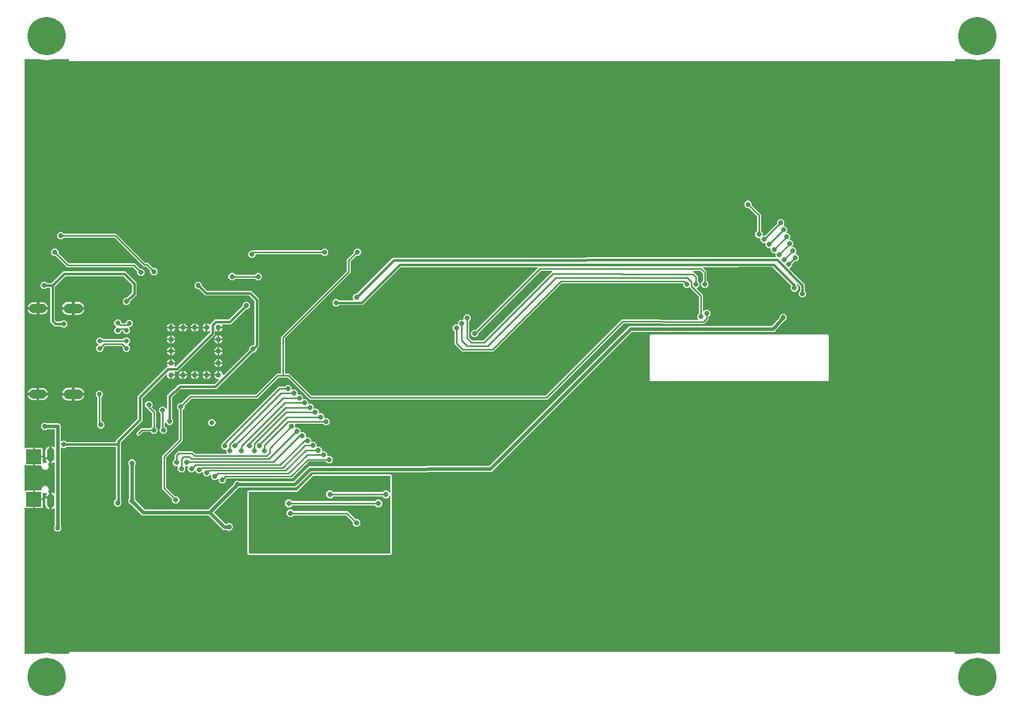
<source format=gbr>
G04 EAGLE Gerber RS-274X export*
G75*
%MOMM*%
%FSLAX34Y34*%
%LPD*%
%INBottom Copper*%
%IPPOS*%
%AMOC8*
5,1,8,0,0,1.08239X$1,22.5*%
G01*
%ADD10C,1.650000*%
%ADD11C,1.500000*%
%ADD12C,0.908000*%
%ADD13C,6.451600*%
%ADD14R,2.500000X2.500000*%
%ADD15C,1.208000*%
%ADD16C,0.400000*%
%ADD17P,0.872839X8X22.500000*%
%ADD18C,0.806400*%
%ADD19C,0.406400*%
%ADD20C,0.250000*%
%ADD21C,0.254000*%
%ADD22C,0.609600*%
%ADD23C,0.906400*%

G36*
X1647327Y78777D02*
X1647327Y78777D01*
X1647452Y78786D01*
X1647483Y78797D01*
X1647515Y78801D01*
X1647632Y78847D01*
X1647751Y78888D01*
X1647778Y78906D01*
X1647808Y78918D01*
X1647909Y78992D01*
X1648015Y79061D01*
X1648036Y79085D01*
X1648062Y79104D01*
X1648142Y79202D01*
X1648226Y79295D01*
X1648241Y79324D01*
X1648262Y79349D01*
X1648315Y79463D01*
X1648373Y79574D01*
X1648377Y79600D01*
X1648394Y79635D01*
X1648450Y79946D01*
X1648447Y79985D01*
X1648451Y80010D01*
X1648451Y1082010D01*
X1648435Y1082135D01*
X1648426Y1082260D01*
X1648415Y1082291D01*
X1648411Y1082323D01*
X1648365Y1082440D01*
X1648324Y1082559D01*
X1648306Y1082586D01*
X1648294Y1082616D01*
X1648220Y1082717D01*
X1648151Y1082823D01*
X1648127Y1082844D01*
X1648108Y1082870D01*
X1648010Y1082950D01*
X1647917Y1083034D01*
X1647888Y1083049D01*
X1647863Y1083070D01*
X1647749Y1083123D01*
X1647638Y1083181D01*
X1647612Y1083185D01*
X1647577Y1083202D01*
X1647266Y1083258D01*
X1647227Y1083255D01*
X1647202Y1083259D01*
X1621890Y1083259D01*
X1621662Y1083230D01*
X1621612Y1083228D01*
X1614028Y1081497D01*
X1601952Y1082402D01*
X1599987Y1083173D01*
X1599977Y1083176D01*
X1599967Y1083181D01*
X1599929Y1083188D01*
X1599682Y1083250D01*
X1599585Y1083250D01*
X1599531Y1083259D01*
X1574782Y1083259D01*
X1574657Y1083243D01*
X1574532Y1083234D01*
X1574501Y1083223D01*
X1574469Y1083219D01*
X1574352Y1083173D01*
X1574233Y1083132D01*
X1574206Y1083114D01*
X1574176Y1083102D01*
X1574075Y1083028D01*
X1573969Y1082959D01*
X1573948Y1082935D01*
X1573922Y1082916D01*
X1573842Y1082818D01*
X1573758Y1082725D01*
X1573743Y1082696D01*
X1573722Y1082671D01*
X1573669Y1082557D01*
X1573611Y1082446D01*
X1573607Y1082420D01*
X1573590Y1082385D01*
X1573534Y1082074D01*
X1573537Y1082035D01*
X1573533Y1082010D01*
X1573533Y1080958D01*
X1572044Y1079469D01*
X78940Y1079469D01*
X77451Y1080958D01*
X77451Y1082010D01*
X77435Y1082135D01*
X77426Y1082260D01*
X77415Y1082291D01*
X77411Y1082323D01*
X77365Y1082440D01*
X77324Y1082559D01*
X77306Y1082586D01*
X77294Y1082616D01*
X77220Y1082717D01*
X77151Y1082823D01*
X77127Y1082844D01*
X77108Y1082870D01*
X77010Y1082950D01*
X76917Y1083034D01*
X76888Y1083049D01*
X76863Y1083070D01*
X76749Y1083123D01*
X76638Y1083181D01*
X76612Y1083185D01*
X76577Y1083202D01*
X76266Y1083258D01*
X76227Y1083255D01*
X76202Y1083259D01*
X50890Y1083259D01*
X50662Y1083230D01*
X50612Y1083228D01*
X43028Y1081497D01*
X30952Y1082402D01*
X28987Y1083173D01*
X28977Y1083176D01*
X28967Y1083181D01*
X28929Y1083188D01*
X28682Y1083250D01*
X28585Y1083250D01*
X28531Y1083259D01*
X3782Y1083259D01*
X3657Y1083243D01*
X3532Y1083234D01*
X3501Y1083223D01*
X3469Y1083219D01*
X3352Y1083173D01*
X3233Y1083132D01*
X3206Y1083114D01*
X3176Y1083102D01*
X3075Y1083028D01*
X2969Y1082959D01*
X2948Y1082935D01*
X2922Y1082916D01*
X2842Y1082818D01*
X2758Y1082725D01*
X2743Y1082696D01*
X2722Y1082671D01*
X2669Y1082557D01*
X2611Y1082446D01*
X2607Y1082420D01*
X2590Y1082385D01*
X2534Y1082074D01*
X2537Y1082035D01*
X2533Y1082010D01*
X2533Y427610D01*
X2550Y427475D01*
X2563Y427339D01*
X2570Y427319D01*
X2573Y427297D01*
X2623Y427171D01*
X2669Y427042D01*
X2682Y427024D01*
X2690Y427004D01*
X2770Y426894D01*
X2847Y426782D01*
X2863Y426767D01*
X2876Y426750D01*
X2982Y426664D01*
X3085Y426574D01*
X3104Y426564D01*
X3121Y426550D01*
X3245Y426493D01*
X3367Y426432D01*
X3388Y426428D01*
X3407Y426419D01*
X3542Y426394D01*
X3675Y426366D01*
X3697Y426367D01*
X3718Y426363D01*
X3854Y426373D01*
X3990Y426379D01*
X4007Y426384D01*
X4032Y426386D01*
X4331Y426488D01*
X4375Y426517D01*
X4407Y426528D01*
X5011Y426878D01*
X5658Y427051D01*
X16993Y427051D01*
X16993Y418800D01*
X17009Y418675D01*
X17018Y418550D01*
X17028Y418519D01*
X17033Y418487D01*
X17079Y418370D01*
X17120Y418251D01*
X17138Y418224D01*
X17150Y418194D01*
X17224Y418093D01*
X17293Y417987D01*
X17317Y417966D01*
X17336Y417940D01*
X17434Y417860D01*
X17527Y417776D01*
X17556Y417761D01*
X17581Y417740D01*
X17695Y417687D01*
X17806Y417629D01*
X17832Y417625D01*
X17867Y417608D01*
X18178Y417552D01*
X18217Y417555D01*
X18242Y417551D01*
X18742Y417551D01*
X18867Y417567D01*
X18992Y417576D01*
X19023Y417587D01*
X19055Y417591D01*
X19172Y417637D01*
X19291Y417678D01*
X19318Y417696D01*
X19348Y417708D01*
X19449Y417782D01*
X19555Y417851D01*
X19576Y417875D01*
X19602Y417894D01*
X19682Y417992D01*
X19766Y418085D01*
X19781Y418114D01*
X19802Y418139D01*
X19855Y418253D01*
X19913Y418364D01*
X19917Y418390D01*
X19934Y418425D01*
X19990Y418736D01*
X19987Y418775D01*
X19991Y418800D01*
X19991Y427051D01*
X31326Y427051D01*
X31973Y426878D01*
X32552Y426543D01*
X33025Y426070D01*
X33360Y425491D01*
X33533Y424844D01*
X33533Y413509D01*
X27820Y413509D01*
X27751Y413500D01*
X27682Y413502D01*
X27595Y413481D01*
X27507Y413469D01*
X27443Y413444D01*
X27375Y413427D01*
X27297Y413385D01*
X27214Y413352D01*
X27158Y413311D01*
X27097Y413278D01*
X27032Y413218D01*
X26960Y413166D01*
X26916Y413112D01*
X26865Y413065D01*
X26817Y412990D01*
X26760Y412921D01*
X26731Y412858D01*
X26694Y412800D01*
X26678Y412741D01*
X26629Y412635D01*
X26592Y412429D01*
X26576Y412373D01*
X26553Y412123D01*
X26559Y411963D01*
X26553Y411897D01*
X26576Y411647D01*
X26591Y411579D01*
X26596Y411510D01*
X26625Y411425D01*
X26644Y411339D01*
X26676Y411277D01*
X26698Y411211D01*
X26747Y411137D01*
X26787Y411058D01*
X26833Y411005D01*
X26872Y410947D01*
X26937Y410888D01*
X26996Y410821D01*
X27054Y410782D01*
X27105Y410736D01*
X27184Y410694D01*
X27258Y410645D01*
X27323Y410621D01*
X27385Y410589D01*
X27445Y410578D01*
X27555Y410539D01*
X27763Y410521D01*
X27820Y410511D01*
X33533Y410511D01*
X33533Y402278D01*
X33540Y402223D01*
X33538Y402168D01*
X33557Y402078D01*
X33558Y402066D01*
X33561Y402058D01*
X33573Y401965D01*
X33593Y401914D01*
X33605Y401860D01*
X33651Y401768D01*
X33690Y401672D01*
X33722Y401628D01*
X33747Y401578D01*
X33815Y401501D01*
X33876Y401418D01*
X33919Y401383D01*
X33955Y401341D01*
X34041Y401284D01*
X34121Y401218D01*
X34171Y401195D01*
X34216Y401164D01*
X34313Y401130D01*
X34407Y401086D01*
X34462Y401077D01*
X34514Y401058D01*
X34616Y401049D01*
X34718Y401030D01*
X34773Y401035D01*
X34828Y401030D01*
X34891Y401044D01*
X35032Y401054D01*
X35188Y401107D01*
X35196Y401110D01*
X35260Y401124D01*
X36290Y401551D01*
X38819Y401551D01*
X38838Y401553D01*
X38858Y401551D01*
X38995Y401573D01*
X39132Y401591D01*
X39150Y401598D01*
X39170Y401601D01*
X39296Y401656D01*
X39425Y401708D01*
X39441Y401719D01*
X39459Y401727D01*
X39568Y401812D01*
X39679Y401894D01*
X39692Y401909D01*
X39707Y401921D01*
X39791Y402031D01*
X39879Y402139D01*
X39887Y402156D01*
X39899Y402172D01*
X39953Y402299D01*
X40011Y402425D01*
X40014Y402445D01*
X40022Y402463D01*
X40042Y402600D01*
X40067Y402736D01*
X40065Y402755D01*
X40068Y402775D01*
X40053Y402912D01*
X40043Y403050D01*
X40037Y403069D01*
X40034Y403088D01*
X40014Y403136D01*
X39941Y403349D01*
X39881Y403440D01*
X39858Y403494D01*
X38888Y404945D01*
X38241Y406507D01*
X38091Y407261D01*
X44743Y407261D01*
X44743Y400609D01*
X43957Y400765D01*
X43937Y400767D01*
X43919Y400772D01*
X43780Y400778D01*
X43642Y400787D01*
X43623Y400784D01*
X43603Y400785D01*
X43468Y400755D01*
X43332Y400730D01*
X43314Y400722D01*
X43295Y400717D01*
X43172Y400655D01*
X43046Y400596D01*
X43031Y400584D01*
X43014Y400575D01*
X42910Y400484D01*
X42803Y400396D01*
X42791Y400380D01*
X42777Y400367D01*
X42699Y400252D01*
X42618Y400140D01*
X42610Y400122D01*
X42599Y400106D01*
X42553Y399976D01*
X42502Y399847D01*
X42500Y399827D01*
X42493Y399809D01*
X42481Y399671D01*
X42464Y399533D01*
X42467Y399514D01*
X42465Y399494D01*
X42476Y399443D01*
X42506Y399221D01*
X42547Y399119D01*
X42559Y399062D01*
X43533Y396712D01*
X43533Y394308D01*
X42613Y392088D01*
X40914Y390389D01*
X38694Y389469D01*
X36290Y389469D01*
X34070Y390389D01*
X32371Y392088D01*
X31451Y394308D01*
X31451Y395720D01*
X31435Y395845D01*
X31426Y395970D01*
X31415Y396001D01*
X31411Y396033D01*
X31365Y396150D01*
X31324Y396269D01*
X31306Y396296D01*
X31294Y396326D01*
X31220Y396427D01*
X31151Y396533D01*
X31127Y396554D01*
X31108Y396580D01*
X31010Y396660D01*
X30917Y396744D01*
X30888Y396759D01*
X30863Y396780D01*
X30749Y396833D01*
X30638Y396891D01*
X30612Y396895D01*
X30577Y396912D01*
X30266Y396968D01*
X30227Y396965D01*
X30202Y396969D01*
X19991Y396969D01*
X19991Y405220D01*
X19975Y405345D01*
X19966Y405470D01*
X19955Y405501D01*
X19951Y405533D01*
X19905Y405650D01*
X19864Y405769D01*
X19846Y405796D01*
X19834Y405826D01*
X19760Y405927D01*
X19691Y406033D01*
X19667Y406054D01*
X19648Y406080D01*
X19550Y406160D01*
X19457Y406244D01*
X19428Y406259D01*
X19403Y406280D01*
X19289Y406333D01*
X19178Y406391D01*
X19152Y406395D01*
X19117Y406412D01*
X18806Y406468D01*
X18767Y406465D01*
X18742Y406469D01*
X18242Y406469D01*
X18117Y406453D01*
X17992Y406444D01*
X17961Y406433D01*
X17929Y406429D01*
X17812Y406383D01*
X17693Y406342D01*
X17666Y406324D01*
X17636Y406312D01*
X17535Y406238D01*
X17429Y406169D01*
X17408Y406145D01*
X17382Y406126D01*
X17302Y406028D01*
X17218Y405935D01*
X17203Y405906D01*
X17182Y405881D01*
X17129Y405767D01*
X17071Y405656D01*
X17067Y405630D01*
X17050Y405595D01*
X16994Y405284D01*
X16997Y405245D01*
X16993Y405220D01*
X16993Y396969D01*
X5658Y396969D01*
X5011Y397142D01*
X4407Y397492D01*
X4281Y397544D01*
X4157Y397601D01*
X4136Y397605D01*
X4116Y397614D01*
X3980Y397633D01*
X3846Y397657D01*
X3825Y397656D01*
X3803Y397659D01*
X3668Y397644D01*
X3532Y397634D01*
X3511Y397627D01*
X3490Y397624D01*
X3362Y397576D01*
X3233Y397532D01*
X3215Y397520D01*
X3195Y397512D01*
X3083Y397434D01*
X2969Y397358D01*
X2955Y397343D01*
X2937Y397330D01*
X2849Y397226D01*
X2758Y397125D01*
X2748Y397105D01*
X2734Y397089D01*
X2675Y396966D01*
X2611Y396845D01*
X2608Y396828D01*
X2597Y396805D01*
X2536Y396495D01*
X2539Y396443D01*
X2533Y396410D01*
X2533Y355610D01*
X2550Y355475D01*
X2563Y355339D01*
X2570Y355319D01*
X2573Y355297D01*
X2623Y355171D01*
X2669Y355042D01*
X2682Y355024D01*
X2690Y355004D01*
X2770Y354894D01*
X2847Y354782D01*
X2863Y354767D01*
X2876Y354750D01*
X2982Y354664D01*
X3085Y354574D01*
X3104Y354564D01*
X3121Y354550D01*
X3245Y354493D01*
X3367Y354432D01*
X3388Y354428D01*
X3407Y354419D01*
X3542Y354394D01*
X3675Y354366D01*
X3697Y354367D01*
X3718Y354363D01*
X3854Y354373D01*
X3990Y354379D01*
X4007Y354384D01*
X4032Y354386D01*
X4331Y354488D01*
X4375Y354517D01*
X4407Y354528D01*
X5011Y354878D01*
X5658Y355051D01*
X16993Y355051D01*
X16993Y346800D01*
X17009Y346675D01*
X17018Y346550D01*
X17028Y346519D01*
X17033Y346487D01*
X17079Y346370D01*
X17120Y346251D01*
X17138Y346224D01*
X17150Y346194D01*
X17224Y346093D01*
X17293Y345987D01*
X17317Y345966D01*
X17336Y345940D01*
X17434Y345860D01*
X17527Y345776D01*
X17556Y345761D01*
X17581Y345740D01*
X17695Y345687D01*
X17806Y345629D01*
X17832Y345625D01*
X17867Y345608D01*
X18178Y345552D01*
X18217Y345555D01*
X18242Y345551D01*
X18742Y345551D01*
X18867Y345567D01*
X18992Y345576D01*
X19023Y345587D01*
X19055Y345591D01*
X19172Y345637D01*
X19291Y345678D01*
X19318Y345696D01*
X19348Y345708D01*
X19449Y345782D01*
X19555Y345851D01*
X19576Y345875D01*
X19602Y345894D01*
X19682Y345992D01*
X19766Y346085D01*
X19781Y346114D01*
X19802Y346139D01*
X19855Y346253D01*
X19913Y346364D01*
X19917Y346390D01*
X19934Y346425D01*
X19990Y346736D01*
X19987Y346775D01*
X19991Y346800D01*
X19991Y355051D01*
X30202Y355051D01*
X30327Y355067D01*
X30452Y355076D01*
X30483Y355087D01*
X30515Y355091D01*
X30632Y355137D01*
X30751Y355178D01*
X30778Y355196D01*
X30808Y355208D01*
X30909Y355282D01*
X31015Y355351D01*
X31036Y355375D01*
X31062Y355394D01*
X31142Y355492D01*
X31226Y355585D01*
X31241Y355614D01*
X31262Y355639D01*
X31315Y355753D01*
X31373Y355864D01*
X31377Y355890D01*
X31394Y355925D01*
X31450Y356236D01*
X31447Y356275D01*
X31451Y356300D01*
X31451Y357712D01*
X32371Y359932D01*
X34070Y361631D01*
X36290Y362551D01*
X38694Y362551D01*
X40914Y361631D01*
X42613Y359932D01*
X43533Y357712D01*
X43533Y355308D01*
X42559Y352958D01*
X42554Y352939D01*
X42545Y352922D01*
X42513Y352787D01*
X42476Y352654D01*
X42476Y352634D01*
X42471Y352615D01*
X42474Y352477D01*
X42472Y352338D01*
X42477Y352319D01*
X42477Y352299D01*
X42514Y352166D01*
X42547Y352032D01*
X42556Y352014D01*
X42562Y351995D01*
X42631Y351876D01*
X42697Y351754D01*
X42710Y351739D01*
X42720Y351722D01*
X42817Y351624D01*
X42911Y351522D01*
X42928Y351512D01*
X42941Y351498D01*
X43059Y351427D01*
X43176Y351352D01*
X43195Y351346D01*
X43212Y351336D01*
X43344Y351297D01*
X43476Y351253D01*
X43496Y351252D01*
X43515Y351246D01*
X43567Y351247D01*
X43791Y351233D01*
X43898Y351254D01*
X43957Y351255D01*
X44743Y351411D01*
X44743Y344759D01*
X38091Y344759D01*
X38241Y345513D01*
X38888Y347075D01*
X39858Y348526D01*
X39866Y348543D01*
X39879Y348559D01*
X39937Y348685D01*
X39998Y348808D01*
X40003Y348827D01*
X40011Y348845D01*
X40035Y348981D01*
X40064Y349117D01*
X40063Y349137D01*
X40067Y349156D01*
X40056Y349293D01*
X40050Y349432D01*
X40044Y349451D01*
X40043Y349470D01*
X39998Y349601D01*
X39958Y349734D01*
X39947Y349750D01*
X39941Y349769D01*
X39865Y349885D01*
X39793Y350003D01*
X39779Y350016D01*
X39768Y350033D01*
X39665Y350126D01*
X39566Y350222D01*
X39549Y350231D01*
X39534Y350244D01*
X39411Y350309D01*
X39291Y350377D01*
X39272Y350382D01*
X39254Y350391D01*
X39203Y350400D01*
X38986Y350458D01*
X38877Y350459D01*
X38819Y350469D01*
X36290Y350469D01*
X35260Y350896D01*
X35207Y350911D01*
X35157Y350934D01*
X35055Y350952D01*
X34956Y350979D01*
X34900Y350980D01*
X34846Y350990D01*
X34743Y350982D01*
X34640Y350983D01*
X34587Y350970D01*
X34532Y350966D01*
X34434Y350933D01*
X34334Y350908D01*
X34285Y350882D01*
X34233Y350864D01*
X34147Y350807D01*
X34056Y350759D01*
X34015Y350721D01*
X33969Y350691D01*
X33900Y350614D01*
X33824Y350544D01*
X33795Y350498D01*
X33758Y350457D01*
X33710Y350365D01*
X33654Y350279D01*
X33637Y350226D01*
X33611Y350177D01*
X33600Y350113D01*
X33555Y349979D01*
X33544Y349806D01*
X33533Y349742D01*
X33533Y341509D01*
X27820Y341509D01*
X27751Y341500D01*
X27682Y341502D01*
X27595Y341481D01*
X27507Y341469D01*
X27443Y341444D01*
X27375Y341427D01*
X27297Y341385D01*
X27214Y341352D01*
X27158Y341311D01*
X27097Y341278D01*
X27032Y341218D01*
X26960Y341166D01*
X26916Y341112D01*
X26865Y341065D01*
X26817Y340990D01*
X26760Y340921D01*
X26731Y340858D01*
X26694Y340800D01*
X26678Y340741D01*
X26629Y340635D01*
X26592Y340429D01*
X26576Y340373D01*
X26553Y340123D01*
X26559Y339963D01*
X26553Y339897D01*
X26576Y339647D01*
X26591Y339579D01*
X26596Y339510D01*
X26625Y339425D01*
X26644Y339339D01*
X26676Y339277D01*
X26698Y339211D01*
X26747Y339137D01*
X26787Y339058D01*
X26833Y339005D01*
X26872Y338947D01*
X26937Y338888D01*
X26996Y338821D01*
X27054Y338782D01*
X27105Y338736D01*
X27184Y338694D01*
X27258Y338645D01*
X27323Y338621D01*
X27385Y338589D01*
X27445Y338578D01*
X27555Y338539D01*
X27763Y338521D01*
X27820Y338511D01*
X33533Y338511D01*
X33533Y327176D01*
X33360Y326529D01*
X33025Y325950D01*
X32552Y325477D01*
X31973Y325142D01*
X31326Y324969D01*
X19991Y324969D01*
X19991Y333220D01*
X19975Y333345D01*
X19966Y333470D01*
X19955Y333501D01*
X19951Y333533D01*
X19905Y333650D01*
X19864Y333769D01*
X19846Y333796D01*
X19834Y333826D01*
X19760Y333927D01*
X19691Y334033D01*
X19667Y334054D01*
X19648Y334080D01*
X19550Y334160D01*
X19457Y334244D01*
X19428Y334259D01*
X19403Y334280D01*
X19289Y334333D01*
X19178Y334391D01*
X19152Y334395D01*
X19117Y334412D01*
X18806Y334468D01*
X18767Y334465D01*
X18742Y334469D01*
X18242Y334469D01*
X18117Y334453D01*
X17992Y334444D01*
X17961Y334433D01*
X17929Y334429D01*
X17812Y334383D01*
X17693Y334342D01*
X17666Y334324D01*
X17636Y334312D01*
X17535Y334238D01*
X17429Y334169D01*
X17408Y334145D01*
X17382Y334126D01*
X17302Y334028D01*
X17218Y333935D01*
X17203Y333906D01*
X17182Y333881D01*
X17129Y333767D01*
X17071Y333656D01*
X17067Y333630D01*
X17050Y333595D01*
X16994Y333284D01*
X16997Y333245D01*
X16993Y333220D01*
X16993Y324969D01*
X5658Y324969D01*
X5011Y325142D01*
X4407Y325492D01*
X4281Y325544D01*
X4157Y325601D01*
X4136Y325605D01*
X4116Y325614D01*
X3980Y325633D01*
X3846Y325657D01*
X3825Y325656D01*
X3803Y325659D01*
X3668Y325644D01*
X3532Y325634D01*
X3511Y325627D01*
X3490Y325624D01*
X3362Y325576D01*
X3233Y325532D01*
X3215Y325520D01*
X3195Y325512D01*
X3083Y325434D01*
X2969Y325358D01*
X2955Y325343D01*
X2937Y325330D01*
X2849Y325226D01*
X2758Y325125D01*
X2748Y325105D01*
X2734Y325089D01*
X2675Y324966D01*
X2611Y324845D01*
X2608Y324828D01*
X2597Y324805D01*
X2536Y324495D01*
X2539Y324443D01*
X2533Y324410D01*
X2533Y80010D01*
X2549Y79885D01*
X2558Y79760D01*
X2569Y79729D01*
X2573Y79697D01*
X2619Y79580D01*
X2660Y79461D01*
X2678Y79434D01*
X2690Y79404D01*
X2764Y79303D01*
X2833Y79197D01*
X2857Y79176D01*
X2876Y79150D01*
X2974Y79070D01*
X3067Y78986D01*
X3096Y78971D01*
X3121Y78950D01*
X3235Y78897D01*
X3346Y78839D01*
X3372Y78835D01*
X3407Y78818D01*
X3718Y78762D01*
X3757Y78765D01*
X3782Y78761D01*
X28531Y78761D01*
X28542Y78762D01*
X28553Y78761D01*
X28591Y78768D01*
X28844Y78801D01*
X28934Y78836D01*
X28987Y78847D01*
X30952Y79618D01*
X43028Y80523D01*
X50612Y78792D01*
X50840Y78770D01*
X50890Y78761D01*
X76202Y78761D01*
X76327Y78777D01*
X76452Y78786D01*
X76483Y78797D01*
X76515Y78801D01*
X76632Y78847D01*
X76751Y78888D01*
X76778Y78906D01*
X76808Y78918D01*
X76909Y78992D01*
X77015Y79061D01*
X77036Y79085D01*
X77062Y79104D01*
X77142Y79202D01*
X77226Y79295D01*
X77241Y79324D01*
X77262Y79349D01*
X77315Y79463D01*
X77373Y79575D01*
X77377Y79600D01*
X77394Y79635D01*
X77450Y79946D01*
X77447Y79985D01*
X77451Y80010D01*
X77451Y81062D01*
X78940Y82551D01*
X1572044Y82551D01*
X1573533Y81062D01*
X1573533Y80010D01*
X1573549Y79885D01*
X1573558Y79760D01*
X1573569Y79729D01*
X1573573Y79697D01*
X1573619Y79580D01*
X1573660Y79461D01*
X1573678Y79434D01*
X1573690Y79404D01*
X1573764Y79303D01*
X1573833Y79197D01*
X1573857Y79176D01*
X1573876Y79150D01*
X1573974Y79070D01*
X1574067Y78986D01*
X1574096Y78971D01*
X1574121Y78950D01*
X1574235Y78897D01*
X1574346Y78839D01*
X1574372Y78835D01*
X1574407Y78818D01*
X1574718Y78762D01*
X1574757Y78765D01*
X1574782Y78761D01*
X1599531Y78761D01*
X1599542Y78762D01*
X1599553Y78761D01*
X1599591Y78768D01*
X1599844Y78801D01*
X1599934Y78836D01*
X1599987Y78847D01*
X1601952Y79618D01*
X1614028Y80523D01*
X1621612Y78792D01*
X1621840Y78770D01*
X1621890Y78761D01*
X1647202Y78761D01*
X1647327Y78777D01*
G37*
%LPC*%
G36*
X255500Y332955D02*
X255500Y332955D01*
X251947Y336508D01*
X251947Y339896D01*
X251933Y340005D01*
X251928Y340115D01*
X251914Y340162D01*
X251907Y340209D01*
X251867Y340312D01*
X251834Y340416D01*
X251812Y340447D01*
X251790Y340502D01*
X251604Y340757D01*
X251589Y340769D01*
X251581Y340780D01*
X236990Y355371D01*
X234689Y357672D01*
X234689Y413378D01*
X262823Y441512D01*
X262891Y441599D01*
X262964Y441681D01*
X262987Y441723D01*
X263017Y441762D01*
X263060Y441863D01*
X263111Y441960D01*
X263118Y441997D01*
X263141Y442052D01*
X263189Y442363D01*
X263187Y442383D01*
X263189Y442396D01*
X263189Y490718D01*
X263175Y490827D01*
X263170Y490937D01*
X263156Y490983D01*
X263149Y491031D01*
X263109Y491134D01*
X263076Y491238D01*
X263054Y491269D01*
X263032Y491324D01*
X262846Y491579D01*
X262831Y491591D01*
X262823Y491602D01*
X260427Y493998D01*
X260427Y499022D01*
X263980Y502575D01*
X267368Y502575D01*
X267477Y502589D01*
X267587Y502594D01*
X267634Y502608D01*
X267681Y502615D01*
X267784Y502655D01*
X267888Y502688D01*
X267919Y502710D01*
X267974Y502732D01*
X268229Y502918D01*
X268241Y502933D01*
X268252Y502941D01*
X281624Y516313D01*
X392106Y516313D01*
X392215Y516327D01*
X392325Y516332D01*
X392372Y516346D01*
X392419Y516353D01*
X392522Y516393D01*
X392626Y516426D01*
X392657Y516448D01*
X392712Y516470D01*
X392967Y516656D01*
X392979Y516671D01*
X392990Y516679D01*
X428624Y552313D01*
X434440Y552313D01*
X434565Y552329D01*
X434690Y552338D01*
X434721Y552349D01*
X434753Y552353D01*
X434870Y552399D01*
X434989Y552440D01*
X435016Y552458D01*
X435046Y552470D01*
X435147Y552544D01*
X435253Y552613D01*
X435274Y552637D01*
X435300Y552656D01*
X435380Y552754D01*
X435464Y552847D01*
X435479Y552876D01*
X435500Y552901D01*
X435553Y553015D01*
X435611Y553126D01*
X435615Y553152D01*
X435632Y553187D01*
X435688Y553498D01*
X435685Y553537D01*
X435689Y553562D01*
X435689Y614378D01*
X437990Y616679D01*
X546323Y725012D01*
X546391Y725099D01*
X546464Y725181D01*
X546487Y725223D01*
X546517Y725262D01*
X546560Y725363D01*
X546611Y725460D01*
X546618Y725497D01*
X546641Y725552D01*
X546689Y725863D01*
X546687Y725882D01*
X546689Y725895D01*
X546689Y741894D01*
X546679Y741975D01*
X546679Y742057D01*
X546659Y742131D01*
X546649Y742207D01*
X546623Y742274D01*
X546688Y743707D01*
X546685Y743741D01*
X546689Y743763D01*
X546689Y745117D01*
X547689Y746029D01*
X547711Y746055D01*
X547730Y746068D01*
X548746Y747085D01*
X548832Y747120D01*
X549035Y747268D01*
X549069Y747289D01*
X558140Y755573D01*
X558229Y755678D01*
X558322Y755781D01*
X558332Y755798D01*
X558345Y755814D01*
X558405Y755938D01*
X558469Y756060D01*
X558472Y756076D01*
X558482Y756097D01*
X558544Y756407D01*
X558541Y756461D01*
X558547Y756496D01*
X558547Y759522D01*
X562100Y763075D01*
X567124Y763075D01*
X570677Y759522D01*
X570677Y754498D01*
X567124Y750945D01*
X563353Y750945D01*
X563272Y750935D01*
X563190Y750935D01*
X563116Y750915D01*
X563040Y750905D01*
X562964Y750875D01*
X562885Y750854D01*
X562838Y750825D01*
X562747Y750788D01*
X562544Y750640D01*
X562510Y750619D01*
X553702Y742575D01*
X553613Y742470D01*
X553520Y742367D01*
X553510Y742350D01*
X553497Y742334D01*
X553437Y742210D01*
X553373Y742088D01*
X553370Y742072D01*
X553360Y742050D01*
X553298Y741741D01*
X553301Y741687D01*
X553295Y741652D01*
X553295Y722642D01*
X550994Y720341D01*
X442661Y612008D01*
X442593Y611921D01*
X442520Y611839D01*
X442497Y611797D01*
X442467Y611758D01*
X442424Y611657D01*
X442373Y611560D01*
X442366Y611523D01*
X442343Y611468D01*
X442295Y611157D01*
X442297Y611137D01*
X442295Y611124D01*
X442295Y553562D01*
X442311Y553437D01*
X442320Y553312D01*
X442331Y553281D01*
X442335Y553249D01*
X442381Y553132D01*
X442422Y553013D01*
X442440Y552986D01*
X442452Y552956D01*
X442526Y552855D01*
X442595Y552749D01*
X442619Y552728D01*
X442638Y552702D01*
X442736Y552622D01*
X442829Y552538D01*
X442858Y552523D01*
X442883Y552502D01*
X442997Y552449D01*
X443108Y552391D01*
X443134Y552387D01*
X443169Y552370D01*
X443480Y552314D01*
X443519Y552317D01*
X443544Y552313D01*
X447964Y552313D01*
X447973Y552314D01*
X447979Y552313D01*
X449344Y552329D01*
X450308Y551365D01*
X450315Y551360D01*
X450318Y551355D01*
X459616Y542278D01*
X459697Y542216D01*
X459774Y542147D01*
X459783Y542142D01*
X460951Y540975D01*
X460958Y540970D01*
X460961Y540964D01*
X462181Y539774D01*
X462269Y539657D01*
X462277Y539651D01*
X462281Y539645D01*
X486447Y515479D01*
X486534Y515411D01*
X486615Y515338D01*
X486658Y515315D01*
X486697Y515285D01*
X486798Y515242D01*
X486895Y515191D01*
X486932Y515184D01*
X486986Y515161D01*
X487298Y515113D01*
X487317Y515115D01*
X487330Y515113D01*
X881906Y515113D01*
X882015Y515127D01*
X882125Y515132D01*
X882172Y515146D01*
X882219Y515153D01*
X882322Y515193D01*
X882426Y515226D01*
X882457Y515248D01*
X882512Y515270D01*
X882767Y515456D01*
X882779Y515471D01*
X882790Y515479D01*
X1008326Y641015D01*
X1008339Y641032D01*
X1009650Y642338D01*
X1009650Y642339D01*
X1009651Y642340D01*
X1010626Y643315D01*
X1011988Y643313D01*
X1011989Y643313D01*
X1013828Y643313D01*
X1013841Y643311D01*
X1013863Y643313D01*
X1013878Y643310D01*
X1138039Y643128D01*
X1138181Y643146D01*
X1138323Y643160D01*
X1138337Y643165D01*
X1138352Y643167D01*
X1138485Y643220D01*
X1138619Y643270D01*
X1138632Y643278D01*
X1138646Y643284D01*
X1138760Y643368D01*
X1138878Y643450D01*
X1138888Y643461D01*
X1138900Y643470D01*
X1138991Y643581D01*
X1139084Y643689D01*
X1139091Y643703D01*
X1139100Y643714D01*
X1139160Y643844D01*
X1139223Y643972D01*
X1139226Y643987D01*
X1139232Y644001D01*
X1139258Y644141D01*
X1139287Y644281D01*
X1139286Y644296D01*
X1139289Y644311D01*
X1139278Y644454D01*
X1139271Y644596D01*
X1139267Y644611D01*
X1139266Y644626D01*
X1139220Y644761D01*
X1139177Y644897D01*
X1139170Y644907D01*
X1139164Y644925D01*
X1138991Y645188D01*
X1138946Y645229D01*
X1138925Y645261D01*
X1138087Y646098D01*
X1138087Y651122D01*
X1140483Y653518D01*
X1140551Y653605D01*
X1140624Y653687D01*
X1140647Y653729D01*
X1140677Y653768D01*
X1140720Y653869D01*
X1140771Y653966D01*
X1140778Y654003D01*
X1140801Y654058D01*
X1140849Y654369D01*
X1140847Y654389D01*
X1140849Y654402D01*
X1140849Y681844D01*
X1140835Y681953D01*
X1140830Y682063D01*
X1140816Y682110D01*
X1140809Y682157D01*
X1140769Y682260D01*
X1140736Y682364D01*
X1140714Y682395D01*
X1140692Y682450D01*
X1140506Y682705D01*
X1140491Y682717D01*
X1140483Y682728D01*
X1125408Y697803D01*
X1125309Y697880D01*
X1125213Y697962D01*
X1125184Y697976D01*
X1125159Y697996D01*
X1125043Y698046D01*
X1124930Y698101D01*
X1124899Y698108D01*
X1124869Y698120D01*
X1124744Y698140D01*
X1124621Y698165D01*
X1124589Y698163D01*
X1124557Y698168D01*
X1124432Y698156D01*
X1124306Y698149D01*
X1124275Y698140D01*
X1124243Y698137D01*
X1124125Y698093D01*
X1124005Y698055D01*
X1123984Y698041D01*
X1123947Y698027D01*
X1123688Y697847D01*
X1123663Y697818D01*
X1123642Y697803D01*
X1123084Y697245D01*
X1118060Y697245D01*
X1114507Y700798D01*
X1114507Y703758D01*
X1114491Y703883D01*
X1114482Y704008D01*
X1114471Y704039D01*
X1114467Y704071D01*
X1114421Y704188D01*
X1114380Y704307D01*
X1114362Y704334D01*
X1114350Y704364D01*
X1114276Y704465D01*
X1114207Y704571D01*
X1114183Y704592D01*
X1114164Y704618D01*
X1114066Y704698D01*
X1113973Y704782D01*
X1113944Y704797D01*
X1113919Y704818D01*
X1113805Y704871D01*
X1113694Y704929D01*
X1113668Y704933D01*
X1113633Y704950D01*
X1113322Y705006D01*
X1113283Y705003D01*
X1113258Y705007D01*
X909678Y705007D01*
X909569Y704993D01*
X909459Y704988D01*
X909412Y704974D01*
X909365Y704967D01*
X909262Y704927D01*
X909158Y704894D01*
X909127Y704872D01*
X909072Y704850D01*
X908817Y704664D01*
X908805Y704649D01*
X908794Y704641D01*
X793860Y589707D01*
X740322Y589707D01*
X728189Y601840D01*
X728189Y623218D01*
X728175Y623327D01*
X728170Y623437D01*
X728156Y623483D01*
X728149Y623531D01*
X728109Y623634D01*
X728076Y623738D01*
X728054Y623769D01*
X728032Y623824D01*
X727846Y624079D01*
X727831Y624091D01*
X727823Y624102D01*
X725427Y626498D01*
X725427Y631522D01*
X728980Y635075D01*
X733178Y635075D01*
X733303Y635091D01*
X733428Y635100D01*
X733459Y635111D01*
X733491Y635115D01*
X733608Y635161D01*
X733727Y635202D01*
X733754Y635220D01*
X733784Y635232D01*
X733885Y635306D01*
X733991Y635375D01*
X734012Y635399D01*
X734038Y635418D01*
X734118Y635516D01*
X734202Y635609D01*
X734217Y635638D01*
X734238Y635663D01*
X734291Y635777D01*
X734349Y635888D01*
X734353Y635914D01*
X734370Y635949D01*
X734426Y636260D01*
X734423Y636299D01*
X734427Y636324D01*
X734427Y639522D01*
X737980Y643075D01*
X742178Y643075D01*
X742303Y643091D01*
X742428Y643100D01*
X742459Y643111D01*
X742491Y643115D01*
X742608Y643161D01*
X742727Y643202D01*
X742754Y643220D01*
X742784Y643232D01*
X742885Y643306D01*
X742991Y643375D01*
X743012Y643399D01*
X743038Y643418D01*
X743118Y643516D01*
X743202Y643609D01*
X743217Y643638D01*
X743238Y643663D01*
X743291Y643777D01*
X743349Y643888D01*
X743353Y643914D01*
X743370Y643949D01*
X743426Y644260D01*
X743423Y644299D01*
X743427Y644324D01*
X743427Y648522D01*
X746980Y652075D01*
X752004Y652075D01*
X755557Y648522D01*
X755557Y643498D01*
X753161Y641102D01*
X753093Y641015D01*
X753020Y640933D01*
X752997Y640891D01*
X752967Y640852D01*
X752924Y640751D01*
X752873Y640654D01*
X752866Y640617D01*
X752843Y640562D01*
X752795Y640251D01*
X752797Y640231D01*
X752795Y640218D01*
X752795Y613896D01*
X752809Y613787D01*
X752814Y613677D01*
X752828Y613630D01*
X752835Y613583D01*
X752875Y613480D01*
X752908Y613376D01*
X752930Y613345D01*
X752952Y613290D01*
X753138Y613035D01*
X753153Y613023D01*
X753161Y613012D01*
X757494Y608679D01*
X757581Y608611D01*
X757663Y608538D01*
X757705Y608515D01*
X757744Y608485D01*
X757845Y608442D01*
X757942Y608391D01*
X757979Y608384D01*
X758034Y608361D01*
X758345Y608313D01*
X758365Y608315D01*
X758378Y608313D01*
X776606Y608313D01*
X776715Y608327D01*
X776825Y608332D01*
X776872Y608346D01*
X776919Y608353D01*
X777022Y608393D01*
X777126Y608426D01*
X777157Y608448D01*
X777212Y608470D01*
X777467Y608656D01*
X777479Y608671D01*
X777490Y608679D01*
X890829Y722018D01*
X890855Y722052D01*
X892153Y723342D01*
X892154Y723344D01*
X892156Y723344D01*
X892686Y723875D01*
X892773Y723987D01*
X892862Y724097D01*
X892869Y724111D01*
X892879Y724124D01*
X892935Y724255D01*
X892994Y724383D01*
X892997Y724399D01*
X893004Y724414D01*
X893025Y724554D01*
X893050Y724694D01*
X893049Y724710D01*
X893051Y724726D01*
X893037Y724867D01*
X893026Y725008D01*
X893021Y725024D01*
X893020Y725040D01*
X892971Y725173D01*
X892925Y725307D01*
X892916Y725321D01*
X892910Y725336D01*
X892830Y725452D01*
X892751Y725571D01*
X892739Y725582D01*
X892730Y725595D01*
X892623Y725687D01*
X892518Y725782D01*
X892503Y725790D01*
X892491Y725800D01*
X892364Y725863D01*
X892238Y725929D01*
X892225Y725931D01*
X892208Y725940D01*
X891899Y726004D01*
X891840Y726001D01*
X891803Y726007D01*
X874678Y726007D01*
X874569Y725993D01*
X874459Y725988D01*
X874412Y725974D01*
X874365Y725967D01*
X874262Y725927D01*
X874158Y725894D01*
X874127Y725872D01*
X874072Y725850D01*
X873817Y725664D01*
X873805Y725649D01*
X873794Y725641D01*
X768923Y620770D01*
X768855Y620683D01*
X768782Y620601D01*
X768759Y620559D01*
X768729Y620520D01*
X768686Y620419D01*
X768635Y620322D01*
X768628Y620285D01*
X768605Y620230D01*
X768557Y619919D01*
X768559Y619899D01*
X768557Y619886D01*
X768557Y617498D01*
X765004Y613945D01*
X759980Y613945D01*
X756427Y617498D01*
X756427Y622522D01*
X759980Y626075D01*
X764368Y626075D01*
X764477Y626089D01*
X764587Y626094D01*
X764634Y626108D01*
X764681Y626115D01*
X764784Y626155D01*
X764888Y626188D01*
X764919Y626210D01*
X764974Y626232D01*
X765229Y626418D01*
X765241Y626433D01*
X765252Y626441D01*
X868734Y729923D01*
X868821Y730035D01*
X868911Y730146D01*
X868918Y730160D01*
X868927Y730172D01*
X868984Y730303D01*
X869043Y730432D01*
X869046Y730448D01*
X869052Y730462D01*
X869073Y730603D01*
X869099Y730743D01*
X869097Y730759D01*
X869100Y730774D01*
X869085Y730916D01*
X869075Y731057D01*
X869070Y731072D01*
X869068Y731088D01*
X869019Y731222D01*
X868973Y731356D01*
X868964Y731369D01*
X868959Y731384D01*
X868877Y731501D01*
X868799Y731619D01*
X868788Y731630D01*
X868778Y731643D01*
X868671Y731736D01*
X868565Y731831D01*
X868551Y731839D01*
X868539Y731849D01*
X868412Y731911D01*
X868286Y731977D01*
X868273Y731980D01*
X868256Y731988D01*
X867947Y732052D01*
X867887Y732049D01*
X867850Y732056D01*
X638194Y731946D01*
X638085Y731932D01*
X637975Y731927D01*
X637929Y731912D01*
X637881Y731906D01*
X637779Y731866D01*
X637674Y731833D01*
X637643Y731811D01*
X637588Y731789D01*
X637333Y731602D01*
X637321Y731588D01*
X637311Y731580D01*
X573676Y667945D01*
X534022Y667945D01*
X533913Y667931D01*
X533803Y667926D01*
X533756Y667912D01*
X533709Y667905D01*
X533606Y667865D01*
X533502Y667832D01*
X533471Y667810D01*
X533416Y667788D01*
X533161Y667602D01*
X533149Y667587D01*
X533138Y667579D01*
X531504Y665945D01*
X526480Y665945D01*
X522927Y669498D01*
X522927Y674522D01*
X526480Y678075D01*
X531504Y678075D01*
X533138Y676441D01*
X533225Y676373D01*
X533307Y676300D01*
X533349Y676277D01*
X533388Y676248D01*
X533489Y676204D01*
X533586Y676153D01*
X533623Y676146D01*
X533678Y676123D01*
X533989Y676075D01*
X534009Y676077D01*
X534022Y676075D01*
X556335Y676075D01*
X556475Y676093D01*
X556616Y676107D01*
X556632Y676113D01*
X556647Y676115D01*
X556779Y676167D01*
X556912Y676216D01*
X556925Y676226D01*
X556941Y676232D01*
X557055Y676316D01*
X557171Y676396D01*
X557182Y676409D01*
X557195Y676418D01*
X557285Y676528D01*
X557377Y676636D01*
X557384Y676650D01*
X557394Y676663D01*
X557454Y676792D01*
X557516Y676919D01*
X557519Y676934D01*
X557526Y676949D01*
X557551Y677089D01*
X557580Y677228D01*
X557579Y677244D01*
X557582Y677260D01*
X557571Y677401D01*
X557564Y677543D01*
X557560Y677558D01*
X557558Y677574D01*
X557513Y677709D01*
X557470Y677844D01*
X557463Y677855D01*
X557457Y677873D01*
X557283Y678137D01*
X557239Y678177D01*
X557218Y678207D01*
X556927Y678498D01*
X556927Y683522D01*
X560480Y687075D01*
X562791Y687075D01*
X562900Y687089D01*
X563010Y687094D01*
X563056Y687108D01*
X563104Y687115D01*
X563206Y687155D01*
X563311Y687188D01*
X563342Y687210D01*
X563397Y687232D01*
X563651Y687418D01*
X563663Y687433D01*
X563674Y687441D01*
X623116Y746882D01*
X624307Y748075D01*
X626010Y748075D01*
X626011Y748075D01*
X1269417Y748373D01*
X1269556Y748391D01*
X1269698Y748405D01*
X1269713Y748411D01*
X1269729Y748413D01*
X1269861Y748466D01*
X1269994Y748515D01*
X1270007Y748524D01*
X1270022Y748530D01*
X1270137Y748614D01*
X1270253Y748695D01*
X1270263Y748707D01*
X1270277Y748717D01*
X1270366Y748827D01*
X1270458Y748934D01*
X1270466Y748949D01*
X1270476Y748962D01*
X1270535Y749090D01*
X1270598Y749217D01*
X1270601Y749233D01*
X1270608Y749248D01*
X1270633Y749388D01*
X1270661Y749526D01*
X1270661Y749543D01*
X1270664Y749559D01*
X1270653Y749700D01*
X1270646Y749841D01*
X1270641Y749857D01*
X1270640Y749873D01*
X1270594Y750007D01*
X1270552Y750143D01*
X1270544Y750154D01*
X1270538Y750172D01*
X1270364Y750436D01*
X1270321Y750475D01*
X1270299Y750506D01*
X1270007Y750798D01*
X1270007Y754496D01*
X1269991Y754621D01*
X1269982Y754746D01*
X1269971Y754777D01*
X1269967Y754809D01*
X1269921Y754926D01*
X1269880Y755045D01*
X1269862Y755072D01*
X1269850Y755102D01*
X1269776Y755203D01*
X1269707Y755309D01*
X1269683Y755330D01*
X1269664Y755356D01*
X1269566Y755436D01*
X1269473Y755520D01*
X1269444Y755535D01*
X1269419Y755556D01*
X1269305Y755609D01*
X1269194Y755667D01*
X1269168Y755671D01*
X1269133Y755688D01*
X1268822Y755744D01*
X1268783Y755741D01*
X1268758Y755745D01*
X1265060Y755745D01*
X1261507Y759298D01*
X1261507Y762996D01*
X1261491Y763121D01*
X1261482Y763246D01*
X1261471Y763277D01*
X1261467Y763309D01*
X1261421Y763426D01*
X1261380Y763545D01*
X1261362Y763572D01*
X1261350Y763602D01*
X1261276Y763703D01*
X1261207Y763809D01*
X1261183Y763830D01*
X1261164Y763856D01*
X1261066Y763936D01*
X1260973Y764020D01*
X1260944Y764035D01*
X1260919Y764056D01*
X1260805Y764109D01*
X1260694Y764167D01*
X1260668Y764171D01*
X1260633Y764188D01*
X1260322Y764244D01*
X1260283Y764241D01*
X1260258Y764245D01*
X1256560Y764245D01*
X1253007Y767798D01*
X1253007Y771496D01*
X1252991Y771621D01*
X1252982Y771746D01*
X1252971Y771777D01*
X1252967Y771809D01*
X1252921Y771926D01*
X1252880Y772045D01*
X1252862Y772072D01*
X1252850Y772102D01*
X1252776Y772203D01*
X1252707Y772309D01*
X1252683Y772330D01*
X1252664Y772356D01*
X1252566Y772436D01*
X1252473Y772520D01*
X1252444Y772535D01*
X1252419Y772556D01*
X1252305Y772609D01*
X1252194Y772667D01*
X1252168Y772671D01*
X1252133Y772688D01*
X1251822Y772744D01*
X1251783Y772741D01*
X1251758Y772745D01*
X1248060Y772745D01*
X1244507Y776298D01*
X1244507Y779996D01*
X1244491Y780121D01*
X1244482Y780246D01*
X1244471Y780277D01*
X1244467Y780309D01*
X1244421Y780426D01*
X1244380Y780545D01*
X1244362Y780572D01*
X1244350Y780602D01*
X1244276Y780703D01*
X1244207Y780809D01*
X1244183Y780830D01*
X1244164Y780856D01*
X1244066Y780936D01*
X1243973Y781020D01*
X1243944Y781035D01*
X1243919Y781056D01*
X1243805Y781109D01*
X1243694Y781167D01*
X1243668Y781171D01*
X1243633Y781188D01*
X1243322Y781244D01*
X1243283Y781241D01*
X1243258Y781245D01*
X1239560Y781245D01*
X1236007Y784798D01*
X1236007Y789822D01*
X1238403Y792218D01*
X1238471Y792305D01*
X1238544Y792387D01*
X1238567Y792429D01*
X1238597Y792468D01*
X1238640Y792569D01*
X1238691Y792666D01*
X1238698Y792703D01*
X1238721Y792758D01*
X1238769Y793069D01*
X1238767Y793089D01*
X1238769Y793102D01*
X1238769Y817544D01*
X1238755Y817653D01*
X1238750Y817763D01*
X1238736Y817810D01*
X1238729Y817857D01*
X1238689Y817960D01*
X1238656Y818064D01*
X1238634Y818095D01*
X1238612Y818150D01*
X1238426Y818405D01*
X1238411Y818417D01*
X1238403Y818428D01*
X1225252Y831579D01*
X1225165Y831647D01*
X1225083Y831720D01*
X1225041Y831743D01*
X1225002Y831773D01*
X1224901Y831816D01*
X1224804Y831867D01*
X1224767Y831874D01*
X1224712Y831897D01*
X1224401Y831945D01*
X1224381Y831943D01*
X1224368Y831945D01*
X1222286Y831945D01*
X1220057Y832869D01*
X1218351Y834575D01*
X1217427Y836804D01*
X1217427Y839216D01*
X1218351Y841445D01*
X1220057Y843151D01*
X1222286Y844075D01*
X1224698Y844075D01*
X1226927Y843151D01*
X1228633Y841445D01*
X1229557Y839216D01*
X1229557Y837134D01*
X1229571Y837025D01*
X1229576Y836915D01*
X1229590Y836868D01*
X1229597Y836821D01*
X1229637Y836718D01*
X1229670Y836614D01*
X1229692Y836583D01*
X1229714Y836528D01*
X1229900Y836273D01*
X1229915Y836261D01*
X1229923Y836250D01*
X1245375Y820798D01*
X1245375Y793102D01*
X1245389Y792993D01*
X1245394Y792883D01*
X1245408Y792836D01*
X1245415Y792789D01*
X1245455Y792686D01*
X1245488Y792582D01*
X1245510Y792551D01*
X1245532Y792496D01*
X1245718Y792241D01*
X1245733Y792229D01*
X1245741Y792218D01*
X1248137Y789822D01*
X1248137Y786124D01*
X1248153Y785999D01*
X1248162Y785874D01*
X1248173Y785843D01*
X1248177Y785811D01*
X1248223Y785694D01*
X1248264Y785575D01*
X1248282Y785548D01*
X1248294Y785518D01*
X1248368Y785417D01*
X1248437Y785311D01*
X1248461Y785290D01*
X1248480Y785264D01*
X1248578Y785184D01*
X1248671Y785100D01*
X1248700Y785085D01*
X1248725Y785064D01*
X1248839Y785011D01*
X1248950Y784953D01*
X1248976Y784949D01*
X1249011Y784932D01*
X1249322Y784876D01*
X1249361Y784879D01*
X1249386Y784875D01*
X1251448Y784875D01*
X1251557Y784889D01*
X1251667Y784894D01*
X1251714Y784908D01*
X1251761Y784915D01*
X1251864Y784955D01*
X1251968Y784988D01*
X1251999Y785010D01*
X1252054Y785032D01*
X1252309Y785218D01*
X1252321Y785233D01*
X1252332Y785241D01*
X1272641Y805550D01*
X1272709Y805637D01*
X1272782Y805719D01*
X1272805Y805761D01*
X1272835Y805800D01*
X1272878Y805901D01*
X1272929Y805998D01*
X1272936Y806035D01*
X1272959Y806090D01*
X1273007Y806401D01*
X1273005Y806421D01*
X1273007Y806434D01*
X1273007Y809822D01*
X1276560Y813375D01*
X1281584Y813375D01*
X1285137Y809822D01*
X1285137Y804798D01*
X1283846Y803507D01*
X1283760Y803395D01*
X1283670Y803285D01*
X1283663Y803271D01*
X1283653Y803258D01*
X1283597Y803128D01*
X1283538Y802999D01*
X1283535Y802983D01*
X1283529Y802968D01*
X1283507Y802827D01*
X1283482Y802688D01*
X1283483Y802672D01*
X1283481Y802656D01*
X1283495Y802515D01*
X1283506Y802374D01*
X1283511Y802358D01*
X1283512Y802342D01*
X1283561Y802210D01*
X1283607Y802075D01*
X1283616Y802061D01*
X1283622Y802046D01*
X1283702Y801931D01*
X1283781Y801811D01*
X1283793Y801800D01*
X1283802Y801787D01*
X1283909Y801695D01*
X1284015Y801600D01*
X1284029Y801592D01*
X1284041Y801582D01*
X1284168Y801519D01*
X1284294Y801453D01*
X1284307Y801451D01*
X1284324Y801442D01*
X1284633Y801378D01*
X1284693Y801381D01*
X1284729Y801375D01*
X1286584Y801375D01*
X1290137Y797822D01*
X1290137Y792798D01*
X1288846Y791507D01*
X1288760Y791395D01*
X1288670Y791285D01*
X1288663Y791271D01*
X1288653Y791258D01*
X1288597Y791128D01*
X1288538Y790999D01*
X1288535Y790983D01*
X1288529Y790968D01*
X1288507Y790827D01*
X1288482Y790688D01*
X1288483Y790672D01*
X1288481Y790656D01*
X1288495Y790515D01*
X1288506Y790374D01*
X1288511Y790358D01*
X1288512Y790342D01*
X1288561Y790210D01*
X1288607Y790075D01*
X1288616Y790061D01*
X1288622Y790046D01*
X1288702Y789931D01*
X1288781Y789811D01*
X1288793Y789800D01*
X1288802Y789787D01*
X1288909Y789695D01*
X1289015Y789600D01*
X1289029Y789592D01*
X1289041Y789582D01*
X1289168Y789519D01*
X1289294Y789453D01*
X1289307Y789451D01*
X1289324Y789442D01*
X1289633Y789378D01*
X1289693Y789381D01*
X1289729Y789375D01*
X1291584Y789375D01*
X1295137Y785822D01*
X1295137Y780798D01*
X1293846Y779507D01*
X1293760Y779395D01*
X1293670Y779285D01*
X1293663Y779271D01*
X1293653Y779258D01*
X1293597Y779128D01*
X1293538Y778999D01*
X1293535Y778983D01*
X1293529Y778968D01*
X1293507Y778827D01*
X1293482Y778688D01*
X1293483Y778672D01*
X1293481Y778656D01*
X1293495Y778515D01*
X1293506Y778374D01*
X1293511Y778358D01*
X1293512Y778342D01*
X1293561Y778210D01*
X1293607Y778075D01*
X1293616Y778061D01*
X1293622Y778046D01*
X1293702Y777931D01*
X1293781Y777811D01*
X1293793Y777800D01*
X1293802Y777787D01*
X1293909Y777695D01*
X1294015Y777600D01*
X1294029Y777592D01*
X1294041Y777582D01*
X1294168Y777519D01*
X1294294Y777453D01*
X1294307Y777451D01*
X1294324Y777442D01*
X1294633Y777378D01*
X1294693Y777381D01*
X1294729Y777375D01*
X1296584Y777375D01*
X1300137Y773822D01*
X1300137Y768798D01*
X1298846Y767507D01*
X1298760Y767395D01*
X1298670Y767285D01*
X1298663Y767271D01*
X1298653Y767258D01*
X1298597Y767128D01*
X1298538Y766999D01*
X1298535Y766983D01*
X1298529Y766968D01*
X1298507Y766827D01*
X1298482Y766688D01*
X1298483Y766672D01*
X1298481Y766656D01*
X1298495Y766515D01*
X1298506Y766374D01*
X1298511Y766358D01*
X1298512Y766342D01*
X1298561Y766210D01*
X1298607Y766075D01*
X1298616Y766061D01*
X1298622Y766046D01*
X1298702Y765931D01*
X1298781Y765811D01*
X1298793Y765800D01*
X1298802Y765787D01*
X1298909Y765695D01*
X1299015Y765600D01*
X1299029Y765592D01*
X1299041Y765582D01*
X1299168Y765519D01*
X1299294Y765453D01*
X1299307Y765451D01*
X1299324Y765442D01*
X1299633Y765378D01*
X1299693Y765381D01*
X1299729Y765375D01*
X1301584Y765375D01*
X1305137Y761822D01*
X1305137Y756798D01*
X1304346Y756007D01*
X1304260Y755895D01*
X1304170Y755785D01*
X1304163Y755771D01*
X1304153Y755758D01*
X1304097Y755628D01*
X1304038Y755499D01*
X1304035Y755483D01*
X1304029Y755468D01*
X1304007Y755327D01*
X1303982Y755188D01*
X1303983Y755172D01*
X1303981Y755156D01*
X1303995Y755015D01*
X1304006Y754874D01*
X1304011Y754858D01*
X1304012Y754842D01*
X1304061Y754710D01*
X1304107Y754575D01*
X1304116Y754561D01*
X1304122Y754546D01*
X1304203Y754430D01*
X1304281Y754311D01*
X1304293Y754300D01*
X1304302Y754287D01*
X1304409Y754195D01*
X1304515Y754100D01*
X1304529Y754092D01*
X1304541Y754082D01*
X1304669Y754019D01*
X1304794Y753953D01*
X1304807Y753951D01*
X1304824Y753942D01*
X1305133Y753878D01*
X1305193Y753881D01*
X1305229Y753875D01*
X1306084Y753875D01*
X1309637Y750322D01*
X1309637Y745298D01*
X1306084Y741745D01*
X1302696Y741745D01*
X1302587Y741731D01*
X1302477Y741726D01*
X1302430Y741712D01*
X1302383Y741705D01*
X1302280Y741665D01*
X1302176Y741632D01*
X1302145Y741610D01*
X1302090Y741588D01*
X1301835Y741402D01*
X1301823Y741387D01*
X1301812Y741379D01*
X1299003Y738570D01*
X1298935Y738483D01*
X1298862Y738401D01*
X1298839Y738359D01*
X1298809Y738320D01*
X1298766Y738219D01*
X1298715Y738122D01*
X1298708Y738085D01*
X1298685Y738030D01*
X1298637Y737719D01*
X1298639Y737699D01*
X1298637Y737686D01*
X1298637Y734298D01*
X1295084Y730745D01*
X1294901Y730745D01*
X1294761Y730727D01*
X1294619Y730713D01*
X1294604Y730707D01*
X1294588Y730705D01*
X1294456Y730653D01*
X1294323Y730604D01*
X1294310Y730594D01*
X1294295Y730588D01*
X1294180Y730504D01*
X1294064Y730424D01*
X1294054Y730411D01*
X1294041Y730402D01*
X1293951Y730292D01*
X1293859Y730184D01*
X1293852Y730170D01*
X1293841Y730157D01*
X1293782Y730028D01*
X1293719Y729901D01*
X1293716Y729885D01*
X1293709Y729871D01*
X1293684Y729731D01*
X1293656Y729592D01*
X1293656Y729576D01*
X1293653Y729560D01*
X1293664Y729419D01*
X1293671Y729277D01*
X1293676Y729262D01*
X1293677Y729246D01*
X1293723Y729111D01*
X1293765Y728976D01*
X1293773Y728965D01*
X1293779Y728947D01*
X1293952Y728683D01*
X1293996Y728643D01*
X1294018Y728613D01*
X1319637Y702994D01*
X1319637Y692340D01*
X1319651Y692231D01*
X1319656Y692121D01*
X1319670Y692075D01*
X1319677Y692027D01*
X1319717Y691924D01*
X1319750Y691820D01*
X1319772Y691789D01*
X1319794Y691734D01*
X1319980Y691479D01*
X1319995Y691467D01*
X1320003Y691456D01*
X1321637Y689822D01*
X1321637Y684798D01*
X1318084Y681245D01*
X1313060Y681245D01*
X1309507Y684798D01*
X1309507Y689822D01*
X1311141Y691456D01*
X1311209Y691543D01*
X1311282Y691625D01*
X1311305Y691667D01*
X1311335Y691706D01*
X1311378Y691807D01*
X1311429Y691904D01*
X1311436Y691941D01*
X1311459Y691996D01*
X1311507Y692307D01*
X1311505Y692327D01*
X1311507Y692340D01*
X1311507Y699109D01*
X1311493Y699218D01*
X1311488Y699328D01*
X1311474Y699374D01*
X1311467Y699422D01*
X1311427Y699524D01*
X1311394Y699629D01*
X1311373Y699660D01*
X1311350Y699715D01*
X1311164Y699969D01*
X1311149Y699981D01*
X1311141Y699992D01*
X1308169Y702964D01*
X1308057Y703051D01*
X1307947Y703141D01*
X1307933Y703148D01*
X1307920Y703157D01*
X1307789Y703213D01*
X1307661Y703273D01*
X1307645Y703276D01*
X1307630Y703282D01*
X1307489Y703303D01*
X1307350Y703329D01*
X1307334Y703327D01*
X1307318Y703330D01*
X1307177Y703315D01*
X1307036Y703305D01*
X1307020Y703300D01*
X1307004Y703298D01*
X1306871Y703249D01*
X1306737Y703203D01*
X1306723Y703194D01*
X1306708Y703189D01*
X1306592Y703108D01*
X1306473Y703030D01*
X1306462Y703018D01*
X1306449Y703009D01*
X1306357Y702901D01*
X1306262Y702796D01*
X1306254Y702781D01*
X1306244Y702769D01*
X1306181Y702642D01*
X1306115Y702516D01*
X1306113Y702503D01*
X1306104Y702486D01*
X1306040Y702177D01*
X1306043Y702118D01*
X1306037Y702081D01*
X1306037Y701740D01*
X1306051Y701631D01*
X1306056Y701521D01*
X1306070Y701474D01*
X1306077Y701427D01*
X1306117Y701324D01*
X1306150Y701220D01*
X1306172Y701189D01*
X1306194Y701134D01*
X1306380Y700879D01*
X1306395Y700867D01*
X1306403Y700856D01*
X1308037Y699222D01*
X1308037Y694198D01*
X1304484Y690645D01*
X1299460Y690645D01*
X1295907Y694198D01*
X1295907Y699222D01*
X1296026Y699341D01*
X1296103Y699440D01*
X1296185Y699536D01*
X1296199Y699565D01*
X1296219Y699590D01*
X1296269Y699706D01*
X1296324Y699819D01*
X1296331Y699851D01*
X1296344Y699880D01*
X1296363Y700005D01*
X1296388Y700128D01*
X1296387Y700160D01*
X1296392Y700192D01*
X1296379Y700317D01*
X1296373Y700443D01*
X1296363Y700474D01*
X1296360Y700506D01*
X1296316Y700624D01*
X1296279Y700744D01*
X1296264Y700765D01*
X1296250Y700802D01*
X1296070Y701061D01*
X1296041Y701086D01*
X1296026Y701108D01*
X1265255Y731878D01*
X1265168Y731946D01*
X1265086Y732020D01*
X1265044Y732042D01*
X1265006Y732071D01*
X1264904Y732115D01*
X1264807Y732166D01*
X1264770Y732173D01*
X1264716Y732196D01*
X1264404Y732244D01*
X1264385Y732242D01*
X1264371Y732244D01*
X1149379Y732190D01*
X1149239Y732172D01*
X1149097Y732157D01*
X1149082Y732152D01*
X1149066Y732150D01*
X1148934Y732097D01*
X1148801Y732048D01*
X1148788Y732039D01*
X1148773Y732032D01*
X1148658Y731948D01*
X1148542Y731868D01*
X1148532Y731855D01*
X1148518Y731846D01*
X1148429Y731736D01*
X1148337Y731629D01*
X1148329Y731614D01*
X1148319Y731601D01*
X1148260Y731472D01*
X1148197Y731346D01*
X1148194Y731329D01*
X1148187Y731314D01*
X1148162Y731175D01*
X1148134Y731037D01*
X1148134Y731020D01*
X1148132Y731004D01*
X1148142Y730863D01*
X1148149Y730721D01*
X1148154Y730706D01*
X1148155Y730689D01*
X1148201Y730555D01*
X1148243Y730420D01*
X1148251Y730409D01*
X1148257Y730391D01*
X1148431Y730127D01*
X1148475Y730088D01*
X1148496Y730057D01*
X1151574Y726979D01*
X1153875Y724678D01*
X1153875Y709102D01*
X1153889Y708993D01*
X1153894Y708883D01*
X1153908Y708836D01*
X1153915Y708789D01*
X1153955Y708686D01*
X1153988Y708582D01*
X1154010Y708551D01*
X1154032Y708496D01*
X1154218Y708241D01*
X1154233Y708229D01*
X1154241Y708218D01*
X1156637Y705822D01*
X1156637Y700798D01*
X1153084Y697245D01*
X1148060Y697245D01*
X1144507Y700798D01*
X1144507Y705822D01*
X1146903Y708218D01*
X1146971Y708305D01*
X1147044Y708387D01*
X1147067Y708429D01*
X1147097Y708468D01*
X1147140Y708569D01*
X1147191Y708666D01*
X1147198Y708703D01*
X1147221Y708758D01*
X1147269Y709069D01*
X1147267Y709089D01*
X1147269Y709102D01*
X1147269Y721424D01*
X1147255Y721533D01*
X1147250Y721643D01*
X1147236Y721690D01*
X1147229Y721737D01*
X1147189Y721840D01*
X1147156Y721944D01*
X1147134Y721975D01*
X1147112Y722030D01*
X1146926Y722285D01*
X1146911Y722297D01*
X1146903Y722308D01*
X1143570Y725641D01*
X1143483Y725709D01*
X1143401Y725782D01*
X1143359Y725805D01*
X1143320Y725835D01*
X1143219Y725878D01*
X1143122Y725929D01*
X1143085Y725936D01*
X1143030Y725959D01*
X1142719Y726007D01*
X1142699Y726005D01*
X1142686Y726007D01*
X1132569Y726007D01*
X1132430Y725990D01*
X1132291Y725976D01*
X1132274Y725970D01*
X1132256Y725967D01*
X1132125Y725915D01*
X1131994Y725867D01*
X1131980Y725857D01*
X1131963Y725850D01*
X1131849Y725767D01*
X1131735Y725688D01*
X1131723Y725674D01*
X1131708Y725664D01*
X1131620Y725555D01*
X1131528Y725449D01*
X1131520Y725433D01*
X1131509Y725419D01*
X1131450Y725292D01*
X1131388Y725167D01*
X1131384Y725149D01*
X1131377Y725133D01*
X1131352Y724995D01*
X1131323Y724858D01*
X1131324Y724840D01*
X1131321Y724822D01*
X1131332Y724682D01*
X1131338Y724543D01*
X1131343Y724526D01*
X1131345Y724508D01*
X1131390Y724374D01*
X1131431Y724241D01*
X1131440Y724229D01*
X1131447Y724209D01*
X1131620Y723945D01*
X1131662Y723907D01*
X1131683Y723877D01*
X1132904Y722649D01*
X1132905Y722648D01*
X1132906Y722646D01*
X1136574Y718979D01*
X1138875Y716678D01*
X1138875Y709102D01*
X1138889Y708993D01*
X1138894Y708883D01*
X1138908Y708836D01*
X1138915Y708789D01*
X1138955Y708686D01*
X1138988Y708582D01*
X1139010Y708551D01*
X1139032Y708496D01*
X1139218Y708241D01*
X1139233Y708229D01*
X1139241Y708218D01*
X1141637Y705822D01*
X1141637Y700798D01*
X1138053Y697214D01*
X1138042Y697213D01*
X1138026Y697207D01*
X1138010Y697205D01*
X1137879Y697153D01*
X1137746Y697104D01*
X1137733Y697094D01*
X1137717Y697088D01*
X1137603Y697004D01*
X1137487Y696924D01*
X1137476Y696911D01*
X1137463Y696902D01*
X1137373Y696792D01*
X1137281Y696684D01*
X1137274Y696670D01*
X1137264Y696657D01*
X1137204Y696528D01*
X1137142Y696401D01*
X1137139Y696385D01*
X1137132Y696371D01*
X1137107Y696231D01*
X1137078Y696092D01*
X1137079Y696076D01*
X1137076Y696060D01*
X1137087Y695919D01*
X1137094Y695777D01*
X1137098Y695762D01*
X1137100Y695746D01*
X1137145Y695611D01*
X1137188Y695476D01*
X1137195Y695465D01*
X1137201Y695447D01*
X1137375Y695183D01*
X1137419Y695143D01*
X1137440Y695113D01*
X1145154Y687399D01*
X1147455Y685098D01*
X1147455Y658765D01*
X1147473Y658625D01*
X1147487Y658484D01*
X1147493Y658468D01*
X1147495Y658453D01*
X1147547Y658321D01*
X1147596Y658188D01*
X1147606Y658175D01*
X1147612Y658159D01*
X1147696Y658045D01*
X1147776Y657929D01*
X1147789Y657918D01*
X1147798Y657905D01*
X1147908Y657815D01*
X1148016Y657723D01*
X1148030Y657716D01*
X1148043Y657706D01*
X1148172Y657646D01*
X1148299Y657584D01*
X1148315Y657581D01*
X1148329Y657574D01*
X1148469Y657549D01*
X1148608Y657520D01*
X1148624Y657521D01*
X1148640Y657518D01*
X1148781Y657529D01*
X1148923Y657536D01*
X1148938Y657540D01*
X1148954Y657542D01*
X1149089Y657587D01*
X1149224Y657630D01*
X1149235Y657637D01*
X1149253Y657643D01*
X1149517Y657817D01*
X1149557Y657861D01*
X1149587Y657882D01*
X1151460Y659755D01*
X1156484Y659755D01*
X1160037Y656202D01*
X1160037Y651178D01*
X1157641Y648782D01*
X1157573Y648695D01*
X1157500Y648613D01*
X1157477Y648571D01*
X1157447Y648532D01*
X1157404Y648431D01*
X1157353Y648334D01*
X1157346Y648297D01*
X1157323Y648242D01*
X1157275Y647931D01*
X1157277Y647911D01*
X1157275Y647898D01*
X1157275Y643982D01*
X1154974Y641681D01*
X1152098Y638805D01*
X1152085Y638788D01*
X1150775Y637482D01*
X1150774Y637481D01*
X1150773Y637481D01*
X1149798Y636505D01*
X1148437Y636507D01*
X1148436Y636507D01*
X1148435Y636507D01*
X1146596Y636507D01*
X1146583Y636509D01*
X1146561Y636507D01*
X1146546Y636510D01*
X1013877Y636705D01*
X1013767Y636691D01*
X1013656Y636685D01*
X1013611Y636671D01*
X1013564Y636665D01*
X1013461Y636624D01*
X1013355Y636591D01*
X1013324Y636570D01*
X1013270Y636549D01*
X1013016Y636362D01*
X1013003Y636347D01*
X1012991Y636339D01*
X885160Y508507D01*
X484077Y508507D01*
X481776Y510808D01*
X456319Y536265D01*
X456312Y536270D01*
X456308Y536276D01*
X447011Y545352D01*
X446930Y545414D01*
X446853Y545482D01*
X446804Y545508D01*
X446759Y545542D01*
X446665Y545581D01*
X446574Y545629D01*
X446532Y545636D01*
X446468Y545663D01*
X446156Y545707D01*
X446146Y545706D01*
X446138Y545707D01*
X431878Y545707D01*
X431769Y545693D01*
X431659Y545688D01*
X431612Y545674D01*
X431565Y545667D01*
X431462Y545627D01*
X431358Y545594D01*
X431327Y545572D01*
X431272Y545550D01*
X431017Y545364D01*
X431005Y545349D01*
X430994Y545341D01*
X395360Y509707D01*
X284878Y509707D01*
X284769Y509693D01*
X284659Y509688D01*
X284612Y509674D01*
X284565Y509667D01*
X284462Y509627D01*
X284358Y509594D01*
X284327Y509572D01*
X284272Y509550D01*
X284017Y509364D01*
X284005Y509349D01*
X283994Y509341D01*
X272923Y498270D01*
X272855Y498183D01*
X272782Y498101D01*
X272759Y498059D01*
X272729Y498020D01*
X272686Y497919D01*
X272635Y497822D01*
X272628Y497785D01*
X272605Y497730D01*
X272557Y497419D01*
X272559Y497399D01*
X272557Y497386D01*
X272557Y493998D01*
X270161Y491602D01*
X270093Y491515D01*
X270020Y491433D01*
X269997Y491391D01*
X269967Y491352D01*
X269924Y491251D01*
X269873Y491154D01*
X269866Y491117D01*
X269843Y491062D01*
X269795Y490751D01*
X269797Y490731D01*
X269795Y490718D01*
X269795Y439142D01*
X241661Y411008D01*
X241593Y410921D01*
X241520Y410839D01*
X241497Y410797D01*
X241467Y410758D01*
X241424Y410657D01*
X241373Y410560D01*
X241366Y410523D01*
X241343Y410468D01*
X241295Y410157D01*
X241297Y410137D01*
X241295Y410124D01*
X241295Y360925D01*
X241309Y360816D01*
X241314Y360707D01*
X241328Y360660D01*
X241335Y360613D01*
X241375Y360510D01*
X241408Y360405D01*
X241430Y360375D01*
X241452Y360319D01*
X241638Y360065D01*
X241653Y360053D01*
X241661Y360042D01*
X256252Y345451D01*
X256339Y345383D01*
X256421Y345310D01*
X256463Y345287D01*
X256502Y345257D01*
X256603Y345214D01*
X256700Y345163D01*
X256737Y345156D01*
X256792Y345133D01*
X257103Y345085D01*
X257123Y345087D01*
X257136Y345085D01*
X260524Y345085D01*
X264077Y341532D01*
X264077Y336508D01*
X260524Y332955D01*
X255500Y332955D01*
G37*
%LPD*%
%LPC*%
G36*
X380684Y246199D02*
X380684Y246199D01*
X378451Y248432D01*
X378451Y352868D01*
X380684Y355101D01*
X461446Y355101D01*
X461555Y355115D01*
X461665Y355120D01*
X461711Y355134D01*
X461759Y355141D01*
X461861Y355181D01*
X461966Y355214D01*
X461997Y355236D01*
X462052Y355258D01*
X462306Y355444D01*
X462319Y355459D01*
X462329Y355467D01*
X488634Y381771D01*
X620810Y381771D01*
X623043Y379538D01*
X623043Y248432D01*
X620810Y246199D01*
X380684Y246199D01*
G37*
%LPD*%
G36*
X619350Y248756D02*
X619350Y248756D01*
X619469Y248763D01*
X619507Y248776D01*
X619548Y248781D01*
X619658Y248824D01*
X619771Y248861D01*
X619806Y248883D01*
X619843Y248898D01*
X619939Y248968D01*
X620040Y249031D01*
X620068Y249061D01*
X620101Y249084D01*
X620177Y249176D01*
X620258Y249263D01*
X620278Y249298D01*
X620303Y249329D01*
X620354Y249437D01*
X620412Y249541D01*
X620422Y249581D01*
X620439Y249617D01*
X620461Y249734D01*
X620491Y249849D01*
X620495Y249910D01*
X620499Y249930D01*
X620497Y249950D01*
X620501Y250010D01*
X620501Y344160D01*
X620484Y344297D01*
X620471Y344436D01*
X620464Y344455D01*
X620461Y344475D01*
X620410Y344604D01*
X620363Y344735D01*
X620352Y344752D01*
X620344Y344771D01*
X620263Y344883D01*
X620185Y344999D01*
X620169Y345012D01*
X620158Y345028D01*
X620050Y345117D01*
X619946Y345209D01*
X619928Y345218D01*
X619913Y345231D01*
X619787Y345290D01*
X619663Y345354D01*
X619643Y345358D01*
X619625Y345367D01*
X619489Y345393D01*
X619353Y345423D01*
X619332Y345423D01*
X619313Y345426D01*
X619174Y345418D01*
X619035Y345414D01*
X619015Y345408D01*
X618995Y345407D01*
X618863Y345364D01*
X618729Y345325D01*
X618712Y345315D01*
X618693Y345309D01*
X618575Y345234D01*
X618455Y345164D01*
X618434Y345145D01*
X618424Y345139D01*
X618410Y345124D01*
X618335Y345057D01*
X615124Y341847D01*
X609680Y341847D01*
X607289Y344238D01*
X607211Y344298D01*
X607139Y344366D01*
X607086Y344395D01*
X607038Y344432D01*
X606947Y344472D01*
X606860Y344520D01*
X606802Y344535D01*
X606746Y344559D01*
X606648Y344574D01*
X606552Y344599D01*
X606452Y344605D01*
X606432Y344609D01*
X606420Y344607D01*
X606392Y344609D01*
X524162Y344609D01*
X524064Y344597D01*
X523965Y344594D01*
X523907Y344577D01*
X523847Y344569D01*
X523755Y344533D01*
X523659Y344505D01*
X523607Y344475D01*
X523551Y344452D01*
X523471Y344394D01*
X523386Y344344D01*
X523310Y344278D01*
X523294Y344266D01*
X523286Y344256D01*
X523265Y344238D01*
X520874Y341847D01*
X515430Y341847D01*
X511579Y345698D01*
X511579Y351142D01*
X515430Y354993D01*
X520874Y354993D01*
X523265Y352602D01*
X523343Y352542D01*
X523415Y352474D01*
X523468Y352445D01*
X523516Y352408D01*
X523607Y352368D01*
X523694Y352320D01*
X523752Y352305D01*
X523808Y352281D01*
X523906Y352266D01*
X524002Y352241D01*
X524102Y352235D01*
X524122Y352231D01*
X524134Y352233D01*
X524162Y352231D01*
X606392Y352231D01*
X606490Y352243D01*
X606589Y352246D01*
X606647Y352263D01*
X606707Y352271D01*
X606799Y352307D01*
X606894Y352335D01*
X606947Y352365D01*
X607003Y352388D01*
X607083Y352446D01*
X607168Y352496D01*
X607244Y352562D01*
X607260Y352574D01*
X607268Y352584D01*
X607289Y352602D01*
X609680Y354993D01*
X615124Y354993D01*
X618335Y351783D01*
X618444Y351697D01*
X618551Y351609D01*
X618570Y351600D01*
X618586Y351588D01*
X618714Y351532D01*
X618839Y351473D01*
X618859Y351470D01*
X618878Y351461D01*
X619016Y351440D01*
X619152Y351414D01*
X619172Y351415D01*
X619192Y351412D01*
X619331Y351425D01*
X619469Y351433D01*
X619488Y351439D01*
X619508Y351441D01*
X619640Y351489D01*
X619771Y351531D01*
X619789Y351542D01*
X619808Y351549D01*
X619923Y351627D01*
X620040Y351701D01*
X620054Y351716D01*
X620071Y351728D01*
X620163Y351832D01*
X620258Y351933D01*
X620268Y351951D01*
X620281Y351966D01*
X620345Y352090D01*
X620412Y352212D01*
X620417Y352231D01*
X620426Y352249D01*
X620456Y352385D01*
X620491Y352520D01*
X620493Y352548D01*
X620496Y352560D01*
X620495Y352580D01*
X620501Y352680D01*
X620501Y377960D01*
X620486Y378078D01*
X620479Y378197D01*
X620466Y378235D01*
X620461Y378276D01*
X620418Y378386D01*
X620381Y378499D01*
X620359Y378534D01*
X620344Y378571D01*
X620275Y378667D01*
X620211Y378768D01*
X620181Y378796D01*
X620158Y378829D01*
X620066Y378905D01*
X619979Y378986D01*
X619944Y379006D01*
X619913Y379031D01*
X619805Y379082D01*
X619701Y379140D01*
X619661Y379150D01*
X619625Y379167D01*
X619508Y379189D01*
X619393Y379219D01*
X619333Y379223D01*
X619313Y379227D01*
X619292Y379225D01*
X619232Y379229D01*
X490212Y379229D01*
X490114Y379217D01*
X490015Y379214D01*
X489957Y379197D01*
X489896Y379189D01*
X489804Y379153D01*
X489709Y379125D01*
X489657Y379095D01*
X489601Y379072D01*
X489521Y379014D01*
X489435Y378964D01*
X489360Y378898D01*
X489343Y378886D01*
X489336Y378876D01*
X489315Y378858D01*
X463016Y352559D01*
X382262Y352559D01*
X382144Y352544D01*
X382025Y352537D01*
X381987Y352524D01*
X381946Y352519D01*
X381836Y352476D01*
X381723Y352439D01*
X381688Y352417D01*
X381651Y352402D01*
X381555Y352333D01*
X381454Y352269D01*
X381426Y352239D01*
X381393Y352216D01*
X381318Y352124D01*
X381236Y352037D01*
X381216Y352002D01*
X381191Y351971D01*
X381140Y351863D01*
X381082Y351759D01*
X381072Y351719D01*
X381055Y351683D01*
X381033Y351566D01*
X381003Y351451D01*
X380999Y351391D01*
X380995Y351371D01*
X380997Y351350D01*
X380993Y351290D01*
X380993Y250010D01*
X381008Y249892D01*
X381015Y249773D01*
X381028Y249735D01*
X381033Y249694D01*
X381076Y249584D01*
X381113Y249471D01*
X381135Y249436D01*
X381150Y249399D01*
X381220Y249303D01*
X381283Y249202D01*
X381313Y249174D01*
X381336Y249141D01*
X381428Y249066D01*
X381515Y248984D01*
X381550Y248964D01*
X381581Y248939D01*
X381689Y248888D01*
X381793Y248830D01*
X381833Y248820D01*
X381869Y248803D01*
X381986Y248781D01*
X382101Y248751D01*
X382162Y248747D01*
X382182Y248743D01*
X382202Y248745D01*
X382262Y248741D01*
X619232Y248741D01*
X619350Y248756D01*
G37*
%LPC*%
G36*
X1059470Y539909D02*
X1059470Y539909D01*
X1057981Y541398D01*
X1057981Y616582D01*
X1059470Y618071D01*
X1358754Y618071D01*
X1360243Y616582D01*
X1360243Y541398D01*
X1358754Y539909D01*
X1059470Y539909D01*
G37*
%LPD*%
%LPC*%
G36*
X333980Y366445D02*
X333980Y366445D01*
X330427Y369998D01*
X330427Y373853D01*
X330409Y373993D01*
X330395Y374134D01*
X330389Y374150D01*
X330387Y374165D01*
X330335Y374297D01*
X330286Y374430D01*
X330276Y374443D01*
X330270Y374459D01*
X330186Y374573D01*
X330106Y374689D01*
X330093Y374700D01*
X330084Y374713D01*
X329974Y374803D01*
X329866Y374895D01*
X329852Y374902D01*
X329839Y374912D01*
X329710Y374972D01*
X329583Y375034D01*
X329567Y375037D01*
X329553Y375044D01*
X329413Y375069D01*
X329274Y375098D01*
X329258Y375097D01*
X329242Y375100D01*
X329101Y375089D01*
X328959Y375082D01*
X328944Y375078D01*
X328928Y375076D01*
X328793Y375031D01*
X328658Y374988D01*
X328647Y374981D01*
X328629Y374975D01*
X328365Y374801D01*
X328325Y374757D01*
X328295Y374736D01*
X326004Y372445D01*
X320980Y372445D01*
X317427Y375998D01*
X317427Y379853D01*
X317409Y379993D01*
X317406Y380027D01*
X317402Y380080D01*
X317400Y380086D01*
X317395Y380134D01*
X317389Y380150D01*
X317387Y380165D01*
X317335Y380297D01*
X317286Y380430D01*
X317276Y380443D01*
X317270Y380459D01*
X317186Y380573D01*
X317106Y380689D01*
X317093Y380700D01*
X317084Y380713D01*
X316974Y380803D01*
X316866Y380895D01*
X316852Y380902D01*
X316839Y380912D01*
X316710Y380972D01*
X316583Y381034D01*
X316567Y381037D01*
X316553Y381044D01*
X316413Y381069D01*
X316274Y381098D01*
X316258Y381097D01*
X316242Y381100D01*
X316101Y381089D01*
X315959Y381082D01*
X315944Y381078D01*
X315928Y381076D01*
X315793Y381031D01*
X315658Y380988D01*
X315647Y380981D01*
X315629Y380975D01*
X315550Y380922D01*
X315549Y380922D01*
X315365Y380801D01*
X315327Y380759D01*
X315306Y380744D01*
X315295Y380736D01*
X313004Y378445D01*
X307980Y378445D01*
X304427Y381998D01*
X304427Y384853D01*
X304409Y384993D01*
X304405Y385036D01*
X304402Y385077D01*
X304400Y385082D01*
X304395Y385134D01*
X304389Y385150D01*
X304387Y385165D01*
X304335Y385297D01*
X304286Y385430D01*
X304276Y385443D01*
X304270Y385459D01*
X304186Y385573D01*
X304106Y385689D01*
X304093Y385700D01*
X304084Y385713D01*
X303974Y385803D01*
X303866Y385895D01*
X303852Y385902D01*
X303839Y385912D01*
X303710Y385972D01*
X303583Y386034D01*
X303567Y386037D01*
X303553Y386044D01*
X303413Y386069D01*
X303274Y386098D01*
X303258Y386097D01*
X303242Y386100D01*
X303101Y386089D01*
X302959Y386082D01*
X302944Y386078D01*
X302928Y386076D01*
X302793Y386031D01*
X302658Y385988D01*
X302647Y385981D01*
X302629Y385975D01*
X302365Y385801D01*
X302325Y385757D01*
X302295Y385736D01*
X300004Y383445D01*
X294980Y383445D01*
X291407Y387018D01*
X291395Y387134D01*
X291389Y387150D01*
X291387Y387165D01*
X291335Y387297D01*
X291286Y387430D01*
X291276Y387443D01*
X291270Y387459D01*
X291186Y387573D01*
X291106Y387689D01*
X291093Y387700D01*
X291084Y387713D01*
X290974Y387803D01*
X290866Y387895D01*
X290852Y387902D01*
X290839Y387912D01*
X290710Y387972D01*
X290583Y388034D01*
X290567Y388037D01*
X290553Y388044D01*
X290413Y388069D01*
X290274Y388098D01*
X290258Y388097D01*
X290242Y388100D01*
X290101Y388089D01*
X289959Y388082D01*
X289944Y388078D01*
X289928Y388076D01*
X289793Y388031D01*
X289658Y387988D01*
X289647Y387981D01*
X289629Y387975D01*
X289365Y387801D01*
X289325Y387757D01*
X289295Y387736D01*
X287004Y385445D01*
X281980Y385445D01*
X278427Y388998D01*
X278427Y394100D01*
X278467Y394192D01*
X278526Y394321D01*
X278529Y394337D01*
X278535Y394352D01*
X278557Y394493D01*
X278582Y394632D01*
X278581Y394648D01*
X278583Y394664D01*
X278569Y394805D01*
X278558Y394946D01*
X278553Y394962D01*
X278552Y394978D01*
X278502Y395111D01*
X278457Y395245D01*
X278448Y395259D01*
X278442Y395274D01*
X278361Y395390D01*
X278283Y395509D01*
X278271Y395519D01*
X278262Y395533D01*
X278155Y395625D01*
X278049Y395720D01*
X278035Y395728D01*
X278023Y395738D01*
X277896Y395801D01*
X277770Y395867D01*
X277757Y395869D01*
X277740Y395878D01*
X277431Y395942D01*
X277371Y395939D01*
X277335Y395945D01*
X274649Y395945D01*
X274509Y395927D01*
X274368Y395913D01*
X274352Y395907D01*
X274337Y395905D01*
X274205Y395853D01*
X274072Y395804D01*
X274058Y395794D01*
X274043Y395788D01*
X273929Y395704D01*
X273813Y395624D01*
X273802Y395611D01*
X273789Y395602D01*
X273699Y395492D01*
X273607Y395384D01*
X273600Y395370D01*
X273590Y395357D01*
X273530Y395228D01*
X273468Y395101D01*
X273465Y395085D01*
X273458Y395071D01*
X273433Y394931D01*
X273404Y394792D01*
X273405Y394776D01*
X273402Y394760D01*
X273413Y394618D01*
X273420Y394477D01*
X273424Y394462D01*
X273426Y394446D01*
X273471Y394311D01*
X273514Y394176D01*
X273521Y394165D01*
X273527Y394147D01*
X273557Y394102D01*
X273557Y388998D01*
X270004Y385445D01*
X264980Y385445D01*
X261427Y388998D01*
X261427Y394100D01*
X261467Y394192D01*
X261526Y394321D01*
X261529Y394337D01*
X261535Y394352D01*
X261557Y394493D01*
X261582Y394632D01*
X261581Y394648D01*
X261583Y394664D01*
X261569Y394805D01*
X261558Y394946D01*
X261553Y394962D01*
X261552Y394978D01*
X261502Y395111D01*
X261457Y395245D01*
X261448Y395259D01*
X261442Y395274D01*
X261361Y395390D01*
X261283Y395509D01*
X261271Y395519D01*
X261262Y395533D01*
X261155Y395625D01*
X261049Y395720D01*
X261035Y395728D01*
X261023Y395738D01*
X260896Y395801D01*
X260770Y395867D01*
X260757Y395869D01*
X260740Y395878D01*
X260431Y395942D01*
X260371Y395939D01*
X260335Y395945D01*
X256480Y395945D01*
X252927Y399498D01*
X252927Y404522D01*
X255323Y406918D01*
X255391Y407005D01*
X255464Y407087D01*
X255487Y407129D01*
X255517Y407168D01*
X255560Y407269D01*
X255611Y407366D01*
X255618Y407403D01*
X255641Y407458D01*
X255689Y407769D01*
X255687Y407789D01*
X255689Y407802D01*
X255689Y415378D01*
X261624Y421313D01*
X286360Y421313D01*
X290494Y417179D01*
X290581Y417111D01*
X290663Y417038D01*
X290705Y417015D01*
X290744Y416985D01*
X290845Y416942D01*
X290942Y416891D01*
X290979Y416884D01*
X291034Y416861D01*
X291345Y416813D01*
X291365Y416815D01*
X291378Y416813D01*
X343097Y416813D01*
X343237Y416831D01*
X343378Y416845D01*
X343394Y416851D01*
X343409Y416853D01*
X343541Y416905D01*
X343674Y416954D01*
X343688Y416964D01*
X343703Y416970D01*
X343817Y417053D01*
X343933Y417134D01*
X343944Y417147D01*
X343957Y417156D01*
X344046Y417266D01*
X344139Y417374D01*
X344146Y417388D01*
X344156Y417401D01*
X344216Y417530D01*
X344278Y417657D01*
X344281Y417673D01*
X344288Y417687D01*
X344313Y417827D01*
X344342Y417966D01*
X344341Y417982D01*
X344344Y417998D01*
X344333Y418139D01*
X344326Y418281D01*
X344322Y418296D01*
X344320Y418312D01*
X344275Y418447D01*
X344232Y418582D01*
X344225Y418593D01*
X344219Y418611D01*
X344045Y418875D01*
X344001Y418915D01*
X343980Y418945D01*
X343427Y419498D01*
X343427Y422696D01*
X343411Y422821D01*
X343402Y422946D01*
X343391Y422977D01*
X343387Y423009D01*
X343341Y423126D01*
X343300Y423245D01*
X343282Y423272D01*
X343270Y423302D01*
X343196Y423403D01*
X343127Y423509D01*
X343103Y423530D01*
X343084Y423556D01*
X342986Y423636D01*
X342893Y423720D01*
X342864Y423735D01*
X342839Y423756D01*
X342725Y423809D01*
X342614Y423867D01*
X342588Y423871D01*
X342553Y423888D01*
X342242Y423944D01*
X342203Y423941D01*
X342178Y423945D01*
X338480Y423945D01*
X334927Y427498D01*
X334927Y432522D01*
X337323Y434918D01*
X337391Y435005D01*
X337464Y435087D01*
X337487Y435129D01*
X337517Y435168D01*
X337560Y435269D01*
X337611Y435366D01*
X337618Y435403D01*
X337641Y435458D01*
X337689Y435769D01*
X337687Y435789D01*
X337689Y435802D01*
X337689Y436378D01*
X431624Y530313D01*
X441700Y530313D01*
X441809Y530327D01*
X441919Y530332D01*
X441966Y530346D01*
X442013Y530353D01*
X442116Y530393D01*
X442220Y530426D01*
X442251Y530448D01*
X442306Y530470D01*
X442561Y530656D01*
X442573Y530671D01*
X442584Y530679D01*
X444980Y533075D01*
X450004Y533075D01*
X453557Y529522D01*
X453557Y526324D01*
X453573Y526199D01*
X453582Y526074D01*
X453593Y526043D01*
X453597Y526011D01*
X453643Y525894D01*
X453684Y525775D01*
X453702Y525748D01*
X453714Y525718D01*
X453788Y525617D01*
X453857Y525511D01*
X453881Y525490D01*
X453900Y525464D01*
X453998Y525384D01*
X454091Y525300D01*
X454120Y525285D01*
X454145Y525264D01*
X454259Y525211D01*
X454370Y525153D01*
X454396Y525149D01*
X454431Y525132D01*
X454742Y525076D01*
X454781Y525079D01*
X454806Y525075D01*
X460004Y525075D01*
X463557Y521522D01*
X463557Y518324D01*
X463573Y518199D01*
X463582Y518074D01*
X463593Y518043D01*
X463597Y518011D01*
X463643Y517894D01*
X463684Y517775D01*
X463702Y517748D01*
X463714Y517718D01*
X463788Y517617D01*
X463857Y517511D01*
X463881Y517490D01*
X463900Y517464D01*
X463998Y517384D01*
X464091Y517300D01*
X464120Y517285D01*
X464145Y517264D01*
X464259Y517211D01*
X464370Y517153D01*
X464396Y517149D01*
X464431Y517132D01*
X464742Y517076D01*
X464781Y517079D01*
X464806Y517075D01*
X469004Y517075D01*
X472557Y513522D01*
X472557Y510324D01*
X472573Y510199D01*
X472582Y510074D01*
X472593Y510043D01*
X472597Y510011D01*
X472643Y509894D01*
X472684Y509775D01*
X472702Y509748D01*
X472714Y509718D01*
X472788Y509617D01*
X472857Y509511D01*
X472881Y509490D01*
X472900Y509464D01*
X472998Y509384D01*
X473091Y509300D01*
X473120Y509285D01*
X473145Y509264D01*
X473259Y509211D01*
X473370Y509153D01*
X473396Y509149D01*
X473431Y509132D01*
X473742Y509076D01*
X473781Y509079D01*
X473806Y509075D01*
X478004Y509075D01*
X481557Y505522D01*
X481557Y502324D01*
X481573Y502199D01*
X481582Y502074D01*
X481593Y502043D01*
X481597Y502011D01*
X481643Y501894D01*
X481684Y501775D01*
X481702Y501748D01*
X481714Y501718D01*
X481788Y501617D01*
X481857Y501511D01*
X481881Y501490D01*
X481900Y501464D01*
X481998Y501384D01*
X482091Y501300D01*
X482120Y501285D01*
X482145Y501264D01*
X482259Y501211D01*
X482370Y501153D01*
X482396Y501149D01*
X482431Y501132D01*
X482742Y501076D01*
X482781Y501079D01*
X482806Y501075D01*
X487004Y501075D01*
X490557Y497522D01*
X490557Y494324D01*
X490573Y494199D01*
X490582Y494074D01*
X490593Y494043D01*
X490597Y494011D01*
X490643Y493894D01*
X490684Y493775D01*
X490702Y493748D01*
X490714Y493718D01*
X490788Y493617D01*
X490857Y493511D01*
X490881Y493490D01*
X490900Y493464D01*
X490998Y493384D01*
X491091Y493300D01*
X491120Y493285D01*
X491145Y493264D01*
X491259Y493211D01*
X491370Y493153D01*
X491396Y493149D01*
X491431Y493132D01*
X491742Y493076D01*
X491781Y493079D01*
X491806Y493075D01*
X496004Y493075D01*
X499557Y489522D01*
X499557Y486324D01*
X499573Y486199D01*
X499582Y486074D01*
X499593Y486043D01*
X499597Y486011D01*
X499643Y485894D01*
X499684Y485775D01*
X499702Y485748D01*
X499714Y485718D01*
X499788Y485617D01*
X499857Y485511D01*
X499881Y485490D01*
X499900Y485464D01*
X499998Y485384D01*
X500091Y485300D01*
X500120Y485285D01*
X500145Y485264D01*
X500259Y485211D01*
X500370Y485153D01*
X500396Y485149D01*
X500431Y485132D01*
X500742Y485076D01*
X500781Y485079D01*
X500806Y485075D01*
X505004Y485075D01*
X508557Y481522D01*
X508557Y478324D01*
X508573Y478199D01*
X508582Y478074D01*
X508593Y478043D01*
X508597Y478011D01*
X508643Y477894D01*
X508684Y477775D01*
X508702Y477748D01*
X508714Y477718D01*
X508788Y477617D01*
X508857Y477511D01*
X508881Y477490D01*
X508900Y477464D01*
X508998Y477384D01*
X509091Y477300D01*
X509120Y477285D01*
X509145Y477264D01*
X509259Y477211D01*
X509370Y477153D01*
X509396Y477149D01*
X509431Y477132D01*
X509742Y477076D01*
X509781Y477079D01*
X509806Y477075D01*
X514004Y477075D01*
X517557Y473522D01*
X517557Y468498D01*
X514004Y464945D01*
X508980Y464945D01*
X506584Y467341D01*
X506497Y467409D01*
X506415Y467482D01*
X506373Y467505D01*
X506334Y467535D01*
X506233Y467578D01*
X506136Y467629D01*
X506099Y467636D01*
X506044Y467659D01*
X505733Y467707D01*
X505713Y467705D01*
X505700Y467707D01*
X460387Y467707D01*
X460247Y467689D01*
X460106Y467675D01*
X460090Y467669D01*
X460075Y467667D01*
X459943Y467615D01*
X459810Y467566D01*
X459797Y467556D01*
X459781Y467550D01*
X459667Y467466D01*
X459551Y467386D01*
X459540Y467373D01*
X459527Y467364D01*
X459437Y467254D01*
X459345Y467146D01*
X459338Y467132D01*
X459328Y467119D01*
X459268Y466991D01*
X459206Y466863D01*
X459202Y466847D01*
X459196Y466833D01*
X459171Y466693D01*
X459142Y466554D01*
X459143Y466538D01*
X459140Y466522D01*
X459151Y466381D01*
X459158Y466239D01*
X459162Y466224D01*
X459164Y466208D01*
X459209Y466073D01*
X459252Y465938D01*
X459259Y465927D01*
X459265Y465909D01*
X459439Y465645D01*
X459483Y465605D01*
X459504Y465575D01*
X459557Y465522D01*
X459557Y462324D01*
X459573Y462199D01*
X459582Y462074D01*
X459593Y462043D01*
X459597Y462011D01*
X459643Y461894D01*
X459684Y461775D01*
X459702Y461748D01*
X459714Y461718D01*
X459788Y461617D01*
X459857Y461511D01*
X459881Y461490D01*
X459900Y461464D01*
X459998Y461384D01*
X460091Y461300D01*
X460120Y461285D01*
X460145Y461264D01*
X460259Y461211D01*
X460370Y461153D01*
X460396Y461149D01*
X460431Y461132D01*
X460742Y461076D01*
X460781Y461079D01*
X460806Y461075D01*
X465004Y461075D01*
X468557Y457522D01*
X468557Y454324D01*
X468573Y454199D01*
X468582Y454074D01*
X468593Y454043D01*
X468597Y454011D01*
X468643Y453894D01*
X468684Y453775D01*
X468702Y453748D01*
X468714Y453718D01*
X468788Y453616D01*
X468857Y453511D01*
X468881Y453490D01*
X468900Y453464D01*
X468998Y453384D01*
X469091Y453300D01*
X469120Y453285D01*
X469145Y453264D01*
X469259Y453211D01*
X469370Y453153D01*
X469396Y453149D01*
X469431Y453132D01*
X469742Y453076D01*
X469781Y453079D01*
X469806Y453075D01*
X474004Y453075D01*
X477557Y449522D01*
X477557Y446324D01*
X477573Y446199D01*
X477582Y446074D01*
X477593Y446043D01*
X477597Y446011D01*
X477643Y445894D01*
X477684Y445775D01*
X477702Y445748D01*
X477714Y445718D01*
X477788Y445617D01*
X477857Y445511D01*
X477881Y445490D01*
X477900Y445464D01*
X477998Y445384D01*
X478091Y445300D01*
X478120Y445285D01*
X478145Y445264D01*
X478259Y445211D01*
X478370Y445153D01*
X478396Y445149D01*
X478431Y445132D01*
X478742Y445076D01*
X478781Y445079D01*
X478806Y445075D01*
X483004Y445075D01*
X486557Y441522D01*
X486557Y438324D01*
X486573Y438199D01*
X486582Y438074D01*
X486593Y438043D01*
X486597Y438011D01*
X486643Y437894D01*
X486684Y437775D01*
X486702Y437748D01*
X486714Y437718D01*
X486788Y437617D01*
X486857Y437511D01*
X486881Y437490D01*
X486900Y437464D01*
X486998Y437384D01*
X487091Y437300D01*
X487120Y437285D01*
X487145Y437264D01*
X487259Y437211D01*
X487370Y437153D01*
X487396Y437149D01*
X487431Y437132D01*
X487742Y437076D01*
X487781Y437079D01*
X487806Y437075D01*
X492004Y437075D01*
X495557Y433522D01*
X495557Y430324D01*
X495573Y430199D01*
X495582Y430074D01*
X495593Y430043D01*
X495597Y430011D01*
X495643Y429894D01*
X495684Y429775D01*
X495702Y429748D01*
X495714Y429718D01*
X495788Y429617D01*
X495857Y429511D01*
X495881Y429490D01*
X495900Y429464D01*
X495998Y429384D01*
X496091Y429300D01*
X496120Y429285D01*
X496145Y429264D01*
X496259Y429211D01*
X496370Y429153D01*
X496396Y429149D01*
X496431Y429132D01*
X496742Y429076D01*
X496781Y429079D01*
X496806Y429075D01*
X501004Y429075D01*
X504557Y425522D01*
X504557Y422324D01*
X504573Y422199D01*
X504582Y422074D01*
X504593Y422043D01*
X504597Y422011D01*
X504643Y421894D01*
X504684Y421775D01*
X504702Y421748D01*
X504714Y421718D01*
X504788Y421617D01*
X504857Y421511D01*
X504881Y421490D01*
X504900Y421464D01*
X504998Y421384D01*
X505091Y421300D01*
X505120Y421285D01*
X505145Y421264D01*
X505259Y421211D01*
X505370Y421153D01*
X505396Y421149D01*
X505431Y421132D01*
X505742Y421076D01*
X505781Y421079D01*
X505806Y421075D01*
X510004Y421075D01*
X513557Y417522D01*
X513557Y414324D01*
X513573Y414199D01*
X513582Y414074D01*
X513593Y414043D01*
X513597Y414011D01*
X513643Y413894D01*
X513684Y413775D01*
X513702Y413748D01*
X513714Y413718D01*
X513788Y413617D01*
X513857Y413511D01*
X513881Y413490D01*
X513900Y413464D01*
X513998Y413384D01*
X514091Y413300D01*
X514120Y413285D01*
X514145Y413264D01*
X514259Y413211D01*
X514370Y413153D01*
X514396Y413149D01*
X514431Y413132D01*
X514742Y413076D01*
X514781Y413079D01*
X514806Y413075D01*
X519004Y413075D01*
X522557Y409522D01*
X522557Y404498D01*
X519004Y400945D01*
X513980Y400945D01*
X511584Y403341D01*
X511497Y403409D01*
X511415Y403482D01*
X511373Y403505D01*
X511334Y403535D01*
X511233Y403578D01*
X511136Y403629D01*
X511099Y403636D01*
X511044Y403659D01*
X510733Y403707D01*
X510713Y403705D01*
X510700Y403707D01*
X482878Y403707D01*
X482769Y403693D01*
X482659Y403688D01*
X482612Y403674D01*
X482565Y403667D01*
X482462Y403627D01*
X482358Y403594D01*
X482327Y403572D01*
X482272Y403550D01*
X482017Y403364D01*
X482005Y403349D01*
X481994Y403341D01*
X453860Y375207D01*
X344378Y375207D01*
X344269Y375193D01*
X344159Y375188D01*
X344112Y375174D01*
X344065Y375167D01*
X343962Y375127D01*
X343858Y375094D01*
X343827Y375072D01*
X343772Y375050D01*
X343517Y374864D01*
X343505Y374849D01*
X343494Y374841D01*
X342923Y374270D01*
X342855Y374183D01*
X342782Y374101D01*
X342759Y374059D01*
X342729Y374020D01*
X342686Y373919D01*
X342635Y373822D01*
X342628Y373785D01*
X342605Y373730D01*
X342557Y373419D01*
X342559Y373399D01*
X342557Y373386D01*
X342557Y369998D01*
X339004Y366445D01*
X333980Y366445D01*
G37*
%LPD*%
%LPC*%
G36*
X346666Y286805D02*
X346666Y286805D01*
X344253Y287805D01*
X344135Y287923D01*
X344048Y287991D01*
X343966Y288064D01*
X343923Y288087D01*
X343885Y288117D01*
X343784Y288160D01*
X343687Y288211D01*
X343650Y288218D01*
X343595Y288241D01*
X343283Y288289D01*
X343264Y288287D01*
X343251Y288289D01*
X338621Y288289D01*
X336754Y289063D01*
X313253Y312563D01*
X313167Y312631D01*
X313085Y312704D01*
X313042Y312727D01*
X313004Y312757D01*
X312903Y312800D01*
X312806Y312851D01*
X312769Y312858D01*
X312714Y312881D01*
X312402Y312929D01*
X312383Y312927D01*
X312370Y312929D01*
X201981Y312929D01*
X200114Y313703D01*
X182737Y331079D01*
X182651Y331147D01*
X182569Y331220D01*
X182526Y331243D01*
X182488Y331273D01*
X182387Y331316D01*
X182290Y331367D01*
X182253Y331374D01*
X182198Y331397D01*
X181886Y331445D01*
X181867Y331443D01*
X181854Y331445D01*
X181480Y331445D01*
X177927Y334998D01*
X177927Y340022D01*
X178545Y340640D01*
X178613Y340727D01*
X178686Y340809D01*
X178709Y340851D01*
X178738Y340890D01*
X178782Y340991D01*
X178833Y341088D01*
X178840Y341125D01*
X178863Y341180D01*
X178911Y341491D01*
X178909Y341510D01*
X178911Y341524D01*
X178911Y396996D01*
X178897Y397105D01*
X178892Y397215D01*
X178878Y397261D01*
X178871Y397309D01*
X178831Y397412D01*
X178798Y397516D01*
X178776Y397547D01*
X178754Y397602D01*
X178568Y397857D01*
X178553Y397869D01*
X178545Y397880D01*
X177927Y398498D01*
X177927Y403522D01*
X181480Y407075D01*
X186504Y407075D01*
X190057Y403522D01*
X190057Y398498D01*
X189439Y397880D01*
X189371Y397793D01*
X189298Y397711D01*
X189275Y397669D01*
X189245Y397630D01*
X189202Y397529D01*
X189151Y397432D01*
X189144Y397395D01*
X189121Y397340D01*
X189073Y397029D01*
X189075Y397009D01*
X189073Y396996D01*
X189073Y341524D01*
X189087Y341415D01*
X189092Y341305D01*
X189106Y341258D01*
X189113Y341211D01*
X189153Y341108D01*
X189186Y341004D01*
X189208Y340973D01*
X189230Y340918D01*
X189416Y340663D01*
X189431Y340651D01*
X189439Y340640D01*
X190057Y340022D01*
X190057Y338648D01*
X190071Y338539D01*
X190076Y338429D01*
X190090Y338383D01*
X190097Y338335D01*
X190137Y338233D01*
X190170Y338128D01*
X190192Y338097D01*
X190214Y338042D01*
X190400Y337788D01*
X190415Y337775D01*
X190423Y337765D01*
X204731Y323457D01*
X204817Y323389D01*
X204899Y323316D01*
X204942Y323293D01*
X204980Y323263D01*
X205081Y323220D01*
X205178Y323169D01*
X205215Y323162D01*
X205270Y323139D01*
X205582Y323091D01*
X205601Y323093D01*
X205614Y323091D01*
X312370Y323091D01*
X312479Y323105D01*
X312589Y323110D01*
X312635Y323124D01*
X312683Y323131D01*
X312785Y323171D01*
X312890Y323204D01*
X312921Y323226D01*
X312976Y323248D01*
X313230Y323434D01*
X313243Y323449D01*
X313253Y323457D01*
X355561Y365765D01*
X355629Y365851D01*
X355702Y365933D01*
X355725Y365976D01*
X355755Y366014D01*
X355798Y366115D01*
X355849Y366212D01*
X355856Y366249D01*
X355879Y366304D01*
X355927Y366616D01*
X355925Y366635D01*
X355927Y366648D01*
X355927Y367522D01*
X359480Y371075D01*
X364504Y371075D01*
X365122Y370457D01*
X365209Y370389D01*
X365291Y370316D01*
X365333Y370293D01*
X365372Y370264D01*
X365473Y370220D01*
X365570Y370169D01*
X365607Y370162D01*
X365662Y370139D01*
X365973Y370091D01*
X365992Y370093D01*
X366006Y370091D01*
X456110Y370091D01*
X456219Y370105D01*
X456329Y370110D01*
X456375Y370124D01*
X456423Y370131D01*
X456525Y370171D01*
X456630Y370204D01*
X456661Y370226D01*
X456716Y370248D01*
X456970Y370434D01*
X456983Y370449D01*
X456993Y370457D01*
X479899Y393362D01*
X481504Y394967D01*
X483371Y395741D01*
X574635Y395741D01*
X574637Y395741D01*
X786368Y396086D01*
X786476Y396100D01*
X786585Y396106D01*
X786632Y396120D01*
X786681Y396127D01*
X786782Y396167D01*
X786886Y396200D01*
X786917Y396222D01*
X786974Y396244D01*
X787228Y396431D01*
X787239Y396445D01*
X787249Y396452D01*
X1022714Y631917D01*
X1024581Y632691D01*
X1263347Y632691D01*
X1263497Y632710D01*
X1263651Y632728D01*
X1263655Y632730D01*
X1263659Y632731D01*
X1263802Y632787D01*
X1263945Y632843D01*
X1263948Y632846D01*
X1263953Y632848D01*
X1264207Y633034D01*
X1264254Y633092D01*
X1264290Y633121D01*
X1276701Y647404D01*
X1276738Y647459D01*
X1276782Y647509D01*
X1276825Y647590D01*
X1276876Y647667D01*
X1276898Y647729D01*
X1276929Y647788D01*
X1276940Y647849D01*
X1276980Y647964D01*
X1276997Y648164D01*
X1277007Y648224D01*
X1277007Y649502D01*
X1280560Y653055D01*
X1285584Y653055D01*
X1289137Y649502D01*
X1289137Y644478D01*
X1285584Y640925D01*
X1285102Y640925D01*
X1284952Y640906D01*
X1284798Y640888D01*
X1284794Y640886D01*
X1284789Y640885D01*
X1284647Y640829D01*
X1284504Y640773D01*
X1284501Y640770D01*
X1284496Y640768D01*
X1284242Y640582D01*
X1284241Y640580D01*
X1284240Y640580D01*
X1284194Y640524D01*
X1284159Y640495D01*
X1270743Y625055D01*
X1270568Y624793D01*
X1270550Y624743D01*
X1269982Y624174D01*
X1269949Y624132D01*
X1269922Y624110D01*
X1269398Y623508D01*
X1269160Y623348D01*
X1269124Y623309D01*
X1268381Y623001D01*
X1268335Y622974D01*
X1268302Y622965D01*
X1267587Y622608D01*
X1267306Y622552D01*
X1267258Y622529D01*
X1266454Y622529D01*
X1266400Y622522D01*
X1266366Y622526D01*
X1265570Y622470D01*
X1265288Y622526D01*
X1265235Y622523D01*
X1265202Y622529D01*
X1028214Y622529D01*
X1028105Y622515D01*
X1027995Y622510D01*
X1027949Y622496D01*
X1027901Y622489D01*
X1027799Y622449D01*
X1027694Y622416D01*
X1027663Y622394D01*
X1027608Y622372D01*
X1027354Y622186D01*
X1027341Y622171D01*
X1027331Y622163D01*
X792597Y387429D01*
X792596Y387428D01*
X792595Y387428D01*
X791874Y386704D01*
X790950Y386322D01*
X790949Y386321D01*
X790948Y386321D01*
X790007Y385929D01*
X788998Y385929D01*
X788997Y385929D01*
X788996Y385929D01*
X575904Y385581D01*
X575888Y385579D01*
X575865Y385579D01*
X575854Y385580D01*
X575849Y385579D01*
X574657Y385579D01*
X574655Y385579D01*
X574654Y385579D01*
X573400Y385577D01*
X573388Y385579D01*
X487004Y385579D01*
X486895Y385565D01*
X486785Y385560D01*
X486739Y385546D01*
X486691Y385539D01*
X486589Y385499D01*
X486484Y385466D01*
X486453Y385444D01*
X486398Y385422D01*
X486144Y385236D01*
X486131Y385221D01*
X486121Y385213D01*
X461610Y360703D01*
X459743Y359929D01*
X366006Y359929D01*
X365897Y359915D01*
X365787Y359910D01*
X365740Y359896D01*
X365693Y359889D01*
X365590Y359849D01*
X365486Y359816D01*
X365455Y359794D01*
X365400Y359772D01*
X365145Y359586D01*
X365133Y359571D01*
X365122Y359563D01*
X364504Y358945D01*
X363630Y358945D01*
X363521Y358931D01*
X363411Y358926D01*
X363365Y358912D01*
X363317Y358905D01*
X363215Y358865D01*
X363110Y358832D01*
X363079Y358810D01*
X363024Y358788D01*
X362770Y358602D01*
X362757Y358587D01*
X362747Y358579D01*
X323061Y318893D01*
X322984Y318794D01*
X322901Y318698D01*
X322887Y318669D01*
X322867Y318644D01*
X322818Y318528D01*
X322762Y318415D01*
X322756Y318384D01*
X322743Y318354D01*
X322724Y318229D01*
X322698Y318106D01*
X322700Y318074D01*
X322695Y318042D01*
X322708Y317917D01*
X322714Y317791D01*
X322724Y317760D01*
X322727Y317728D01*
X322771Y317610D01*
X322808Y317490D01*
X322823Y317469D01*
X322836Y317432D01*
X323016Y317173D01*
X323046Y317148D01*
X323061Y317127D01*
X341371Y298817D01*
X341457Y298749D01*
X341539Y298676D01*
X341582Y298653D01*
X341620Y298623D01*
X341721Y298580D01*
X341818Y298529D01*
X341855Y298522D01*
X341910Y298499D01*
X342222Y298451D01*
X342241Y298453D01*
X342254Y298451D01*
X343251Y298451D01*
X343360Y298465D01*
X343470Y298470D01*
X343516Y298484D01*
X343564Y298491D01*
X343666Y298531D01*
X343771Y298564D01*
X343802Y298586D01*
X343857Y298608D01*
X344112Y298794D01*
X344124Y298809D01*
X344135Y298817D01*
X344253Y298935D01*
X346666Y299935D01*
X349278Y299935D01*
X351691Y298935D01*
X353537Y297089D01*
X354537Y294676D01*
X354537Y292064D01*
X353537Y289651D01*
X351691Y287805D01*
X349278Y286805D01*
X346666Y286805D01*
G37*
%LPD*%
%LPC*%
G36*
X56340Y285445D02*
X56340Y285445D01*
X52787Y288998D01*
X52787Y294022D01*
X53405Y294640D01*
X53473Y294727D01*
X53546Y294809D01*
X53569Y294851D01*
X53599Y294890D01*
X53642Y294991D01*
X53693Y295088D01*
X53700Y295125D01*
X53723Y295180D01*
X53771Y295491D01*
X53769Y295511D01*
X53771Y295524D01*
X53771Y323137D01*
X53769Y323156D01*
X53771Y323176D01*
X53749Y323313D01*
X53731Y323450D01*
X53724Y323468D01*
X53721Y323487D01*
X53666Y323614D01*
X53614Y323743D01*
X53603Y323759D01*
X53595Y323776D01*
X53510Y323885D01*
X53428Y323997D01*
X53413Y324009D01*
X53401Y324025D01*
X53291Y324109D01*
X53183Y324197D01*
X53166Y324205D01*
X53150Y324217D01*
X53023Y324270D01*
X52897Y324328D01*
X52877Y324332D01*
X52859Y324340D01*
X52722Y324360D01*
X52586Y324384D01*
X52567Y324383D01*
X52547Y324386D01*
X52410Y324371D01*
X52272Y324361D01*
X52253Y324354D01*
X52234Y324352D01*
X52186Y324331D01*
X51973Y324259D01*
X51882Y324199D01*
X51828Y324175D01*
X50556Y323326D01*
X48995Y322679D01*
X48241Y322529D01*
X48241Y342510D01*
X48225Y342635D01*
X48216Y342760D01*
X48205Y342791D01*
X48201Y342823D01*
X48155Y342939D01*
X48130Y343012D01*
X48163Y343075D01*
X48167Y343100D01*
X48184Y343135D01*
X48240Y343446D01*
X48237Y343485D01*
X48241Y343510D01*
X48241Y351411D01*
X48995Y351261D01*
X50556Y350614D01*
X51828Y349765D01*
X51846Y349756D01*
X51861Y349743D01*
X51986Y349686D01*
X52110Y349624D01*
X52129Y349620D01*
X52147Y349612D01*
X52283Y349587D01*
X52419Y349558D01*
X52439Y349559D01*
X52458Y349556D01*
X52595Y349566D01*
X52734Y349572D01*
X52753Y349578D01*
X52772Y349579D01*
X52903Y349624D01*
X53036Y349665D01*
X53052Y349675D01*
X53071Y349681D01*
X53187Y349757D01*
X53305Y349830D01*
X53318Y349844D01*
X53335Y349854D01*
X53428Y349957D01*
X53524Y350057D01*
X53533Y350074D01*
X53546Y350088D01*
X53611Y350211D01*
X53679Y350332D01*
X53684Y350351D01*
X53693Y350368D01*
X53702Y350419D01*
X53760Y350636D01*
X53761Y350745D01*
X53771Y350803D01*
X53771Y401217D01*
X53769Y401236D01*
X53771Y401256D01*
X53749Y401393D01*
X53731Y401530D01*
X53724Y401548D01*
X53721Y401567D01*
X53666Y401694D01*
X53614Y401823D01*
X53603Y401839D01*
X53595Y401856D01*
X53510Y401965D01*
X53428Y402077D01*
X53413Y402089D01*
X53401Y402105D01*
X53291Y402189D01*
X53183Y402277D01*
X53166Y402285D01*
X53150Y402297D01*
X53023Y402350D01*
X52897Y402408D01*
X52877Y402412D01*
X52859Y402420D01*
X52722Y402440D01*
X52586Y402464D01*
X52567Y402463D01*
X52547Y402466D01*
X52410Y402451D01*
X52272Y402441D01*
X52253Y402434D01*
X52234Y402432D01*
X52186Y402411D01*
X51973Y402339D01*
X51882Y402279D01*
X51828Y402255D01*
X50556Y401406D01*
X48995Y400759D01*
X48241Y400609D01*
X48241Y408510D01*
X48225Y408635D01*
X48216Y408760D01*
X48206Y408791D01*
X48201Y408823D01*
X48155Y408939D01*
X48130Y409012D01*
X48163Y409075D01*
X48167Y409100D01*
X48184Y409135D01*
X48240Y409446D01*
X48237Y409485D01*
X48241Y409510D01*
X48241Y429491D01*
X48995Y429341D01*
X50556Y428694D01*
X51828Y427845D01*
X51846Y427836D01*
X51861Y427823D01*
X51986Y427766D01*
X52110Y427704D01*
X52129Y427700D01*
X52147Y427692D01*
X52283Y427667D01*
X52419Y427638D01*
X52439Y427639D01*
X52458Y427636D01*
X52595Y427646D01*
X52734Y427652D01*
X52753Y427658D01*
X52772Y427659D01*
X52903Y427704D01*
X53036Y427745D01*
X53052Y427755D01*
X53071Y427761D01*
X53187Y427837D01*
X53305Y427910D01*
X53318Y427924D01*
X53335Y427934D01*
X53428Y428037D01*
X53524Y428137D01*
X53533Y428154D01*
X53546Y428168D01*
X53611Y428291D01*
X53679Y428412D01*
X53684Y428431D01*
X53693Y428448D01*
X53702Y428499D01*
X53760Y428716D01*
X53761Y428825D01*
X53771Y428883D01*
X53771Y456680D01*
X53755Y456805D01*
X53746Y456930D01*
X53735Y456961D01*
X53731Y456993D01*
X53685Y457110D01*
X53644Y457229D01*
X53626Y457256D01*
X53614Y457286D01*
X53540Y457387D01*
X53471Y457493D01*
X53447Y457514D01*
X53428Y457540D01*
X53330Y457620D01*
X53237Y457704D01*
X53208Y457719D01*
X53183Y457740D01*
X53069Y457793D01*
X52958Y457851D01*
X52932Y457855D01*
X52897Y457872D01*
X52586Y457928D01*
X52547Y457925D01*
X52522Y457929D01*
X41006Y457929D01*
X40897Y457915D01*
X40787Y457910D01*
X40741Y457896D01*
X40693Y457889D01*
X40590Y457849D01*
X40486Y457816D01*
X40455Y457794D01*
X40400Y457772D01*
X40145Y457586D01*
X40133Y457571D01*
X40122Y457563D01*
X39504Y456945D01*
X34480Y456945D01*
X30927Y460498D01*
X30927Y465522D01*
X34480Y469075D01*
X39504Y469075D01*
X40122Y468457D01*
X40209Y468389D01*
X40291Y468316D01*
X40333Y468293D01*
X40372Y468263D01*
X40473Y468220D01*
X40570Y468169D01*
X40607Y468162D01*
X40662Y468139D01*
X40973Y468091D01*
X40993Y468093D01*
X41006Y468091D01*
X59863Y468091D01*
X61730Y467317D01*
X63159Y465888D01*
X63933Y464021D01*
X63933Y438953D01*
X63951Y438813D01*
X63965Y438672D01*
X63971Y438656D01*
X63973Y438641D01*
X64025Y438509D01*
X64074Y438376D01*
X64084Y438362D01*
X64090Y438347D01*
X64173Y438233D01*
X64254Y438117D01*
X64267Y438106D01*
X64276Y438093D01*
X64386Y438004D01*
X64494Y437911D01*
X64508Y437904D01*
X64521Y437894D01*
X64650Y437834D01*
X64777Y437772D01*
X64793Y437769D01*
X64807Y437762D01*
X64947Y437737D01*
X65086Y437708D01*
X65102Y437709D01*
X65118Y437706D01*
X65259Y437717D01*
X65401Y437724D01*
X65416Y437728D01*
X65432Y437730D01*
X65567Y437775D01*
X65702Y437818D01*
X65713Y437825D01*
X65731Y437831D01*
X65995Y438005D01*
X66035Y438049D01*
X66065Y438070D01*
X66570Y438575D01*
X71594Y438575D01*
X73228Y436941D01*
X73315Y436873D01*
X73397Y436800D01*
X73439Y436777D01*
X73478Y436747D01*
X73579Y436704D01*
X73676Y436653D01*
X73713Y436646D01*
X73768Y436623D01*
X74079Y436575D01*
X74099Y436577D01*
X74112Y436575D01*
X155678Y436575D01*
X155803Y436591D01*
X155928Y436600D01*
X155959Y436611D01*
X155991Y436615D01*
X156108Y436661D01*
X156227Y436702D01*
X156254Y436720D01*
X156284Y436732D01*
X156385Y436806D01*
X156491Y436875D01*
X156512Y436899D01*
X156538Y436918D01*
X156618Y437016D01*
X156702Y437109D01*
X156717Y437138D01*
X156738Y437163D01*
X156791Y437277D01*
X156849Y437388D01*
X156853Y437414D01*
X156870Y437449D01*
X156926Y437760D01*
X156923Y437799D01*
X156927Y437824D01*
X156927Y439694D01*
X193061Y475828D01*
X193129Y475915D01*
X193202Y475996D01*
X193225Y476039D01*
X193255Y476077D01*
X193298Y476178D01*
X193349Y476276D01*
X193356Y476313D01*
X193379Y476367D01*
X193427Y476679D01*
X193425Y476698D01*
X193427Y476711D01*
X193427Y514194D01*
X196174Y516941D01*
X243338Y564104D01*
X243418Y564115D01*
X243436Y564122D01*
X243455Y564125D01*
X243582Y564180D01*
X243711Y564232D01*
X243727Y564243D01*
X243745Y564251D01*
X243854Y564336D01*
X243965Y564418D01*
X243977Y564433D01*
X243993Y564445D01*
X244077Y564555D01*
X244165Y564663D01*
X244173Y564680D01*
X244185Y564696D01*
X244239Y564823D01*
X244296Y564949D01*
X244300Y564969D01*
X244308Y564987D01*
X244328Y565124D01*
X244352Y565260D01*
X244351Y565279D01*
X244354Y565299D01*
X244339Y565436D01*
X244329Y565574D01*
X244322Y565593D01*
X244320Y565612D01*
X244299Y565660D01*
X244227Y565873D01*
X244167Y565964D01*
X244143Y566018D01*
X243717Y566656D01*
X243183Y567945D01*
X243021Y568761D01*
X249992Y568761D01*
X256963Y568761D01*
X256801Y567945D01*
X256267Y566656D01*
X255841Y566018D01*
X255832Y566001D01*
X255819Y565985D01*
X255761Y565859D01*
X255700Y565736D01*
X255696Y565717D01*
X255688Y565699D01*
X255663Y565563D01*
X255634Y565427D01*
X255635Y565407D01*
X255632Y565388D01*
X255642Y565251D01*
X255648Y565112D01*
X255654Y565093D01*
X255655Y565074D01*
X255700Y564942D01*
X255741Y564810D01*
X255751Y564794D01*
X255757Y564775D01*
X255833Y564659D01*
X255906Y564541D01*
X255920Y564528D01*
X255930Y564511D01*
X256033Y564418D01*
X256133Y564322D01*
X256150Y564313D01*
X256164Y564300D01*
X256287Y564235D01*
X256407Y564167D01*
X256426Y564162D01*
X256444Y564153D01*
X256495Y564144D01*
X256712Y564086D01*
X256821Y564085D01*
X256879Y564075D01*
X257791Y564075D01*
X257900Y564089D01*
X258010Y564094D01*
X258056Y564108D01*
X258104Y564115D01*
X258206Y564155D01*
X258311Y564188D01*
X258342Y564210D01*
X258397Y564232D01*
X258651Y564418D01*
X258663Y564433D01*
X258674Y564441D01*
X315561Y621328D01*
X315629Y621415D01*
X315702Y621496D01*
X315725Y621539D01*
X315755Y621577D01*
X315798Y621678D01*
X315849Y621776D01*
X315856Y621813D01*
X315879Y621867D01*
X315927Y622179D01*
X315925Y622198D01*
X315927Y622211D01*
X315927Y623123D01*
X315925Y623142D01*
X315927Y623162D01*
X315905Y623298D01*
X315887Y623436D01*
X315880Y623454D01*
X315877Y623473D01*
X315822Y623600D01*
X315770Y623729D01*
X315759Y623745D01*
X315751Y623763D01*
X315666Y623872D01*
X315584Y623983D01*
X315569Y623995D01*
X315557Y624011D01*
X315447Y624095D01*
X315339Y624183D01*
X315322Y624191D01*
X315306Y624203D01*
X315179Y624257D01*
X315053Y624314D01*
X315033Y624318D01*
X315015Y624326D01*
X314878Y624346D01*
X314742Y624370D01*
X314723Y624369D01*
X314703Y624372D01*
X314566Y624357D01*
X314428Y624347D01*
X314409Y624340D01*
X314390Y624338D01*
X314342Y624317D01*
X314129Y624245D01*
X314038Y624185D01*
X313984Y624161D01*
X313346Y623735D01*
X312057Y623201D01*
X311241Y623039D01*
X311241Y630010D01*
X311241Y636981D01*
X312057Y636819D01*
X313346Y636285D01*
X314395Y635584D01*
X314398Y635582D01*
X314401Y635580D01*
X314538Y635513D01*
X314678Y635443D01*
X314681Y635442D01*
X314684Y635441D01*
X314832Y635410D01*
X314986Y635377D01*
X314990Y635378D01*
X314993Y635377D01*
X315145Y635384D01*
X315301Y635391D01*
X315305Y635392D01*
X315308Y635393D01*
X315454Y635438D01*
X315603Y635484D01*
X315606Y635486D01*
X315609Y635487D01*
X315621Y635495D01*
X315872Y635649D01*
X315931Y635710D01*
X315973Y635739D01*
X323808Y643575D01*
X347291Y643575D01*
X347400Y643589D01*
X347510Y643594D01*
X347556Y643608D01*
X347604Y643615D01*
X347706Y643655D01*
X347811Y643688D01*
X347842Y643710D01*
X347897Y643732D01*
X348151Y643918D01*
X348163Y643933D01*
X348174Y643941D01*
X370561Y666328D01*
X370629Y666415D01*
X370702Y666496D01*
X370725Y666539D01*
X370755Y666577D01*
X370798Y666678D01*
X370849Y666776D01*
X370856Y666813D01*
X370879Y666867D01*
X370927Y667179D01*
X370925Y667198D01*
X370927Y667211D01*
X370927Y669522D01*
X374480Y673075D01*
X379504Y673075D01*
X383057Y669522D01*
X383057Y664498D01*
X379504Y660945D01*
X377193Y660945D01*
X377084Y660931D01*
X376974Y660926D01*
X376928Y660912D01*
X376880Y660905D01*
X376778Y660865D01*
X376673Y660832D01*
X376642Y660810D01*
X376587Y660788D01*
X376333Y660602D01*
X376321Y660587D01*
X376310Y660579D01*
X351176Y635445D01*
X337213Y635445D01*
X337194Y635443D01*
X337174Y635445D01*
X337037Y635423D01*
X336900Y635405D01*
X336882Y635398D01*
X336863Y635395D01*
X336736Y635340D01*
X336607Y635288D01*
X336592Y635277D01*
X336574Y635269D01*
X336465Y635184D01*
X336353Y635102D01*
X336341Y635087D01*
X336325Y635075D01*
X336241Y634965D01*
X336154Y634857D01*
X336145Y634840D01*
X336133Y634824D01*
X336080Y634697D01*
X336022Y634571D01*
X336018Y634551D01*
X336011Y634533D01*
X335990Y634396D01*
X335966Y634260D01*
X335967Y634241D01*
X335964Y634221D01*
X335979Y634084D01*
X335989Y633946D01*
X335996Y633927D01*
X335998Y633908D01*
X336019Y633860D01*
X336091Y633647D01*
X336151Y633556D01*
X336175Y633502D01*
X336267Y633364D01*
X336801Y632075D01*
X336963Y631259D01*
X329992Y631259D01*
X329868Y631244D01*
X329742Y631234D01*
X329711Y631224D01*
X329679Y631220D01*
X329563Y631173D01*
X329443Y631132D01*
X329416Y631115D01*
X329386Y631103D01*
X329285Y631028D01*
X329180Y630959D01*
X329179Y630959D01*
X329179Y630958D01*
X329158Y630935D01*
X329132Y630916D01*
X329131Y630915D01*
X329052Y630818D01*
X328967Y630725D01*
X328952Y630696D01*
X328932Y630671D01*
X328879Y630557D01*
X328821Y630445D01*
X328816Y630420D01*
X328800Y630384D01*
X328744Y630074D01*
X328747Y630035D01*
X328743Y630010D01*
X328743Y623039D01*
X327927Y623201D01*
X326638Y623735D01*
X326000Y624161D01*
X325983Y624170D01*
X325967Y624183D01*
X325841Y624241D01*
X325718Y624302D01*
X325699Y624306D01*
X325681Y624314D01*
X325545Y624339D01*
X325409Y624368D01*
X325389Y624367D01*
X325370Y624370D01*
X325233Y624360D01*
X325094Y624354D01*
X325075Y624348D01*
X325056Y624347D01*
X324924Y624302D01*
X324792Y624261D01*
X324776Y624251D01*
X324757Y624245D01*
X324641Y624169D01*
X324523Y624096D01*
X324510Y624082D01*
X324493Y624072D01*
X324400Y623969D01*
X324304Y623869D01*
X324295Y623852D01*
X324282Y623838D01*
X324217Y623715D01*
X324149Y623595D01*
X324144Y623576D01*
X324135Y623558D01*
X324126Y623507D01*
X324068Y623290D01*
X324067Y623181D01*
X324057Y623123D01*
X324057Y618326D01*
X261676Y555945D01*
X256879Y555945D01*
X256860Y555943D01*
X256840Y555945D01*
X256703Y555923D01*
X256566Y555905D01*
X256548Y555898D01*
X256529Y555895D01*
X256402Y555840D01*
X256273Y555788D01*
X256257Y555777D01*
X256239Y555769D01*
X256130Y555684D01*
X256019Y555602D01*
X256007Y555587D01*
X255991Y555575D01*
X255907Y555465D01*
X255819Y555357D01*
X255811Y555340D01*
X255799Y555324D01*
X255745Y555197D01*
X255688Y555071D01*
X255684Y555051D01*
X255676Y555033D01*
X255656Y554896D01*
X255632Y554760D01*
X255633Y554741D01*
X255630Y554721D01*
X255645Y554584D01*
X255655Y554446D01*
X255662Y554427D01*
X255664Y554408D01*
X255685Y554360D01*
X255757Y554147D01*
X255817Y554056D01*
X255841Y554002D01*
X256267Y553364D01*
X256801Y552075D01*
X256963Y551259D01*
X249992Y551259D01*
X249868Y551244D01*
X249742Y551234D01*
X249711Y551224D01*
X249679Y551220D01*
X249563Y551173D01*
X249443Y551132D01*
X249416Y551115D01*
X249386Y551103D01*
X249285Y551028D01*
X249180Y550959D01*
X249179Y550959D01*
X249179Y550958D01*
X249158Y550935D01*
X249132Y550916D01*
X249131Y550915D01*
X249052Y550818D01*
X248967Y550725D01*
X248952Y550696D01*
X248932Y550671D01*
X248879Y550557D01*
X248821Y550445D01*
X248816Y550420D01*
X248800Y550384D01*
X248744Y550074D01*
X248747Y550035D01*
X248743Y550010D01*
X248743Y543039D01*
X247927Y543201D01*
X246638Y543735D01*
X245478Y544510D01*
X244492Y545496D01*
X243717Y546656D01*
X243183Y547945D01*
X242891Y549413D01*
X242885Y549431D01*
X242883Y549451D01*
X242835Y549581D01*
X242791Y549712D01*
X242781Y549728D01*
X242774Y549747D01*
X242695Y549860D01*
X242619Y549976D01*
X242605Y549990D01*
X242594Y550006D01*
X242489Y550096D01*
X242387Y550190D01*
X242369Y550199D01*
X242354Y550211D01*
X242231Y550272D01*
X242108Y550338D01*
X242089Y550342D01*
X242071Y550351D01*
X241936Y550379D01*
X241801Y550411D01*
X241782Y550411D01*
X241762Y550415D01*
X241624Y550408D01*
X241486Y550405D01*
X241467Y550400D01*
X241447Y550399D01*
X241315Y550358D01*
X241182Y550321D01*
X241165Y550311D01*
X241146Y550305D01*
X241103Y550275D01*
X240909Y550162D01*
X240831Y550086D01*
X240783Y550052D01*
X201923Y511192D01*
X201855Y511105D01*
X201782Y511024D01*
X201759Y510981D01*
X201729Y510943D01*
X201686Y510842D01*
X201635Y510744D01*
X201628Y510707D01*
X201605Y510653D01*
X201557Y510341D01*
X201559Y510322D01*
X201557Y510309D01*
X201557Y472826D01*
X165423Y436692D01*
X165355Y436605D01*
X165282Y436524D01*
X165259Y436481D01*
X165229Y436443D01*
X165186Y436342D01*
X165135Y436244D01*
X165128Y436207D01*
X165105Y436153D01*
X165057Y435841D01*
X165059Y435822D01*
X165057Y435809D01*
X165057Y338767D01*
X165071Y338658D01*
X165076Y338548D01*
X165090Y338502D01*
X165097Y338454D01*
X165137Y338352D01*
X165170Y338247D01*
X165192Y338216D01*
X165214Y338161D01*
X165400Y337906D01*
X165415Y337894D01*
X165423Y337883D01*
X165577Y337729D01*
X166577Y335316D01*
X166577Y332704D01*
X165577Y330291D01*
X163731Y328445D01*
X161318Y327445D01*
X158706Y327445D01*
X156293Y328445D01*
X154447Y330291D01*
X153447Y332704D01*
X153447Y335316D01*
X154447Y337729D01*
X156344Y339626D01*
X156430Y339675D01*
X156458Y339702D01*
X156491Y339724D01*
X156571Y339812D01*
X156656Y339895D01*
X156676Y339929D01*
X156702Y339958D01*
X156758Y340063D01*
X156819Y340165D01*
X156831Y340203D01*
X156849Y340237D01*
X156860Y340301D01*
X156910Y340467D01*
X156916Y340608D01*
X156927Y340673D01*
X156927Y427196D01*
X156911Y427321D01*
X156902Y427446D01*
X156891Y427477D01*
X156887Y427509D01*
X156841Y427626D01*
X156800Y427745D01*
X156782Y427772D01*
X156770Y427802D01*
X156696Y427903D01*
X156627Y428009D01*
X156603Y428030D01*
X156584Y428056D01*
X156486Y428136D01*
X156393Y428220D01*
X156364Y428235D01*
X156339Y428256D01*
X156225Y428309D01*
X156114Y428367D01*
X156088Y428371D01*
X156053Y428388D01*
X155742Y428444D01*
X155703Y428441D01*
X155678Y428445D01*
X74112Y428445D01*
X74003Y428431D01*
X73893Y428426D01*
X73847Y428412D01*
X73799Y428405D01*
X73696Y428365D01*
X73592Y428332D01*
X73561Y428310D01*
X73506Y428288D01*
X73251Y428102D01*
X73239Y428087D01*
X73228Y428079D01*
X71594Y426445D01*
X66570Y426445D01*
X66065Y426950D01*
X65968Y427025D01*
X65911Y427077D01*
X65892Y427087D01*
X65843Y427126D01*
X65829Y427133D01*
X65816Y427143D01*
X65686Y427199D01*
X65557Y427258D01*
X65541Y427261D01*
X65526Y427267D01*
X65385Y427289D01*
X65246Y427314D01*
X65230Y427313D01*
X65214Y427315D01*
X65073Y427301D01*
X64932Y427290D01*
X64916Y427285D01*
X64900Y427284D01*
X64768Y427235D01*
X64633Y427189D01*
X64619Y427180D01*
X64604Y427174D01*
X64488Y427093D01*
X64369Y427015D01*
X64358Y427003D01*
X64345Y426994D01*
X64253Y426887D01*
X64158Y426781D01*
X64150Y426767D01*
X64140Y426755D01*
X64077Y426627D01*
X64011Y426502D01*
X64009Y426489D01*
X64000Y426472D01*
X63992Y426430D01*
X63990Y426427D01*
X63985Y426398D01*
X63936Y426163D01*
X63938Y426135D01*
X63934Y426116D01*
X63937Y426088D01*
X63933Y426067D01*
X63933Y295524D01*
X63947Y295415D01*
X63952Y295305D01*
X63966Y295259D01*
X63973Y295211D01*
X64013Y295108D01*
X64046Y295004D01*
X64068Y294973D01*
X64090Y294918D01*
X64276Y294663D01*
X64291Y294651D01*
X64299Y294640D01*
X64917Y294022D01*
X64917Y288998D01*
X61364Y285445D01*
X56340Y285445D01*
G37*
%LPD*%
%LPC*%
G36*
X234480Y450945D02*
X234480Y450945D01*
X230927Y454498D01*
X230927Y459522D01*
X232323Y460918D01*
X232391Y461005D01*
X232464Y461087D01*
X232487Y461129D01*
X232517Y461168D01*
X232560Y461269D01*
X232611Y461366D01*
X232618Y461403D01*
X232641Y461458D01*
X232689Y461769D01*
X232687Y461789D01*
X232689Y461802D01*
X232689Y484258D01*
X232675Y484367D01*
X232670Y484477D01*
X232656Y484523D01*
X232649Y484571D01*
X232609Y484674D01*
X232576Y484778D01*
X232554Y484809D01*
X232532Y484864D01*
X232346Y485119D01*
X232331Y485131D01*
X232323Y485142D01*
X229927Y487538D01*
X229927Y492562D01*
X233480Y496115D01*
X238504Y496115D01*
X241255Y493364D01*
X241367Y493277D01*
X241477Y493188D01*
X241491Y493181D01*
X241504Y493171D01*
X241635Y493115D01*
X241763Y493056D01*
X241779Y493053D01*
X241794Y493047D01*
X241935Y493025D01*
X242074Y493000D01*
X242090Y493001D01*
X242106Y492999D01*
X242247Y493013D01*
X242388Y493024D01*
X242404Y493029D01*
X242420Y493030D01*
X242553Y493080D01*
X242687Y493125D01*
X242701Y493134D01*
X242716Y493140D01*
X242832Y493220D01*
X242951Y493299D01*
X242962Y493311D01*
X242975Y493320D01*
X243067Y493427D01*
X243162Y493533D01*
X243170Y493547D01*
X243180Y493559D01*
X243243Y493686D01*
X243309Y493812D01*
X243311Y493825D01*
X243320Y493842D01*
X243384Y494151D01*
X243381Y494211D01*
X243387Y494247D01*
X243387Y511655D01*
X243376Y511741D01*
X243375Y511827D01*
X243356Y511897D01*
X243347Y511968D01*
X243320Y512036D01*
X243386Y513793D01*
X243384Y513821D01*
X243387Y513840D01*
X243387Y515514D01*
X244614Y516652D01*
X244632Y516674D01*
X244648Y516685D01*
X245893Y517930D01*
X245973Y517962D01*
X246193Y518123D01*
X246216Y518138D01*
X262154Y532922D01*
X262172Y532944D01*
X262188Y532955D01*
X263372Y534138D01*
X265045Y534076D01*
X265073Y534078D01*
X265092Y534075D01*
X322791Y534075D01*
X322900Y534089D01*
X323010Y534094D01*
X323056Y534108D01*
X323104Y534115D01*
X323206Y534155D01*
X323311Y534188D01*
X323342Y534209D01*
X323397Y534232D01*
X323651Y534418D01*
X323663Y534433D01*
X323674Y534441D01*
X330034Y540801D01*
X330046Y540816D01*
X330061Y540829D01*
X330143Y540941D01*
X330228Y541050D01*
X330235Y541068D01*
X330247Y541084D01*
X330297Y541213D01*
X330352Y541340D01*
X330355Y541360D01*
X330362Y541378D01*
X330379Y541515D01*
X330400Y541652D01*
X330398Y541672D01*
X330400Y541691D01*
X330382Y541828D01*
X330368Y541966D01*
X330361Y541984D01*
X330359Y542004D01*
X330307Y542132D01*
X330259Y542262D01*
X330248Y542278D01*
X330240Y542296D01*
X330157Y542407D01*
X330079Y542521D01*
X330064Y542534D01*
X330052Y542549D01*
X329944Y542636D01*
X329839Y542727D01*
X329822Y542735D01*
X329807Y542748D01*
X329758Y542767D01*
X329556Y542866D01*
X329449Y542888D01*
X329395Y542909D01*
X327927Y543201D01*
X326638Y543735D01*
X325478Y544510D01*
X324492Y545496D01*
X323717Y546656D01*
X323183Y547945D01*
X323021Y548761D01*
X329992Y548761D01*
X330116Y548776D01*
X330242Y548786D01*
X330273Y548796D01*
X330305Y548800D01*
X330421Y548847D01*
X330541Y548888D01*
X330568Y548905D01*
X330598Y548917D01*
X330699Y548992D01*
X330804Y549061D01*
X330805Y549061D01*
X330805Y549062D01*
X330826Y549085D01*
X330852Y549104D01*
X330852Y549105D01*
X330932Y549202D01*
X331017Y549295D01*
X331032Y549324D01*
X331052Y549349D01*
X331105Y549463D01*
X331163Y549575D01*
X331168Y549600D01*
X331184Y549636D01*
X331240Y549946D01*
X331237Y549985D01*
X331241Y550010D01*
X331241Y556981D01*
X332057Y556819D01*
X333346Y556285D01*
X334506Y555510D01*
X335492Y554524D01*
X336267Y553364D01*
X336801Y552075D01*
X337093Y550607D01*
X337099Y550589D01*
X337101Y550569D01*
X337149Y550439D01*
X337193Y550308D01*
X337203Y550292D01*
X337210Y550273D01*
X337289Y550160D01*
X337365Y550044D01*
X337379Y550030D01*
X337390Y550014D01*
X337495Y549924D01*
X337597Y549830D01*
X337615Y549821D01*
X337630Y549809D01*
X337753Y549748D01*
X337876Y549682D01*
X337895Y549678D01*
X337913Y549669D01*
X338048Y549641D01*
X338183Y549609D01*
X338202Y549609D01*
X338222Y549605D01*
X338360Y549612D01*
X338498Y549615D01*
X338517Y549620D01*
X338537Y549621D01*
X338669Y549662D01*
X338802Y549699D01*
X338819Y549709D01*
X338838Y549715D01*
X338881Y549745D01*
X339075Y549858D01*
X339153Y549934D01*
X339201Y549968D01*
X382061Y592828D01*
X382129Y592915D01*
X382202Y592996D01*
X382225Y593039D01*
X382255Y593077D01*
X382298Y593178D01*
X382349Y593276D01*
X382356Y593313D01*
X382379Y593367D01*
X382427Y593679D01*
X382425Y593698D01*
X382427Y593711D01*
X382427Y596022D01*
X385980Y599575D01*
X388291Y599575D01*
X388400Y599589D01*
X388510Y599594D01*
X388556Y599608D01*
X388604Y599615D01*
X388706Y599655D01*
X388811Y599688D01*
X388842Y599710D01*
X388897Y599732D01*
X389151Y599918D01*
X389163Y599933D01*
X389174Y599941D01*
X390061Y600828D01*
X390129Y600915D01*
X390202Y600996D01*
X390225Y601039D01*
X390255Y601077D01*
X390298Y601178D01*
X390349Y601276D01*
X390356Y601313D01*
X390379Y601367D01*
X390427Y601679D01*
X390425Y601698D01*
X390427Y601711D01*
X390427Y674798D01*
X390413Y674907D01*
X390408Y675016D01*
X390394Y675063D01*
X390387Y675110D01*
X390347Y675213D01*
X390314Y675318D01*
X390292Y675348D01*
X390270Y675404D01*
X390084Y675658D01*
X390069Y675670D01*
X390061Y675681D01*
X382163Y683579D01*
X382076Y683647D01*
X381994Y683720D01*
X381952Y683743D01*
X381913Y683773D01*
X381812Y683816D01*
X381715Y683867D01*
X381678Y683874D01*
X381623Y683897D01*
X381312Y683945D01*
X381293Y683943D01*
X381280Y683945D01*
X307308Y683945D01*
X296674Y694579D01*
X296587Y694647D01*
X296506Y694720D01*
X296463Y694743D01*
X296425Y694773D01*
X296324Y694816D01*
X296226Y694867D01*
X296189Y694874D01*
X296135Y694897D01*
X295823Y694945D01*
X295804Y694943D01*
X295791Y694945D01*
X293480Y694945D01*
X289927Y698498D01*
X289927Y703522D01*
X293480Y707075D01*
X298504Y707075D01*
X302057Y703522D01*
X302057Y701211D01*
X302071Y701102D01*
X302076Y700992D01*
X302090Y700946D01*
X302097Y700898D01*
X302137Y700796D01*
X302170Y700691D01*
X302192Y700660D01*
X302214Y700605D01*
X302400Y700351D01*
X302415Y700339D01*
X302423Y700328D01*
X310310Y692441D01*
X310397Y692373D01*
X310478Y692300D01*
X310521Y692277D01*
X310559Y692247D01*
X310660Y692204D01*
X310758Y692153D01*
X310795Y692146D01*
X310849Y692123D01*
X311161Y692075D01*
X311180Y692077D01*
X311193Y692075D01*
X385164Y692075D01*
X398557Y678682D01*
X398557Y597826D01*
X394923Y594192D01*
X394855Y594105D01*
X394782Y594024D01*
X394759Y593981D01*
X394729Y593943D01*
X394686Y593842D01*
X394635Y593744D01*
X394628Y593707D01*
X394605Y593653D01*
X394557Y593341D01*
X394559Y593322D01*
X394557Y593309D01*
X394557Y590998D01*
X391004Y587445D01*
X388693Y587445D01*
X388584Y587431D01*
X388474Y587426D01*
X388428Y587412D01*
X388380Y587405D01*
X388278Y587365D01*
X388173Y587332D01*
X388142Y587310D01*
X388087Y587288D01*
X387833Y587102D01*
X387821Y587087D01*
X387810Y587079D01*
X326676Y525945D01*
X267077Y525945D01*
X266991Y525934D01*
X266905Y525933D01*
X266835Y525914D01*
X266764Y525905D01*
X266684Y525873D01*
X266600Y525851D01*
X266556Y525822D01*
X266471Y525788D01*
X266251Y525627D01*
X266228Y525612D01*
X251916Y512337D01*
X251831Y512235D01*
X251742Y512136D01*
X251730Y512114D01*
X251714Y512095D01*
X251657Y511974D01*
X251595Y511857D01*
X251592Y511837D01*
X251579Y511810D01*
X251519Y511500D01*
X251522Y511452D01*
X251517Y511421D01*
X251517Y476580D01*
X251531Y476471D01*
X251536Y476361D01*
X251550Y476315D01*
X251557Y476267D01*
X251597Y476164D01*
X251630Y476060D01*
X251652Y476029D01*
X251674Y475974D01*
X251860Y475719D01*
X251875Y475707D01*
X251883Y475696D01*
X253517Y474062D01*
X253517Y469038D01*
X249964Y465485D01*
X244940Y465485D01*
X241427Y468998D01*
X241315Y469085D01*
X241205Y469174D01*
X241191Y469181D01*
X241178Y469191D01*
X241047Y469247D01*
X240919Y469306D01*
X240903Y469309D01*
X240888Y469315D01*
X240747Y469337D01*
X240608Y469362D01*
X240592Y469361D01*
X240576Y469363D01*
X240435Y469349D01*
X240294Y469338D01*
X240278Y469333D01*
X240262Y469332D01*
X240129Y469282D01*
X239995Y469237D01*
X239981Y469228D01*
X239966Y469222D01*
X239850Y469142D01*
X239731Y469063D01*
X239720Y469051D01*
X239707Y469042D01*
X239615Y468935D01*
X239520Y468829D01*
X239512Y468815D01*
X239502Y468803D01*
X239439Y468676D01*
X239373Y468550D01*
X239371Y468537D01*
X239362Y468520D01*
X239298Y468211D01*
X239301Y468151D01*
X239295Y468115D01*
X239295Y463802D01*
X239309Y463693D01*
X239314Y463583D01*
X239328Y463537D01*
X239335Y463489D01*
X239375Y463386D01*
X239408Y463282D01*
X239430Y463251D01*
X239452Y463196D01*
X239638Y462941D01*
X239653Y462929D01*
X239661Y462918D01*
X243057Y459522D01*
X243057Y454498D01*
X239504Y450945D01*
X234480Y450945D01*
G37*
%LPD*%
%LPC*%
G36*
X66480Y629945D02*
X66480Y629945D01*
X64846Y631579D01*
X64759Y631647D01*
X64677Y631720D01*
X64635Y631743D01*
X64596Y631773D01*
X64495Y631816D01*
X64398Y631867D01*
X64361Y631874D01*
X64306Y631897D01*
X63995Y631945D01*
X63975Y631943D01*
X63962Y631945D01*
X53308Y631945D01*
X45927Y639326D01*
X45927Y695696D01*
X45911Y695821D01*
X45902Y695946D01*
X45891Y695977D01*
X45887Y696009D01*
X45841Y696126D01*
X45800Y696245D01*
X45782Y696272D01*
X45770Y696302D01*
X45696Y696403D01*
X45627Y696509D01*
X45603Y696530D01*
X45584Y696556D01*
X45486Y696636D01*
X45393Y696720D01*
X45364Y696735D01*
X45339Y696756D01*
X45225Y696809D01*
X45114Y696867D01*
X45088Y696871D01*
X45053Y696888D01*
X44742Y696944D01*
X44703Y696941D01*
X44678Y696945D01*
X41022Y696945D01*
X40913Y696931D01*
X40803Y696926D01*
X40757Y696912D01*
X40709Y696905D01*
X40606Y696865D01*
X40502Y696832D01*
X40471Y696810D01*
X40416Y696788D01*
X40161Y696602D01*
X40149Y696587D01*
X40138Y696579D01*
X38504Y694945D01*
X33480Y694945D01*
X29927Y698498D01*
X29927Y703522D01*
X33480Y707075D01*
X38504Y707075D01*
X40138Y705441D01*
X40225Y705373D01*
X40307Y705300D01*
X40349Y705277D01*
X40388Y705247D01*
X40489Y705204D01*
X40586Y705153D01*
X40623Y705146D01*
X40678Y705123D01*
X40989Y705075D01*
X41009Y705077D01*
X41022Y705075D01*
X47791Y705075D01*
X47900Y705089D01*
X48010Y705094D01*
X48056Y705108D01*
X48104Y705115D01*
X48206Y705155D01*
X48311Y705188D01*
X48342Y705210D01*
X48397Y705232D01*
X48651Y705418D01*
X48663Y705433D01*
X48674Y705441D01*
X68308Y725075D01*
X172676Y725075D01*
X192057Y705694D01*
X192057Y685326D01*
X181423Y674692D01*
X181355Y674605D01*
X181282Y674524D01*
X181259Y674481D01*
X181229Y674443D01*
X181186Y674342D01*
X181135Y674244D01*
X181128Y674207D01*
X181105Y674153D01*
X181057Y673841D01*
X181059Y673822D01*
X181057Y673809D01*
X181057Y671498D01*
X177504Y667945D01*
X172480Y667945D01*
X168927Y671498D01*
X168927Y676522D01*
X172480Y680075D01*
X174791Y680075D01*
X174900Y680089D01*
X175010Y680094D01*
X175056Y680108D01*
X175104Y680115D01*
X175206Y680155D01*
X175311Y680188D01*
X175342Y680210D01*
X175397Y680232D01*
X175651Y680418D01*
X175663Y680433D01*
X175674Y680441D01*
X183561Y688328D01*
X183629Y688415D01*
X183702Y688496D01*
X183725Y688539D01*
X183755Y688577D01*
X183798Y688678D01*
X183849Y688776D01*
X183856Y688813D01*
X183879Y688867D01*
X183927Y689179D01*
X183925Y689198D01*
X183927Y689211D01*
X183927Y701809D01*
X183913Y701918D01*
X183908Y702028D01*
X183894Y702074D01*
X183887Y702122D01*
X183847Y702224D01*
X183814Y702329D01*
X183792Y702360D01*
X183770Y702415D01*
X183584Y702669D01*
X183569Y702681D01*
X183561Y702692D01*
X169674Y716579D01*
X169587Y716647D01*
X169506Y716720D01*
X169463Y716743D01*
X169425Y716773D01*
X169324Y716816D01*
X169226Y716867D01*
X169189Y716874D01*
X169135Y716897D01*
X168823Y716945D01*
X168804Y716943D01*
X168791Y716945D01*
X72193Y716945D01*
X72084Y716931D01*
X71974Y716926D01*
X71928Y716912D01*
X71880Y716905D01*
X71778Y716865D01*
X71673Y716832D01*
X71642Y716810D01*
X71587Y716788D01*
X71333Y716602D01*
X71321Y716587D01*
X71310Y716579D01*
X54423Y699692D01*
X54355Y699605D01*
X54282Y699524D01*
X54259Y699481D01*
X54229Y699443D01*
X54186Y699342D01*
X54135Y699244D01*
X54128Y699207D01*
X54105Y699153D01*
X54057Y698841D01*
X54059Y698822D01*
X54057Y698809D01*
X54057Y643211D01*
X54071Y643102D01*
X54076Y642992D01*
X54090Y642946D01*
X54097Y642898D01*
X54137Y642796D01*
X54170Y642691D01*
X54192Y642660D01*
X54214Y642605D01*
X54400Y642351D01*
X54415Y642339D01*
X54423Y642328D01*
X56310Y640441D01*
X56397Y640373D01*
X56478Y640300D01*
X56521Y640277D01*
X56559Y640247D01*
X56660Y640204D01*
X56758Y640153D01*
X56795Y640146D01*
X56849Y640123D01*
X57161Y640075D01*
X57180Y640077D01*
X57193Y640075D01*
X63962Y640075D01*
X64071Y640089D01*
X64181Y640094D01*
X64227Y640108D01*
X64275Y640115D01*
X64378Y640155D01*
X64482Y640188D01*
X64513Y640210D01*
X64568Y640232D01*
X64823Y640418D01*
X64835Y640433D01*
X64846Y640441D01*
X66480Y642075D01*
X71504Y642075D01*
X75057Y638522D01*
X75057Y633498D01*
X71504Y629945D01*
X66480Y629945D01*
G37*
%LPD*%
%LPC*%
G36*
X218480Y718445D02*
X218480Y718445D01*
X214927Y721998D01*
X214927Y725386D01*
X214913Y725495D01*
X214908Y725605D01*
X214894Y725652D01*
X214887Y725699D01*
X214847Y725802D01*
X214814Y725906D01*
X214792Y725937D01*
X214770Y725992D01*
X214584Y726247D01*
X214569Y726259D01*
X214561Y726270D01*
X208490Y732341D01*
X208403Y732409D01*
X208321Y732482D01*
X208279Y732505D01*
X208240Y732535D01*
X208139Y732578D01*
X208042Y732629D01*
X208005Y732636D01*
X207950Y732659D01*
X207639Y732707D01*
X207619Y732705D01*
X207606Y732707D01*
X203624Y732707D01*
X154990Y781341D01*
X154903Y781409D01*
X154821Y781482D01*
X154779Y781505D01*
X154740Y781535D01*
X154639Y781578D01*
X154542Y781629D01*
X154505Y781636D01*
X154450Y781659D01*
X154139Y781707D01*
X154119Y781705D01*
X154106Y781707D01*
X69784Y781707D01*
X69675Y781693D01*
X69565Y781688D01*
X69519Y781674D01*
X69471Y781667D01*
X69368Y781627D01*
X69264Y781594D01*
X69233Y781572D01*
X69178Y781550D01*
X68923Y781364D01*
X68911Y781349D01*
X68900Y781341D01*
X66504Y778945D01*
X61480Y778945D01*
X57927Y782498D01*
X57927Y787522D01*
X61480Y791075D01*
X66504Y791075D01*
X68900Y788679D01*
X68987Y788611D01*
X69069Y788538D01*
X69111Y788515D01*
X69150Y788485D01*
X69251Y788442D01*
X69348Y788391D01*
X69385Y788384D01*
X69440Y788361D01*
X69751Y788313D01*
X69771Y788315D01*
X69784Y788313D01*
X157360Y788313D01*
X205994Y739679D01*
X206081Y739611D01*
X206163Y739538D01*
X206205Y739515D01*
X206244Y739485D01*
X206345Y739442D01*
X206442Y739391D01*
X206479Y739384D01*
X206534Y739361D01*
X206845Y739313D01*
X206865Y739315D01*
X206878Y739313D01*
X210860Y739313D01*
X219232Y730941D01*
X219319Y730873D01*
X219401Y730800D01*
X219443Y730777D01*
X219482Y730747D01*
X219583Y730704D01*
X219680Y730653D01*
X219717Y730646D01*
X219772Y730623D01*
X220083Y730575D01*
X220103Y730577D01*
X220116Y730575D01*
X223504Y730575D01*
X227057Y727022D01*
X227057Y721998D01*
X223504Y718445D01*
X218480Y718445D01*
G37*
%LPD*%
%LPC*%
G36*
X446040Y326537D02*
X446040Y326537D01*
X442189Y330388D01*
X442189Y335832D01*
X446040Y339683D01*
X451484Y339683D01*
X453875Y337292D01*
X453953Y337232D01*
X454025Y337164D01*
X454078Y337135D01*
X454126Y337098D01*
X454217Y337058D01*
X454304Y337010D01*
X454362Y336995D01*
X454418Y336971D01*
X454516Y336956D01*
X454612Y336931D01*
X454712Y336925D01*
X454732Y336921D01*
X454744Y336923D01*
X454772Y336921D01*
X593982Y336921D01*
X594080Y336933D01*
X594179Y336936D01*
X594237Y336953D01*
X594297Y336961D01*
X594389Y336997D01*
X594484Y337025D01*
X594537Y337055D01*
X594593Y337078D01*
X594673Y337136D01*
X594758Y337186D01*
X594834Y337252D01*
X594850Y337264D01*
X594858Y337274D01*
X594879Y337292D01*
X597270Y339683D01*
X602714Y339683D01*
X606565Y335832D01*
X606565Y330388D01*
X602714Y326537D01*
X597270Y326537D01*
X594879Y328928D01*
X594801Y328988D01*
X594729Y329056D01*
X594676Y329085D01*
X594628Y329122D01*
X594537Y329162D01*
X594450Y329210D01*
X594392Y329225D01*
X594336Y329249D01*
X594238Y329264D01*
X594142Y329289D01*
X594042Y329295D01*
X594022Y329299D01*
X594010Y329297D01*
X593982Y329299D01*
X454772Y329299D01*
X454674Y329287D01*
X454575Y329284D01*
X454517Y329267D01*
X454457Y329259D01*
X454365Y329223D01*
X454270Y329195D01*
X454217Y329165D01*
X454161Y329142D01*
X454081Y329084D01*
X453996Y329034D01*
X453920Y328968D01*
X453904Y328956D01*
X453896Y328946D01*
X453875Y328928D01*
X451484Y326537D01*
X446040Y326537D01*
G37*
%LPD*%
%LPC*%
G36*
X196480Y717445D02*
X196480Y717445D01*
X192927Y720998D01*
X192927Y724386D01*
X192913Y724495D01*
X192908Y724605D01*
X192894Y724652D01*
X192887Y724699D01*
X192847Y724802D01*
X192814Y724906D01*
X192792Y724937D01*
X192770Y724992D01*
X192584Y725247D01*
X192569Y725259D01*
X192561Y725270D01*
X186490Y731341D01*
X186403Y731409D01*
X186321Y731482D01*
X186279Y731505D01*
X186240Y731535D01*
X186139Y731578D01*
X186042Y731629D01*
X186005Y731636D01*
X185950Y731659D01*
X185639Y731707D01*
X185619Y731705D01*
X185606Y731707D01*
X74624Y731707D01*
X55752Y750579D01*
X55665Y750647D01*
X55583Y750720D01*
X55541Y750743D01*
X55502Y750773D01*
X55401Y750816D01*
X55304Y750867D01*
X55267Y750874D01*
X55212Y750897D01*
X54901Y750945D01*
X54881Y750943D01*
X54868Y750945D01*
X51480Y750945D01*
X47927Y754498D01*
X47927Y759522D01*
X51480Y763075D01*
X56504Y763075D01*
X60057Y759522D01*
X60057Y756134D01*
X60071Y756025D01*
X60076Y755915D01*
X60090Y755868D01*
X60097Y755821D01*
X60137Y755718D01*
X60170Y755614D01*
X60192Y755583D01*
X60214Y755528D01*
X60400Y755273D01*
X60415Y755261D01*
X60423Y755250D01*
X76994Y738679D01*
X77081Y738611D01*
X77163Y738538D01*
X77205Y738515D01*
X77244Y738485D01*
X77345Y738442D01*
X77442Y738391D01*
X77479Y738384D01*
X77534Y738361D01*
X77845Y738313D01*
X77865Y738315D01*
X77878Y738313D01*
X188860Y738313D01*
X197232Y729941D01*
X197319Y729873D01*
X197401Y729800D01*
X197443Y729777D01*
X197482Y729747D01*
X197583Y729704D01*
X197680Y729653D01*
X197717Y729646D01*
X197772Y729623D01*
X198083Y729575D01*
X198103Y729577D01*
X198116Y729575D01*
X201504Y729575D01*
X205057Y726022D01*
X205057Y720998D01*
X201504Y717445D01*
X196480Y717445D01*
G37*
%LPD*%
%LPC*%
G36*
X560260Y293637D02*
X560260Y293637D01*
X556409Y297488D01*
X556409Y300868D01*
X556397Y300966D01*
X556394Y301065D01*
X556377Y301123D01*
X556369Y301183D01*
X556333Y301275D01*
X556305Y301371D01*
X556275Y301423D01*
X556252Y301479D01*
X556194Y301559D01*
X556144Y301644D01*
X556078Y301720D01*
X556066Y301736D01*
X556056Y301744D01*
X556038Y301765D01*
X545555Y312248D01*
X545477Y312308D01*
X545405Y312376D01*
X545352Y312405D01*
X545304Y312442D01*
X545213Y312482D01*
X545126Y312530D01*
X545068Y312545D01*
X545012Y312569D01*
X544914Y312584D01*
X544818Y312609D01*
X544718Y312615D01*
X544698Y312619D01*
X544686Y312617D01*
X544658Y312619D01*
X457582Y312619D01*
X457484Y312607D01*
X457385Y312604D01*
X457327Y312587D01*
X457267Y312579D01*
X457175Y312543D01*
X457080Y312515D01*
X457027Y312485D01*
X456971Y312462D01*
X456891Y312404D01*
X456806Y312354D01*
X456730Y312288D01*
X456714Y312276D01*
X456706Y312266D01*
X456685Y312248D01*
X454294Y309857D01*
X448850Y309857D01*
X444999Y313708D01*
X444999Y319152D01*
X448850Y323003D01*
X454294Y323003D01*
X456685Y320612D01*
X456763Y320552D01*
X456835Y320484D01*
X456888Y320455D01*
X456936Y320418D01*
X457027Y320378D01*
X457114Y320330D01*
X457172Y320315D01*
X457228Y320291D01*
X457326Y320276D01*
X457422Y320251D01*
X457522Y320245D01*
X457542Y320241D01*
X457554Y320243D01*
X457582Y320241D01*
X548340Y320241D01*
X561427Y307154D01*
X561505Y307094D01*
X561577Y307026D01*
X561630Y306997D01*
X561678Y306960D01*
X561769Y306920D01*
X561856Y306872D01*
X561914Y306857D01*
X561970Y306833D01*
X562068Y306818D01*
X562164Y306793D01*
X562264Y306787D01*
X562284Y306783D01*
X562296Y306785D01*
X562324Y306783D01*
X565704Y306783D01*
X569555Y302932D01*
X569555Y297488D01*
X565704Y293637D01*
X560260Y293637D01*
G37*
%LPD*%
%LPC*%
G36*
X383980Y747445D02*
X383980Y747445D01*
X380427Y750998D01*
X380427Y756022D01*
X383980Y759575D01*
X387368Y759575D01*
X387477Y759589D01*
X387587Y759594D01*
X387634Y759608D01*
X387681Y759615D01*
X387784Y759655D01*
X387888Y759688D01*
X387919Y759710D01*
X387974Y759732D01*
X388229Y759918D01*
X388241Y759933D01*
X388252Y759941D01*
X388624Y760313D01*
X503660Y760313D01*
X503769Y760327D01*
X503879Y760332D01*
X503925Y760346D01*
X503973Y760353D01*
X504076Y760393D01*
X504180Y760426D01*
X504211Y760448D01*
X504266Y760470D01*
X504521Y760656D01*
X504533Y760671D01*
X504544Y760679D01*
X506940Y763075D01*
X511964Y763075D01*
X515517Y759522D01*
X515517Y754498D01*
X511964Y750945D01*
X506940Y750945D01*
X504544Y753341D01*
X504457Y753409D01*
X504375Y753482D01*
X504333Y753505D01*
X504294Y753535D01*
X504193Y753578D01*
X504096Y753629D01*
X504059Y753636D01*
X504004Y753659D01*
X503693Y753707D01*
X503673Y753705D01*
X503660Y753707D01*
X393806Y753707D01*
X393681Y753691D01*
X393556Y753682D01*
X393525Y753671D01*
X393493Y753667D01*
X393376Y753621D01*
X393257Y753580D01*
X393230Y753562D01*
X393200Y753550D01*
X393099Y753476D01*
X392993Y753407D01*
X392972Y753383D01*
X392946Y753364D01*
X392866Y753266D01*
X392782Y753173D01*
X392767Y753144D01*
X392746Y753119D01*
X392693Y753005D01*
X392635Y752894D01*
X392631Y752868D01*
X392614Y752833D01*
X392558Y752522D01*
X392561Y752483D01*
X392557Y752458D01*
X392557Y750998D01*
X389004Y747445D01*
X383980Y747445D01*
G37*
%LPD*%
%LPC*%
G36*
X128786Y588945D02*
X128786Y588945D01*
X126557Y589869D01*
X124851Y591575D01*
X123927Y593804D01*
X123927Y596216D01*
X124851Y598445D01*
X126595Y600190D01*
X126695Y600244D01*
X126707Y600255D01*
X126721Y600262D01*
X126822Y600361D01*
X126926Y600458D01*
X126935Y600472D01*
X126946Y600483D01*
X127020Y600603D01*
X127097Y600723D01*
X127102Y600739D01*
X127110Y600752D01*
X127151Y600888D01*
X127195Y601023D01*
X127196Y601039D01*
X127201Y601055D01*
X127206Y601196D01*
X127215Y601338D01*
X127212Y601354D01*
X127213Y601370D01*
X127183Y601509D01*
X127156Y601648D01*
X127149Y601662D01*
X127146Y601678D01*
X127082Y601805D01*
X127021Y601933D01*
X127011Y601945D01*
X127003Y601960D01*
X126910Y602066D01*
X126819Y602175D01*
X126808Y602182D01*
X126795Y602197D01*
X126588Y602338D01*
X124851Y604075D01*
X123927Y606304D01*
X123927Y608716D01*
X124851Y610945D01*
X126557Y612651D01*
X128786Y613575D01*
X131198Y613575D01*
X133427Y612651D01*
X134920Y611159D01*
X135007Y611091D01*
X135089Y611018D01*
X135131Y610995D01*
X135170Y610965D01*
X135271Y610922D01*
X135368Y610871D01*
X135405Y610864D01*
X135460Y610841D01*
X135771Y610793D01*
X135791Y610795D01*
X135804Y610793D01*
X169180Y610793D01*
X169289Y610807D01*
X169399Y610812D01*
X169445Y610826D01*
X169493Y610833D01*
X169596Y610873D01*
X169700Y610906D01*
X169731Y610928D01*
X169786Y610950D01*
X170041Y611136D01*
X170053Y611151D01*
X170064Y611159D01*
X171557Y612651D01*
X173786Y613575D01*
X176198Y613575D01*
X178427Y612651D01*
X180133Y610945D01*
X181057Y608716D01*
X181057Y606304D01*
X180133Y604075D01*
X178389Y602330D01*
X178289Y602277D01*
X178278Y602266D01*
X178264Y602258D01*
X178162Y602159D01*
X178058Y602062D01*
X178049Y602049D01*
X178038Y602038D01*
X177964Y601916D01*
X177887Y601797D01*
X177882Y601782D01*
X177874Y601768D01*
X177833Y601631D01*
X177789Y601497D01*
X177788Y601481D01*
X177783Y601466D01*
X177778Y601323D01*
X177769Y601182D01*
X177772Y601166D01*
X177771Y601150D01*
X177801Y601012D01*
X177828Y600872D01*
X177835Y600858D01*
X177838Y600842D01*
X177902Y600716D01*
X177963Y600587D01*
X177973Y600575D01*
X177980Y600561D01*
X178074Y600454D01*
X178165Y600345D01*
X178176Y600338D01*
X178189Y600324D01*
X178396Y600182D01*
X180133Y598445D01*
X181057Y596216D01*
X181057Y593804D01*
X180133Y591575D01*
X178427Y589869D01*
X176198Y588945D01*
X173786Y588945D01*
X171557Y589869D01*
X169851Y591575D01*
X168927Y593804D01*
X168927Y595915D01*
X168913Y596024D01*
X168908Y596134D01*
X168894Y596180D01*
X168887Y596228D01*
X168847Y596330D01*
X168814Y596435D01*
X168792Y596466D01*
X168770Y596521D01*
X168584Y596775D01*
X168569Y596787D01*
X168561Y596798D01*
X166498Y598861D01*
X166411Y598929D01*
X166330Y599002D01*
X166287Y599025D01*
X166249Y599055D01*
X166148Y599098D01*
X166050Y599149D01*
X166013Y599156D01*
X165959Y599179D01*
X165647Y599227D01*
X165628Y599225D01*
X165615Y599227D01*
X139369Y599227D01*
X139260Y599213D01*
X139150Y599208D01*
X139104Y599194D01*
X139056Y599187D01*
X138954Y599147D01*
X138849Y599114D01*
X138818Y599092D01*
X138763Y599070D01*
X138509Y598884D01*
X138497Y598869D01*
X138486Y598861D01*
X136423Y596798D01*
X136355Y596711D01*
X136282Y596630D01*
X136259Y596587D01*
X136229Y596549D01*
X136186Y596448D01*
X136135Y596350D01*
X136128Y596313D01*
X136105Y596259D01*
X136057Y595947D01*
X136059Y595928D01*
X136057Y595915D01*
X136057Y593804D01*
X135133Y591575D01*
X133427Y589869D01*
X131198Y588945D01*
X128786Y588945D01*
G37*
%LPD*%
%LPC*%
G36*
X75793Y651719D02*
X75793Y651719D01*
X74115Y651985D01*
X72500Y652510D01*
X70986Y653281D01*
X69612Y654279D01*
X68411Y655480D01*
X67413Y656854D01*
X66642Y658368D01*
X66117Y659983D01*
X66073Y660261D01*
X67702Y660261D01*
X67827Y660277D01*
X67952Y660286D01*
X67983Y660296D01*
X68015Y660301D01*
X68132Y660347D01*
X68251Y660388D01*
X68278Y660406D01*
X68308Y660418D01*
X68409Y660492D01*
X68515Y660561D01*
X68536Y660585D01*
X68562Y660604D01*
X68642Y660702D01*
X68726Y660795D01*
X68741Y660824D01*
X68762Y660849D01*
X68815Y660963D01*
X68873Y661074D01*
X68877Y661100D01*
X68894Y661135D01*
X68950Y661446D01*
X68947Y661485D01*
X68951Y661510D01*
X68951Y663510D01*
X68935Y663635D01*
X68926Y663760D01*
X68915Y663791D01*
X68911Y663823D01*
X68865Y663940D01*
X68824Y664059D01*
X68806Y664086D01*
X68794Y664116D01*
X68720Y664217D01*
X68651Y664323D01*
X68627Y664344D01*
X68608Y664370D01*
X68510Y664450D01*
X68417Y664534D01*
X68388Y664549D01*
X68363Y664570D01*
X68249Y664623D01*
X68138Y664681D01*
X68112Y664685D01*
X68077Y664702D01*
X67766Y664758D01*
X67727Y664755D01*
X67702Y664759D01*
X66073Y664759D01*
X66117Y665037D01*
X66642Y666652D01*
X67413Y668166D01*
X68411Y669540D01*
X69612Y670741D01*
X70986Y671739D01*
X72500Y672510D01*
X74115Y673035D01*
X75793Y673301D01*
X82643Y673301D01*
X82643Y670800D01*
X82659Y670675D01*
X82668Y670550D01*
X82678Y670519D01*
X82683Y670487D01*
X82729Y670370D01*
X82770Y670251D01*
X82788Y670224D01*
X82800Y670194D01*
X82874Y670093D01*
X82943Y669987D01*
X82967Y669966D01*
X82986Y669940D01*
X83084Y669860D01*
X83177Y669776D01*
X83206Y669761D01*
X83231Y669740D01*
X83345Y669687D01*
X83456Y669629D01*
X83482Y669625D01*
X83517Y669608D01*
X83828Y669552D01*
X83867Y669555D01*
X83892Y669551D01*
X85892Y669551D01*
X86017Y669567D01*
X86142Y669576D01*
X86173Y669587D01*
X86205Y669591D01*
X86322Y669637D01*
X86441Y669678D01*
X86468Y669696D01*
X86498Y669708D01*
X86599Y669782D01*
X86705Y669851D01*
X86726Y669875D01*
X86752Y669894D01*
X86832Y669992D01*
X86916Y670085D01*
X86931Y670114D01*
X86952Y670139D01*
X87005Y670253D01*
X87063Y670364D01*
X87067Y670390D01*
X87084Y670425D01*
X87140Y670736D01*
X87137Y670775D01*
X87141Y670800D01*
X87141Y673301D01*
X93991Y673301D01*
X95669Y673035D01*
X97284Y672510D01*
X98798Y671739D01*
X100172Y670741D01*
X101373Y669540D01*
X102371Y668166D01*
X103142Y666652D01*
X103667Y665037D01*
X103711Y664759D01*
X102282Y664759D01*
X102157Y664743D01*
X102032Y664734D01*
X102001Y664723D01*
X101969Y664719D01*
X101852Y664673D01*
X101733Y664632D01*
X101706Y664614D01*
X101676Y664602D01*
X101575Y664528D01*
X101469Y664459D01*
X101448Y664435D01*
X101422Y664416D01*
X101342Y664318D01*
X101258Y664225D01*
X101243Y664196D01*
X101222Y664171D01*
X101169Y664057D01*
X101111Y663946D01*
X101107Y663920D01*
X101090Y663885D01*
X101034Y663574D01*
X101037Y663535D01*
X101033Y663510D01*
X101033Y661510D01*
X101049Y661385D01*
X101058Y661260D01*
X101069Y661229D01*
X101073Y661197D01*
X101119Y661080D01*
X101160Y660961D01*
X101178Y660934D01*
X101190Y660904D01*
X101264Y660803D01*
X101333Y660697D01*
X101357Y660676D01*
X101376Y660650D01*
X101474Y660570D01*
X101567Y660486D01*
X101596Y660471D01*
X101621Y660450D01*
X101735Y660397D01*
X101846Y660339D01*
X101872Y660335D01*
X101907Y660318D01*
X102218Y660262D01*
X102257Y660265D01*
X102282Y660261D01*
X103711Y660261D01*
X103667Y659983D01*
X103142Y658368D01*
X102371Y656854D01*
X101373Y655480D01*
X100172Y654279D01*
X98798Y653281D01*
X97284Y652510D01*
X95669Y651985D01*
X93991Y651719D01*
X87141Y651719D01*
X87141Y654220D01*
X87125Y654345D01*
X87116Y654470D01*
X87105Y654501D01*
X87101Y654533D01*
X87055Y654650D01*
X87014Y654769D01*
X86996Y654796D01*
X86984Y654826D01*
X86910Y654927D01*
X86841Y655033D01*
X86817Y655054D01*
X86798Y655080D01*
X86700Y655160D01*
X86607Y655244D01*
X86578Y655259D01*
X86553Y655280D01*
X86439Y655333D01*
X86328Y655391D01*
X86302Y655395D01*
X86267Y655412D01*
X85956Y655468D01*
X85917Y655465D01*
X85892Y655469D01*
X83892Y655469D01*
X83767Y655453D01*
X83642Y655444D01*
X83611Y655433D01*
X83579Y655429D01*
X83462Y655383D01*
X83343Y655342D01*
X83316Y655324D01*
X83286Y655312D01*
X83185Y655238D01*
X83079Y655169D01*
X83058Y655145D01*
X83032Y655126D01*
X82952Y655028D01*
X82868Y654935D01*
X82853Y654906D01*
X82832Y654881D01*
X82779Y654767D01*
X82721Y654656D01*
X82717Y654630D01*
X82700Y654595D01*
X82644Y654284D01*
X82647Y654245D01*
X82643Y654220D01*
X82643Y651719D01*
X75793Y651719D01*
G37*
%LPD*%
%LPC*%
G36*
X75793Y506719D02*
X75793Y506719D01*
X74115Y506985D01*
X72500Y507510D01*
X70986Y508281D01*
X69612Y509279D01*
X68411Y510480D01*
X67413Y511854D01*
X66642Y513368D01*
X66117Y514983D01*
X66073Y515261D01*
X67702Y515261D01*
X67827Y515277D01*
X67952Y515286D01*
X67983Y515296D01*
X68015Y515301D01*
X68132Y515347D01*
X68251Y515388D01*
X68278Y515406D01*
X68308Y515418D01*
X68409Y515492D01*
X68515Y515561D01*
X68536Y515585D01*
X68562Y515604D01*
X68642Y515702D01*
X68726Y515795D01*
X68741Y515824D01*
X68762Y515849D01*
X68815Y515963D01*
X68873Y516074D01*
X68877Y516100D01*
X68894Y516135D01*
X68950Y516446D01*
X68947Y516485D01*
X68951Y516510D01*
X68951Y518510D01*
X68935Y518635D01*
X68926Y518760D01*
X68915Y518791D01*
X68911Y518823D01*
X68865Y518940D01*
X68824Y519059D01*
X68806Y519086D01*
X68794Y519116D01*
X68720Y519217D01*
X68651Y519323D01*
X68627Y519344D01*
X68608Y519370D01*
X68510Y519450D01*
X68417Y519534D01*
X68388Y519549D01*
X68363Y519570D01*
X68249Y519623D01*
X68138Y519681D01*
X68112Y519685D01*
X68077Y519702D01*
X67766Y519758D01*
X67727Y519755D01*
X67702Y519759D01*
X66073Y519759D01*
X66117Y520037D01*
X66642Y521652D01*
X67413Y523166D01*
X68411Y524540D01*
X69612Y525741D01*
X70986Y526739D01*
X72500Y527510D01*
X74115Y528035D01*
X75793Y528301D01*
X82643Y528301D01*
X82643Y525800D01*
X82659Y525675D01*
X82668Y525550D01*
X82678Y525519D01*
X82683Y525487D01*
X82729Y525370D01*
X82770Y525251D01*
X82788Y525224D01*
X82800Y525194D01*
X82874Y525093D01*
X82943Y524987D01*
X82967Y524966D01*
X82986Y524940D01*
X83084Y524860D01*
X83177Y524776D01*
X83206Y524761D01*
X83231Y524740D01*
X83345Y524687D01*
X83456Y524629D01*
X83482Y524625D01*
X83517Y524608D01*
X83828Y524552D01*
X83867Y524555D01*
X83892Y524551D01*
X85892Y524551D01*
X86017Y524567D01*
X86142Y524576D01*
X86173Y524587D01*
X86205Y524591D01*
X86322Y524637D01*
X86441Y524678D01*
X86468Y524696D01*
X86498Y524708D01*
X86599Y524782D01*
X86705Y524851D01*
X86726Y524875D01*
X86752Y524894D01*
X86832Y524992D01*
X86916Y525085D01*
X86931Y525114D01*
X86952Y525139D01*
X87005Y525253D01*
X87063Y525364D01*
X87067Y525390D01*
X87084Y525425D01*
X87140Y525736D01*
X87137Y525775D01*
X87141Y525800D01*
X87141Y528301D01*
X93991Y528301D01*
X95669Y528035D01*
X97284Y527510D01*
X98798Y526739D01*
X100172Y525741D01*
X101373Y524540D01*
X102371Y523166D01*
X103142Y521652D01*
X103667Y520037D01*
X103711Y519759D01*
X102282Y519759D01*
X102157Y519743D01*
X102032Y519734D01*
X102001Y519723D01*
X101969Y519719D01*
X101852Y519673D01*
X101733Y519632D01*
X101706Y519614D01*
X101676Y519602D01*
X101575Y519528D01*
X101469Y519459D01*
X101448Y519435D01*
X101422Y519416D01*
X101342Y519318D01*
X101258Y519225D01*
X101243Y519196D01*
X101222Y519171D01*
X101169Y519057D01*
X101111Y518946D01*
X101107Y518920D01*
X101090Y518885D01*
X101034Y518574D01*
X101035Y518565D01*
X101034Y518561D01*
X101037Y518532D01*
X101033Y518510D01*
X101033Y516510D01*
X101049Y516385D01*
X101058Y516260D01*
X101069Y516229D01*
X101073Y516197D01*
X101119Y516080D01*
X101160Y515961D01*
X101178Y515934D01*
X101190Y515904D01*
X101264Y515803D01*
X101333Y515697D01*
X101357Y515676D01*
X101376Y515650D01*
X101474Y515570D01*
X101567Y515486D01*
X101596Y515471D01*
X101621Y515450D01*
X101735Y515397D01*
X101846Y515339D01*
X101872Y515335D01*
X101907Y515318D01*
X102218Y515262D01*
X102257Y515265D01*
X102282Y515261D01*
X103711Y515261D01*
X103667Y514983D01*
X103142Y513368D01*
X102371Y511854D01*
X101373Y510480D01*
X100172Y509279D01*
X98798Y508281D01*
X97284Y507510D01*
X95669Y506985D01*
X93991Y506719D01*
X87141Y506719D01*
X87141Y509220D01*
X87125Y509345D01*
X87116Y509470D01*
X87105Y509501D01*
X87101Y509533D01*
X87055Y509650D01*
X87014Y509769D01*
X86996Y509796D01*
X86984Y509826D01*
X86910Y509927D01*
X86841Y510033D01*
X86817Y510054D01*
X86798Y510080D01*
X86700Y510160D01*
X86607Y510244D01*
X86578Y510259D01*
X86553Y510280D01*
X86439Y510333D01*
X86328Y510391D01*
X86302Y510395D01*
X86267Y510412D01*
X85956Y510468D01*
X85917Y510465D01*
X85892Y510469D01*
X83892Y510469D01*
X83767Y510453D01*
X83642Y510444D01*
X83611Y510433D01*
X83579Y510429D01*
X83462Y510383D01*
X83343Y510342D01*
X83316Y510324D01*
X83286Y510312D01*
X83185Y510238D01*
X83079Y510169D01*
X83058Y510145D01*
X83032Y510126D01*
X82952Y510028D01*
X82868Y509935D01*
X82853Y509906D01*
X82832Y509881D01*
X82779Y509767D01*
X82721Y509656D01*
X82717Y509630D01*
X82700Y509595D01*
X82644Y509284D01*
X82647Y509245D01*
X82643Y509220D01*
X82643Y506719D01*
X75793Y506719D01*
G37*
%LPD*%
%LPC*%
G36*
X193624Y447479D02*
X193624Y447479D01*
X191689Y449414D01*
X191689Y452150D01*
X199852Y460313D01*
X215200Y460313D01*
X215309Y460327D01*
X215419Y460332D01*
X215466Y460346D01*
X215513Y460353D01*
X215616Y460393D01*
X215720Y460426D01*
X215751Y460448D01*
X215806Y460470D01*
X216061Y460656D01*
X216073Y460671D01*
X216084Y460679D01*
X217323Y461918D01*
X217391Y462005D01*
X217464Y462087D01*
X217487Y462129D01*
X217517Y462168D01*
X217560Y462269D01*
X217611Y462366D01*
X217618Y462403D01*
X217641Y462458D01*
X217689Y462769D01*
X217687Y462789D01*
X217689Y462802D01*
X217689Y485124D01*
X217675Y485233D01*
X217670Y485343D01*
X217656Y485390D01*
X217649Y485437D01*
X217609Y485540D01*
X217576Y485644D01*
X217554Y485675D01*
X217532Y485730D01*
X217346Y485985D01*
X217331Y485997D01*
X217323Y486008D01*
X209189Y494142D01*
X209189Y494218D01*
X209175Y494327D01*
X209170Y494437D01*
X209156Y494483D01*
X209149Y494531D01*
X209109Y494634D01*
X209076Y494738D01*
X209054Y494769D01*
X209032Y494824D01*
X208846Y495079D01*
X208831Y495091D01*
X208823Y495102D01*
X206427Y497498D01*
X206427Y502522D01*
X209980Y506075D01*
X215004Y506075D01*
X218557Y502522D01*
X218557Y497498D01*
X217749Y496690D01*
X217672Y496591D01*
X217590Y496495D01*
X217576Y496466D01*
X217556Y496441D01*
X217506Y496325D01*
X217451Y496212D01*
X217444Y496181D01*
X217432Y496151D01*
X217412Y496026D01*
X217387Y495903D01*
X217389Y495871D01*
X217384Y495839D01*
X217396Y495714D01*
X217403Y495588D01*
X217412Y495557D01*
X217415Y495525D01*
X217459Y495407D01*
X217497Y495287D01*
X217511Y495266D01*
X217525Y495229D01*
X217705Y494970D01*
X217734Y494945D01*
X217749Y494924D01*
X221994Y490679D01*
X224295Y488378D01*
X224295Y462802D01*
X224309Y462693D01*
X224314Y462583D01*
X224328Y462536D01*
X224335Y462489D01*
X224375Y462386D01*
X224408Y462282D01*
X224430Y462251D01*
X224452Y462196D01*
X224638Y461941D01*
X224653Y461929D01*
X224661Y461918D01*
X227057Y459522D01*
X227057Y454498D01*
X223504Y450945D01*
X218480Y450945D01*
X216084Y453341D01*
X215997Y453409D01*
X215915Y453482D01*
X215873Y453505D01*
X215834Y453535D01*
X215733Y453578D01*
X215636Y453629D01*
X215599Y453636D01*
X215544Y453659D01*
X215233Y453707D01*
X215213Y453705D01*
X215200Y453707D01*
X203105Y453707D01*
X202996Y453693D01*
X202887Y453688D01*
X202840Y453674D01*
X202792Y453667D01*
X202690Y453627D01*
X202585Y453594D01*
X202555Y453572D01*
X202499Y453550D01*
X202245Y453364D01*
X202233Y453349D01*
X202222Y453341D01*
X196360Y447479D01*
X193624Y447479D01*
G37*
%LPD*%
%LPC*%
G36*
X158786Y618945D02*
X158786Y618945D01*
X156557Y619869D01*
X154851Y621575D01*
X153927Y623804D01*
X153927Y626216D01*
X154851Y628445D01*
X156595Y630190D01*
X156695Y630244D01*
X156707Y630255D01*
X156721Y630262D01*
X156822Y630361D01*
X156926Y630458D01*
X156935Y630472D01*
X156946Y630483D01*
X157020Y630603D01*
X157097Y630723D01*
X157102Y630739D01*
X157110Y630752D01*
X157151Y630888D01*
X157195Y631023D01*
X157196Y631039D01*
X157201Y631055D01*
X157206Y631196D01*
X157215Y631338D01*
X157212Y631354D01*
X157213Y631370D01*
X157183Y631509D01*
X157156Y631648D01*
X157149Y631662D01*
X157146Y631678D01*
X157082Y631805D01*
X157021Y631933D01*
X157011Y631945D01*
X157003Y631960D01*
X156910Y632066D01*
X156819Y632175D01*
X156808Y632182D01*
X156795Y632197D01*
X156588Y632338D01*
X154851Y634075D01*
X153927Y636304D01*
X153927Y638716D01*
X154851Y640945D01*
X156557Y642651D01*
X158786Y643575D01*
X161198Y643575D01*
X163427Y642651D01*
X165133Y640945D01*
X166057Y638716D01*
X166057Y638562D01*
X166073Y638437D01*
X166082Y638312D01*
X166093Y638281D01*
X166097Y638249D01*
X166143Y638132D01*
X166184Y638013D01*
X166202Y637986D01*
X166214Y637956D01*
X166288Y637855D01*
X166357Y637749D01*
X166381Y637728D01*
X166400Y637702D01*
X166498Y637622D01*
X166591Y637538D01*
X166620Y637523D01*
X166645Y637502D01*
X166759Y637449D01*
X166870Y637391D01*
X166896Y637387D01*
X166931Y637370D01*
X167242Y637314D01*
X167281Y637317D01*
X167306Y637313D01*
X172718Y637313D01*
X172757Y637318D01*
X172796Y637315D01*
X172913Y637338D01*
X173031Y637353D01*
X173068Y637367D01*
X173106Y637374D01*
X173213Y637425D01*
X173324Y637470D01*
X173356Y637493D01*
X173391Y637509D01*
X173482Y637586D01*
X173579Y637656D01*
X173603Y637686D01*
X173633Y637712D01*
X173669Y637767D01*
X173778Y637901D01*
X173837Y638029D01*
X173872Y638084D01*
X174851Y640445D01*
X176557Y642151D01*
X178786Y643075D01*
X181198Y643075D01*
X183427Y642151D01*
X185133Y640445D01*
X186057Y638216D01*
X186057Y635804D01*
X185133Y633575D01*
X183427Y631869D01*
X181198Y630945D01*
X180649Y630945D01*
X180509Y630927D01*
X180368Y630913D01*
X180352Y630907D01*
X180337Y630905D01*
X180205Y630853D01*
X180072Y630804D01*
X180059Y630794D01*
X180043Y630788D01*
X179929Y630704D01*
X179813Y630624D01*
X179802Y630611D01*
X179789Y630602D01*
X179699Y630492D01*
X179607Y630384D01*
X179600Y630370D01*
X179590Y630357D01*
X179530Y630228D01*
X179468Y630101D01*
X179465Y630086D01*
X179458Y630071D01*
X179433Y629931D01*
X179404Y629792D01*
X179405Y629776D01*
X179402Y629760D01*
X179413Y629619D01*
X179420Y629477D01*
X179424Y629462D01*
X179426Y629446D01*
X179471Y629311D01*
X179514Y629176D01*
X179521Y629165D01*
X179527Y629147D01*
X179701Y628883D01*
X179714Y628871D01*
X179717Y628867D01*
X179748Y628839D01*
X179766Y628813D01*
X180133Y628445D01*
X181057Y626216D01*
X181057Y623804D01*
X180133Y621575D01*
X178427Y619869D01*
X176198Y618945D01*
X173786Y618945D01*
X171557Y619869D01*
X169851Y621575D01*
X168872Y623936D01*
X168857Y623962D01*
X168850Y623983D01*
X168847Y623988D01*
X168840Y624007D01*
X168775Y624107D01*
X168716Y624210D01*
X168689Y624238D01*
X168667Y624271D01*
X168579Y624351D01*
X168496Y624436D01*
X168462Y624456D01*
X168433Y624482D01*
X168328Y624538D01*
X168226Y624599D01*
X168188Y624611D01*
X168154Y624629D01*
X168089Y624640D01*
X167924Y624690D01*
X167782Y624696D01*
X167718Y624707D01*
X167266Y624707D01*
X167227Y624702D01*
X167188Y624705D01*
X167071Y624682D01*
X166953Y624667D01*
X166916Y624653D01*
X166878Y624646D01*
X166771Y624595D01*
X166660Y624550D01*
X166628Y624527D01*
X166593Y624511D01*
X166502Y624434D01*
X166405Y624364D01*
X166381Y624334D01*
X166351Y624308D01*
X166315Y624253D01*
X166206Y624119D01*
X166147Y623991D01*
X166112Y623936D01*
X165133Y621575D01*
X163427Y619869D01*
X161198Y618945D01*
X158786Y618945D01*
G37*
%LPD*%
%LPC*%
G36*
X17002Y652469D02*
X17002Y652469D01*
X15441Y652717D01*
X13938Y653205D01*
X12530Y653922D01*
X11251Y654851D01*
X10133Y655969D01*
X9204Y657248D01*
X8487Y658656D01*
X7999Y660159D01*
X7982Y660261D01*
X13002Y660261D01*
X13127Y660277D01*
X13252Y660286D01*
X13283Y660296D01*
X13315Y660301D01*
X13432Y660347D01*
X13551Y660388D01*
X13578Y660406D01*
X13608Y660418D01*
X13709Y660492D01*
X13815Y660561D01*
X13836Y660585D01*
X13862Y660604D01*
X13942Y660702D01*
X14026Y660795D01*
X14041Y660824D01*
X14062Y660849D01*
X14115Y660963D01*
X14173Y661074D01*
X14177Y661100D01*
X14194Y661135D01*
X14250Y661446D01*
X14247Y661485D01*
X14251Y661510D01*
X14251Y663510D01*
X14235Y663635D01*
X14226Y663760D01*
X14215Y663791D01*
X14211Y663823D01*
X14165Y663940D01*
X14124Y664059D01*
X14106Y664086D01*
X14094Y664116D01*
X14020Y664217D01*
X13951Y664323D01*
X13927Y664344D01*
X13908Y664370D01*
X13810Y664450D01*
X13717Y664534D01*
X13688Y664549D01*
X13663Y664570D01*
X13549Y664623D01*
X13438Y664681D01*
X13412Y664685D01*
X13377Y664702D01*
X13066Y664758D01*
X13027Y664755D01*
X13002Y664759D01*
X7982Y664759D01*
X7999Y664861D01*
X8487Y666364D01*
X9204Y667772D01*
X10133Y669051D01*
X11251Y670169D01*
X12530Y671098D01*
X13938Y671815D01*
X15441Y672303D01*
X17002Y672551D01*
X23043Y672551D01*
X23043Y670800D01*
X23059Y670675D01*
X23068Y670550D01*
X23078Y670519D01*
X23083Y670487D01*
X23129Y670370D01*
X23170Y670251D01*
X23188Y670224D01*
X23200Y670194D01*
X23274Y670093D01*
X23343Y669987D01*
X23367Y669966D01*
X23386Y669940D01*
X23484Y669860D01*
X23577Y669776D01*
X23606Y669761D01*
X23631Y669740D01*
X23745Y669687D01*
X23856Y669629D01*
X23882Y669625D01*
X23917Y669608D01*
X24228Y669552D01*
X24267Y669555D01*
X24292Y669551D01*
X26292Y669551D01*
X26417Y669567D01*
X26542Y669576D01*
X26573Y669587D01*
X26605Y669591D01*
X26722Y669637D01*
X26841Y669678D01*
X26868Y669696D01*
X26898Y669708D01*
X26999Y669782D01*
X27105Y669851D01*
X27126Y669875D01*
X27152Y669894D01*
X27232Y669992D01*
X27316Y670085D01*
X27331Y670114D01*
X27352Y670139D01*
X27405Y670253D01*
X27463Y670364D01*
X27467Y670390D01*
X27484Y670425D01*
X27540Y670736D01*
X27537Y670775D01*
X27541Y670800D01*
X27541Y672551D01*
X33582Y672551D01*
X35143Y672303D01*
X36646Y671815D01*
X38054Y671098D01*
X39333Y670169D01*
X40451Y669051D01*
X41380Y667772D01*
X42097Y666364D01*
X42585Y664861D01*
X42602Y664759D01*
X37582Y664759D01*
X37457Y664743D01*
X37332Y664734D01*
X37301Y664723D01*
X37269Y664719D01*
X37152Y664673D01*
X37033Y664632D01*
X37006Y664614D01*
X36976Y664602D01*
X36875Y664528D01*
X36769Y664459D01*
X36748Y664435D01*
X36722Y664416D01*
X36642Y664318D01*
X36558Y664225D01*
X36543Y664196D01*
X36522Y664171D01*
X36469Y664057D01*
X36411Y663946D01*
X36407Y663920D01*
X36390Y663885D01*
X36334Y663574D01*
X36337Y663535D01*
X36333Y663510D01*
X36333Y661510D01*
X36349Y661385D01*
X36358Y661260D01*
X36369Y661229D01*
X36373Y661197D01*
X36419Y661080D01*
X36460Y660961D01*
X36478Y660934D01*
X36490Y660904D01*
X36564Y660803D01*
X36633Y660697D01*
X36657Y660676D01*
X36676Y660650D01*
X36774Y660570D01*
X36867Y660486D01*
X36896Y660471D01*
X36921Y660450D01*
X37035Y660397D01*
X37146Y660339D01*
X37172Y660335D01*
X37207Y660318D01*
X37518Y660262D01*
X37557Y660265D01*
X37582Y660261D01*
X42602Y660261D01*
X42585Y660159D01*
X42097Y658656D01*
X41380Y657248D01*
X40451Y655969D01*
X39333Y654851D01*
X38054Y653922D01*
X36646Y653205D01*
X35143Y652717D01*
X33582Y652469D01*
X27541Y652469D01*
X27541Y654220D01*
X27525Y654345D01*
X27516Y654470D01*
X27505Y654501D01*
X27501Y654533D01*
X27455Y654650D01*
X27414Y654769D01*
X27396Y654796D01*
X27384Y654826D01*
X27310Y654927D01*
X27241Y655033D01*
X27217Y655054D01*
X27198Y655080D01*
X27100Y655160D01*
X27007Y655244D01*
X26978Y655259D01*
X26953Y655280D01*
X26839Y655333D01*
X26728Y655391D01*
X26702Y655395D01*
X26667Y655412D01*
X26356Y655468D01*
X26317Y655465D01*
X26292Y655469D01*
X24292Y655469D01*
X24167Y655453D01*
X24042Y655444D01*
X24011Y655433D01*
X23979Y655429D01*
X23862Y655383D01*
X23743Y655342D01*
X23716Y655324D01*
X23686Y655312D01*
X23585Y655238D01*
X23479Y655169D01*
X23458Y655145D01*
X23432Y655126D01*
X23352Y655028D01*
X23268Y654935D01*
X23253Y654906D01*
X23232Y654881D01*
X23179Y654767D01*
X23121Y654656D01*
X23117Y654630D01*
X23100Y654595D01*
X23044Y654284D01*
X23047Y654245D01*
X23043Y654220D01*
X23043Y652469D01*
X17002Y652469D01*
G37*
%LPD*%
%LPC*%
G36*
X17002Y507469D02*
X17002Y507469D01*
X15441Y507717D01*
X13938Y508205D01*
X12530Y508922D01*
X11251Y509851D01*
X10133Y510969D01*
X9204Y512248D01*
X8487Y513656D01*
X7999Y515159D01*
X7982Y515261D01*
X13002Y515261D01*
X13127Y515277D01*
X13252Y515286D01*
X13283Y515296D01*
X13315Y515301D01*
X13432Y515347D01*
X13551Y515388D01*
X13578Y515406D01*
X13608Y515418D01*
X13709Y515492D01*
X13815Y515561D01*
X13836Y515585D01*
X13862Y515604D01*
X13942Y515702D01*
X14026Y515795D01*
X14041Y515824D01*
X14062Y515849D01*
X14115Y515963D01*
X14173Y516074D01*
X14177Y516100D01*
X14194Y516135D01*
X14250Y516446D01*
X14247Y516485D01*
X14251Y516510D01*
X14251Y518510D01*
X14235Y518635D01*
X14226Y518760D01*
X14215Y518791D01*
X14211Y518823D01*
X14165Y518940D01*
X14124Y519059D01*
X14106Y519086D01*
X14094Y519116D01*
X14020Y519217D01*
X13951Y519323D01*
X13927Y519344D01*
X13908Y519370D01*
X13810Y519450D01*
X13717Y519534D01*
X13688Y519549D01*
X13663Y519570D01*
X13549Y519623D01*
X13438Y519681D01*
X13412Y519685D01*
X13377Y519702D01*
X13066Y519758D01*
X13027Y519755D01*
X13002Y519759D01*
X7982Y519759D01*
X7999Y519861D01*
X8487Y521364D01*
X9204Y522772D01*
X10133Y524051D01*
X11251Y525169D01*
X12530Y526098D01*
X13938Y526815D01*
X15441Y527303D01*
X17002Y527551D01*
X23043Y527551D01*
X23043Y525800D01*
X23059Y525675D01*
X23068Y525550D01*
X23078Y525519D01*
X23083Y525487D01*
X23129Y525370D01*
X23170Y525251D01*
X23188Y525224D01*
X23200Y525194D01*
X23274Y525093D01*
X23343Y524987D01*
X23367Y524966D01*
X23386Y524940D01*
X23484Y524860D01*
X23577Y524776D01*
X23606Y524761D01*
X23631Y524740D01*
X23745Y524687D01*
X23856Y524629D01*
X23882Y524625D01*
X23917Y524608D01*
X24228Y524552D01*
X24267Y524555D01*
X24292Y524551D01*
X26292Y524551D01*
X26417Y524567D01*
X26542Y524576D01*
X26573Y524587D01*
X26605Y524591D01*
X26722Y524637D01*
X26841Y524678D01*
X26868Y524696D01*
X26898Y524708D01*
X26999Y524782D01*
X27105Y524851D01*
X27126Y524875D01*
X27152Y524894D01*
X27232Y524992D01*
X27316Y525085D01*
X27331Y525114D01*
X27352Y525139D01*
X27405Y525253D01*
X27463Y525364D01*
X27467Y525390D01*
X27484Y525425D01*
X27540Y525736D01*
X27537Y525775D01*
X27541Y525800D01*
X27541Y527551D01*
X33582Y527551D01*
X35143Y527303D01*
X36646Y526815D01*
X38054Y526098D01*
X39333Y525169D01*
X40451Y524051D01*
X41380Y522772D01*
X42097Y521364D01*
X42585Y519861D01*
X42602Y519759D01*
X37582Y519759D01*
X37457Y519743D01*
X37332Y519734D01*
X37301Y519723D01*
X37269Y519719D01*
X37152Y519673D01*
X37033Y519632D01*
X37006Y519614D01*
X36976Y519602D01*
X36875Y519528D01*
X36769Y519459D01*
X36748Y519435D01*
X36722Y519416D01*
X36642Y519318D01*
X36558Y519225D01*
X36543Y519196D01*
X36522Y519171D01*
X36469Y519057D01*
X36411Y518946D01*
X36407Y518920D01*
X36390Y518885D01*
X36334Y518574D01*
X36335Y518565D01*
X36334Y518561D01*
X36337Y518532D01*
X36333Y518510D01*
X36333Y516510D01*
X36349Y516385D01*
X36358Y516260D01*
X36369Y516229D01*
X36373Y516197D01*
X36419Y516080D01*
X36460Y515961D01*
X36478Y515934D01*
X36490Y515904D01*
X36564Y515803D01*
X36633Y515697D01*
X36657Y515676D01*
X36676Y515650D01*
X36774Y515570D01*
X36867Y515486D01*
X36896Y515471D01*
X36921Y515450D01*
X37035Y515397D01*
X37146Y515339D01*
X37172Y515335D01*
X37207Y515318D01*
X37518Y515262D01*
X37557Y515265D01*
X37582Y515261D01*
X42602Y515261D01*
X42585Y515159D01*
X42097Y513656D01*
X41380Y512248D01*
X40451Y510969D01*
X39333Y509851D01*
X38054Y508922D01*
X36646Y508205D01*
X35143Y507717D01*
X33582Y507469D01*
X27541Y507469D01*
X27541Y509220D01*
X27525Y509345D01*
X27516Y509470D01*
X27505Y509501D01*
X27501Y509533D01*
X27455Y509650D01*
X27414Y509769D01*
X27396Y509796D01*
X27384Y509826D01*
X27310Y509927D01*
X27241Y510033D01*
X27217Y510054D01*
X27198Y510080D01*
X27100Y510160D01*
X27007Y510244D01*
X26978Y510259D01*
X26953Y510280D01*
X26839Y510333D01*
X26728Y510391D01*
X26702Y510395D01*
X26667Y510412D01*
X26356Y510468D01*
X26317Y510465D01*
X26292Y510469D01*
X24292Y510469D01*
X24167Y510453D01*
X24042Y510444D01*
X24011Y510433D01*
X23979Y510429D01*
X23862Y510383D01*
X23743Y510342D01*
X23716Y510324D01*
X23686Y510312D01*
X23585Y510238D01*
X23479Y510169D01*
X23458Y510145D01*
X23432Y510126D01*
X23352Y510028D01*
X23268Y509935D01*
X23253Y509906D01*
X23232Y509881D01*
X23179Y509767D01*
X23121Y509656D01*
X23117Y509630D01*
X23100Y509595D01*
X23044Y509284D01*
X23047Y509245D01*
X23043Y509220D01*
X23043Y507469D01*
X17002Y507469D01*
G37*
%LPD*%
%LPC*%
G36*
X129190Y459445D02*
X129190Y459445D01*
X125637Y462998D01*
X125637Y468211D01*
X125638Y468213D01*
X125661Y468268D01*
X125709Y468579D01*
X125707Y468599D01*
X125709Y468612D01*
X125709Y511698D01*
X125695Y511807D01*
X125690Y511917D01*
X125676Y511963D01*
X125669Y512011D01*
X125629Y512114D01*
X125596Y512218D01*
X125574Y512249D01*
X125552Y512304D01*
X125366Y512559D01*
X125351Y512571D01*
X125343Y512582D01*
X123851Y514075D01*
X122927Y516304D01*
X122927Y518716D01*
X123851Y520945D01*
X125557Y522651D01*
X127786Y523575D01*
X130198Y523575D01*
X132427Y522651D01*
X134133Y520945D01*
X135057Y518716D01*
X135057Y516304D01*
X134133Y514075D01*
X132641Y512582D01*
X132573Y512495D01*
X132500Y512413D01*
X132477Y512371D01*
X132447Y512332D01*
X132404Y512231D01*
X132353Y512134D01*
X132346Y512097D01*
X132323Y512042D01*
X132275Y511731D01*
X132277Y511711D01*
X132275Y511698D01*
X132275Y472824D01*
X132291Y472699D01*
X132300Y472574D01*
X132311Y472543D01*
X132315Y472511D01*
X132361Y472394D01*
X132402Y472275D01*
X132420Y472248D01*
X132432Y472218D01*
X132506Y472117D01*
X132575Y472011D01*
X132599Y471990D01*
X132618Y471964D01*
X132716Y471884D01*
X132809Y471800D01*
X132838Y471785D01*
X132863Y471764D01*
X132977Y471711D01*
X133088Y471653D01*
X133114Y471649D01*
X133149Y471632D01*
X133460Y471576D01*
X133499Y471579D01*
X133524Y471575D01*
X134214Y471575D01*
X137767Y468022D01*
X137767Y462998D01*
X134214Y459445D01*
X129190Y459445D01*
G37*
%LPD*%
%LPC*%
G36*
X350480Y709945D02*
X350480Y709945D01*
X346927Y713498D01*
X346927Y718522D01*
X350480Y722075D01*
X355504Y722075D01*
X357900Y719679D01*
X357987Y719611D01*
X358069Y719538D01*
X358111Y719515D01*
X358150Y719485D01*
X358251Y719442D01*
X358348Y719391D01*
X358385Y719384D01*
X358440Y719361D01*
X358751Y719313D01*
X358771Y719315D01*
X358784Y719313D01*
X391200Y719313D01*
X391309Y719327D01*
X391419Y719332D01*
X391465Y719346D01*
X391513Y719353D01*
X391616Y719393D01*
X391720Y719426D01*
X391751Y719448D01*
X391806Y719470D01*
X392061Y719656D01*
X392073Y719671D01*
X392084Y719679D01*
X394480Y722075D01*
X399504Y722075D01*
X403057Y718522D01*
X403057Y713498D01*
X399504Y709945D01*
X394480Y709945D01*
X392084Y712341D01*
X391997Y712409D01*
X391915Y712482D01*
X391873Y712505D01*
X391834Y712535D01*
X391733Y712578D01*
X391636Y712629D01*
X391599Y712636D01*
X391544Y712659D01*
X391233Y712707D01*
X391213Y712705D01*
X391200Y712707D01*
X358784Y712707D01*
X358675Y712693D01*
X358565Y712688D01*
X358519Y712674D01*
X358471Y712667D01*
X358368Y712627D01*
X358264Y712594D01*
X358233Y712572D01*
X358178Y712550D01*
X357923Y712364D01*
X357911Y712349D01*
X357900Y712341D01*
X355504Y709945D01*
X350480Y709945D01*
G37*
%LPD*%
%LPC*%
G36*
X317786Y463445D02*
X317786Y463445D01*
X315557Y464369D01*
X313851Y466075D01*
X312927Y468304D01*
X312927Y470716D01*
X313851Y472945D01*
X315557Y474651D01*
X317786Y475575D01*
X320198Y475575D01*
X322427Y474651D01*
X324133Y472945D01*
X325057Y470716D01*
X325057Y468304D01*
X324133Y466075D01*
X322427Y464369D01*
X320198Y463445D01*
X317786Y463445D01*
G37*
%LPD*%
%LPC*%
G36*
X37911Y410759D02*
X37911Y410759D01*
X37911Y421935D01*
X38241Y423593D01*
X38888Y425154D01*
X39827Y426560D01*
X41022Y427755D01*
X42428Y428694D01*
X43989Y429341D01*
X44743Y429491D01*
X44743Y410759D01*
X37911Y410759D01*
G37*
%LPD*%
%LPC*%
G36*
X43989Y322679D02*
X43989Y322679D01*
X42428Y323326D01*
X41022Y324265D01*
X39827Y325460D01*
X38888Y326866D01*
X38241Y328427D01*
X37911Y330085D01*
X37911Y341261D01*
X44743Y341261D01*
X44743Y322529D01*
X43989Y322679D01*
G37*
%LPD*%
%LPC*%
G36*
X271241Y631259D02*
X271241Y631259D01*
X271241Y636981D01*
X272057Y636819D01*
X273346Y636285D01*
X274506Y635510D01*
X275492Y634524D01*
X276267Y633364D01*
X276801Y632075D01*
X276963Y631259D01*
X271241Y631259D01*
G37*
%LPD*%
%LPC*%
G36*
X271241Y551259D02*
X271241Y551259D01*
X271241Y556981D01*
X272057Y556819D01*
X273346Y556285D01*
X274506Y555510D01*
X275492Y554524D01*
X276267Y553364D01*
X276801Y552075D01*
X276963Y551259D01*
X271241Y551259D01*
G37*
%LPD*%
%LPC*%
G36*
X331241Y611259D02*
X331241Y611259D01*
X331241Y616981D01*
X332057Y616819D01*
X333346Y616285D01*
X334506Y615510D01*
X335492Y614524D01*
X336267Y613364D01*
X336801Y612075D01*
X336963Y611259D01*
X331241Y611259D01*
G37*
%LPD*%
%LPC*%
G36*
X251241Y631259D02*
X251241Y631259D01*
X251241Y636981D01*
X252057Y636819D01*
X253346Y636285D01*
X254506Y635510D01*
X255492Y634524D01*
X256267Y633364D01*
X256801Y632075D01*
X256963Y631259D01*
X251241Y631259D01*
G37*
%LPD*%
%LPC*%
G36*
X311241Y551259D02*
X311241Y551259D01*
X311241Y556981D01*
X312057Y556819D01*
X313346Y556285D01*
X314506Y555510D01*
X315492Y554524D01*
X316267Y553364D01*
X316801Y552075D01*
X316963Y551259D01*
X311241Y551259D01*
G37*
%LPD*%
%LPC*%
G36*
X331241Y571259D02*
X331241Y571259D01*
X331241Y576981D01*
X332057Y576819D01*
X333346Y576285D01*
X334506Y575510D01*
X335492Y574524D01*
X336267Y573364D01*
X336801Y572075D01*
X336963Y571259D01*
X331241Y571259D01*
G37*
%LPD*%
%LPC*%
G36*
X291241Y631259D02*
X291241Y631259D01*
X291241Y636981D01*
X292057Y636819D01*
X293346Y636285D01*
X294506Y635510D01*
X295492Y634524D01*
X296267Y633364D01*
X296801Y632075D01*
X296963Y631259D01*
X291241Y631259D01*
G37*
%LPD*%
%LPC*%
G36*
X251241Y591259D02*
X251241Y591259D01*
X251241Y596981D01*
X252057Y596819D01*
X253346Y596285D01*
X254506Y595510D01*
X255492Y594524D01*
X256267Y593364D01*
X256801Y592075D01*
X256963Y591259D01*
X251241Y591259D01*
G37*
%LPD*%
%LPC*%
G36*
X251241Y571259D02*
X251241Y571259D01*
X251241Y576981D01*
X252057Y576819D01*
X253346Y576285D01*
X254506Y575510D01*
X255492Y574524D01*
X256267Y573364D01*
X256801Y572075D01*
X256963Y571259D01*
X251241Y571259D01*
G37*
%LPD*%
%LPC*%
G36*
X291241Y551259D02*
X291241Y551259D01*
X291241Y556981D01*
X292057Y556819D01*
X293346Y556285D01*
X294506Y555510D01*
X295492Y554524D01*
X296267Y553364D01*
X296801Y552075D01*
X296963Y551259D01*
X291241Y551259D01*
G37*
%LPD*%
%LPC*%
G36*
X331241Y591259D02*
X331241Y591259D01*
X331241Y596981D01*
X332057Y596819D01*
X333346Y596285D01*
X334506Y595510D01*
X335492Y594524D01*
X336267Y593364D01*
X336801Y592075D01*
X336963Y591259D01*
X331241Y591259D01*
G37*
%LPD*%
%LPC*%
G36*
X251241Y611259D02*
X251241Y611259D01*
X251241Y616981D01*
X252057Y616819D01*
X253346Y616285D01*
X254506Y615510D01*
X255492Y614524D01*
X256267Y613364D01*
X256801Y612075D01*
X256963Y611259D01*
X251241Y611259D01*
G37*
%LPD*%
%LPC*%
G36*
X283021Y631259D02*
X283021Y631259D01*
X283183Y632075D01*
X283717Y633364D01*
X284492Y634524D01*
X285478Y635510D01*
X286638Y636285D01*
X287927Y636819D01*
X288743Y636981D01*
X288743Y631259D01*
X283021Y631259D01*
G37*
%LPD*%
%LPC*%
G36*
X263021Y631259D02*
X263021Y631259D01*
X263183Y632075D01*
X263717Y633364D01*
X264492Y634524D01*
X265478Y635510D01*
X266638Y636285D01*
X267927Y636819D01*
X268743Y636981D01*
X268743Y631259D01*
X263021Y631259D01*
G37*
%LPD*%
%LPC*%
G36*
X291241Y628761D02*
X291241Y628761D01*
X296963Y628761D01*
X296801Y627945D01*
X296267Y626656D01*
X295492Y625496D01*
X294506Y624510D01*
X293346Y623735D01*
X292057Y623201D01*
X291241Y623039D01*
X291241Y628761D01*
G37*
%LPD*%
%LPC*%
G36*
X271241Y628761D02*
X271241Y628761D01*
X276963Y628761D01*
X276801Y627945D01*
X276267Y626656D01*
X275492Y625496D01*
X274506Y624510D01*
X273346Y623735D01*
X272057Y623201D01*
X271241Y623039D01*
X271241Y628761D01*
G37*
%LPD*%
%LPC*%
G36*
X251241Y628761D02*
X251241Y628761D01*
X256963Y628761D01*
X256801Y627945D01*
X256267Y626656D01*
X255492Y625496D01*
X254506Y624510D01*
X253346Y623735D01*
X252057Y623201D01*
X251241Y623039D01*
X251241Y628761D01*
G37*
%LPD*%
%LPC*%
G36*
X331241Y628761D02*
X331241Y628761D01*
X336963Y628761D01*
X336801Y627945D01*
X336267Y626656D01*
X335492Y625496D01*
X334506Y624510D01*
X333346Y623735D01*
X332057Y623201D01*
X331241Y623039D01*
X331241Y628761D01*
G37*
%LPD*%
%LPC*%
G36*
X243021Y611259D02*
X243021Y611259D01*
X243183Y612075D01*
X243717Y613364D01*
X244492Y614524D01*
X245478Y615510D01*
X246638Y616285D01*
X247927Y616819D01*
X248743Y616981D01*
X248743Y611259D01*
X243021Y611259D01*
G37*
%LPD*%
%LPC*%
G36*
X243021Y591259D02*
X243021Y591259D01*
X243183Y592075D01*
X243717Y593364D01*
X244492Y594524D01*
X245478Y595510D01*
X246638Y596285D01*
X247927Y596819D01*
X248743Y596981D01*
X248743Y591259D01*
X243021Y591259D01*
G37*
%LPD*%
%LPC*%
G36*
X331241Y588761D02*
X331241Y588761D01*
X336963Y588761D01*
X336801Y587945D01*
X336267Y586656D01*
X335492Y585496D01*
X334506Y584510D01*
X333346Y583735D01*
X332057Y583201D01*
X331241Y583039D01*
X331241Y588761D01*
G37*
%LPD*%
%LPC*%
G36*
X323021Y571259D02*
X323021Y571259D01*
X323183Y572075D01*
X323717Y573364D01*
X324492Y574524D01*
X325478Y575510D01*
X326638Y576285D01*
X327927Y576819D01*
X328743Y576981D01*
X328743Y571259D01*
X323021Y571259D01*
G37*
%LPD*%
%LPC*%
G36*
X243021Y571259D02*
X243021Y571259D01*
X243183Y572075D01*
X243717Y573364D01*
X244492Y574524D01*
X245478Y575510D01*
X246638Y576285D01*
X247927Y576819D01*
X248743Y576981D01*
X248743Y571259D01*
X243021Y571259D01*
G37*
%LPD*%
%LPC*%
G36*
X251241Y588761D02*
X251241Y588761D01*
X256963Y588761D01*
X256801Y587945D01*
X256267Y586656D01*
X255492Y585496D01*
X254506Y584510D01*
X253346Y583735D01*
X252057Y583201D01*
X251241Y583039D01*
X251241Y588761D01*
G37*
%LPD*%
%LPC*%
G36*
X331241Y568761D02*
X331241Y568761D01*
X336963Y568761D01*
X336801Y567945D01*
X336267Y566656D01*
X335492Y565496D01*
X334506Y564510D01*
X333346Y563735D01*
X332057Y563201D01*
X331241Y563039D01*
X331241Y568761D01*
G37*
%LPD*%
%LPC*%
G36*
X283021Y551259D02*
X283021Y551259D01*
X283183Y552075D01*
X283717Y553364D01*
X284492Y554524D01*
X285478Y555510D01*
X286638Y556285D01*
X287927Y556819D01*
X288743Y556981D01*
X288743Y551259D01*
X283021Y551259D01*
G37*
%LPD*%
%LPC*%
G36*
X303021Y551259D02*
X303021Y551259D01*
X303183Y552075D01*
X303717Y553364D01*
X304492Y554524D01*
X305478Y555510D01*
X306638Y556285D01*
X307927Y556819D01*
X308743Y556981D01*
X308743Y551259D01*
X303021Y551259D01*
G37*
%LPD*%
%LPC*%
G36*
X323021Y551259D02*
X323021Y551259D01*
X323183Y552075D01*
X323717Y553364D01*
X324492Y554524D01*
X325478Y555510D01*
X326638Y556285D01*
X327927Y556819D01*
X328743Y556981D01*
X328743Y551259D01*
X323021Y551259D01*
G37*
%LPD*%
%LPC*%
G36*
X263021Y551259D02*
X263021Y551259D01*
X263183Y552075D01*
X263717Y553364D01*
X264492Y554524D01*
X265478Y555510D01*
X266638Y556285D01*
X267927Y556819D01*
X268743Y556981D01*
X268743Y551259D01*
X263021Y551259D01*
G37*
%LPD*%
%LPC*%
G36*
X251241Y548761D02*
X251241Y548761D01*
X256963Y548761D01*
X256801Y547945D01*
X256267Y546656D01*
X255492Y545496D01*
X254506Y544510D01*
X253346Y543735D01*
X252057Y543201D01*
X251241Y543039D01*
X251241Y548761D01*
G37*
%LPD*%
%LPC*%
G36*
X311241Y548761D02*
X311241Y548761D01*
X316963Y548761D01*
X316801Y547945D01*
X316267Y546656D01*
X315492Y545496D01*
X314506Y544510D01*
X313346Y543735D01*
X312057Y543201D01*
X311241Y543039D01*
X311241Y548761D01*
G37*
%LPD*%
%LPC*%
G36*
X271241Y548761D02*
X271241Y548761D01*
X276963Y548761D01*
X276801Y547945D01*
X276267Y546656D01*
X275492Y545496D01*
X274506Y544510D01*
X273346Y543735D01*
X272057Y543201D01*
X271241Y543039D01*
X271241Y548761D01*
G37*
%LPD*%
%LPC*%
G36*
X291241Y548761D02*
X291241Y548761D01*
X296963Y548761D01*
X296801Y547945D01*
X296267Y546656D01*
X295492Y545496D01*
X294506Y544510D01*
X293346Y543735D01*
X292057Y543201D01*
X291241Y543039D01*
X291241Y548761D01*
G37*
%LPD*%
%LPC*%
G36*
X251241Y608761D02*
X251241Y608761D01*
X256963Y608761D01*
X256801Y607945D01*
X256267Y606656D01*
X255492Y605496D01*
X254506Y604510D01*
X253346Y603735D01*
X252057Y603201D01*
X251241Y603039D01*
X251241Y608761D01*
G37*
%LPD*%
%LPC*%
G36*
X323021Y591259D02*
X323021Y591259D01*
X323183Y592075D01*
X323717Y593364D01*
X324492Y594524D01*
X325478Y595510D01*
X326638Y596285D01*
X327927Y596819D01*
X328743Y596981D01*
X328743Y591259D01*
X323021Y591259D01*
G37*
%LPD*%
%LPC*%
G36*
X331241Y608761D02*
X331241Y608761D01*
X336963Y608761D01*
X336801Y607945D01*
X336267Y606656D01*
X335492Y605496D01*
X334506Y604510D01*
X333346Y603735D01*
X332057Y603201D01*
X331241Y603039D01*
X331241Y608761D01*
G37*
%LPD*%
%LPC*%
G36*
X303021Y631259D02*
X303021Y631259D01*
X303183Y632075D01*
X303717Y633364D01*
X304492Y634524D01*
X305478Y635510D01*
X306638Y636285D01*
X307927Y636819D01*
X308743Y636981D01*
X308743Y631259D01*
X303021Y631259D01*
G37*
%LPD*%
%LPC*%
G36*
X243021Y631259D02*
X243021Y631259D01*
X243183Y632075D01*
X243717Y633364D01*
X244492Y634524D01*
X245478Y635510D01*
X246638Y636285D01*
X247927Y636819D01*
X248743Y636981D01*
X248743Y631259D01*
X243021Y631259D01*
G37*
%LPD*%
%LPC*%
G36*
X323021Y611259D02*
X323021Y611259D01*
X323183Y612075D01*
X323717Y613364D01*
X324492Y614524D01*
X325478Y615510D01*
X326638Y616285D01*
X327927Y616819D01*
X328743Y616981D01*
X328743Y611259D01*
X323021Y611259D01*
G37*
%LPD*%
%LPC*%
G36*
X327927Y603201D02*
X327927Y603201D01*
X326638Y603735D01*
X325478Y604510D01*
X324492Y605496D01*
X323717Y606656D01*
X323183Y607945D01*
X323021Y608761D01*
X328743Y608761D01*
X328743Y603039D01*
X327927Y603201D01*
G37*
%LPD*%
%LPC*%
G36*
X327927Y583201D02*
X327927Y583201D01*
X326638Y583735D01*
X325478Y584510D01*
X324492Y585496D01*
X323717Y586656D01*
X323183Y587945D01*
X323021Y588761D01*
X328743Y588761D01*
X328743Y583039D01*
X327927Y583201D01*
G37*
%LPD*%
%LPC*%
G36*
X327927Y563201D02*
X327927Y563201D01*
X326638Y563735D01*
X325478Y564510D01*
X324492Y565496D01*
X323717Y566656D01*
X323183Y567945D01*
X323021Y568761D01*
X328743Y568761D01*
X328743Y563039D01*
X327927Y563201D01*
G37*
%LPD*%
%LPC*%
G36*
X247927Y623201D02*
X247927Y623201D01*
X246638Y623735D01*
X245478Y624510D01*
X244492Y625496D01*
X243717Y626656D01*
X243183Y627945D01*
X243021Y628761D01*
X248743Y628761D01*
X248743Y623039D01*
X247927Y623201D01*
G37*
%LPD*%
%LPC*%
G36*
X247927Y603201D02*
X247927Y603201D01*
X246638Y603735D01*
X245478Y604510D01*
X244492Y605496D01*
X243717Y606656D01*
X243183Y607945D01*
X243021Y608761D01*
X248743Y608761D01*
X248743Y603039D01*
X247927Y603201D01*
G37*
%LPD*%
%LPC*%
G36*
X307927Y623201D02*
X307927Y623201D01*
X306638Y623735D01*
X305478Y624510D01*
X304492Y625496D01*
X303717Y626656D01*
X303183Y627945D01*
X303021Y628761D01*
X308743Y628761D01*
X308743Y623039D01*
X307927Y623201D01*
G37*
%LPD*%
%LPC*%
G36*
X287927Y623201D02*
X287927Y623201D01*
X286638Y623735D01*
X285478Y624510D01*
X284492Y625496D01*
X283717Y626656D01*
X283183Y627945D01*
X283021Y628761D01*
X288743Y628761D01*
X288743Y623039D01*
X287927Y623201D01*
G37*
%LPD*%
%LPC*%
G36*
X247927Y583201D02*
X247927Y583201D01*
X246638Y583735D01*
X245478Y584510D01*
X244492Y585496D01*
X243717Y586656D01*
X243183Y587945D01*
X243021Y588761D01*
X248743Y588761D01*
X248743Y583039D01*
X247927Y583201D01*
G37*
%LPD*%
%LPC*%
G36*
X287927Y543201D02*
X287927Y543201D01*
X286638Y543735D01*
X285478Y544510D01*
X284492Y545496D01*
X283717Y546656D01*
X283183Y547945D01*
X283021Y548761D01*
X288743Y548761D01*
X288743Y543039D01*
X287927Y543201D01*
G37*
%LPD*%
%LPC*%
G36*
X267927Y623201D02*
X267927Y623201D01*
X266638Y623735D01*
X265478Y624510D01*
X264492Y625496D01*
X263717Y626656D01*
X263183Y627945D01*
X263021Y628761D01*
X268743Y628761D01*
X268743Y623039D01*
X267927Y623201D01*
G37*
%LPD*%
%LPC*%
G36*
X307927Y543201D02*
X307927Y543201D01*
X306638Y543735D01*
X305478Y544510D01*
X304492Y545496D01*
X303717Y546656D01*
X303183Y547945D01*
X303021Y548761D01*
X308743Y548761D01*
X308743Y543039D01*
X307927Y543201D01*
G37*
%LPD*%
%LPC*%
G36*
X267927Y543201D02*
X267927Y543201D01*
X266638Y543735D01*
X265478Y544510D01*
X264492Y545496D01*
X263717Y546656D01*
X263183Y547945D01*
X263021Y548761D01*
X268743Y548761D01*
X268743Y543039D01*
X267927Y543201D01*
G37*
%LPD*%
D10*
X76642Y662510D02*
X93142Y662510D01*
X93142Y517510D02*
X76642Y517510D01*
D11*
X32792Y517510D02*
X17792Y517510D01*
X17792Y662510D02*
X32792Y662510D01*
D12*
X249992Y630010D03*
X269992Y630010D03*
X289992Y630010D03*
X309992Y630010D03*
X329992Y630010D03*
X329992Y610010D03*
X329992Y590010D03*
X329992Y570010D03*
X329992Y550010D03*
X309992Y550010D03*
X289992Y550010D03*
X269992Y550010D03*
X249992Y550010D03*
X249992Y570010D03*
X249992Y590010D03*
X249992Y610010D03*
D13*
X39992Y1122010D03*
X1610992Y1122010D03*
X1610992Y40010D03*
X39992Y40010D03*
D14*
X18492Y340010D03*
X18492Y412010D03*
D15*
X46492Y409010D02*
X46492Y421090D01*
X46492Y343010D02*
X46492Y330930D01*
D16*
X300992Y710010D02*
X303492Y710010D01*
D17*
X211492Y658510D03*
X387992Y504010D03*
D18*
X437492Y540010D03*
D16*
X434992Y540010D01*
D17*
X387992Y522510D03*
D18*
X382492Y606510D03*
X421992Y629010D03*
D17*
X61492Y625010D03*
X144992Y517510D03*
D16*
X144992Y515010D01*
D17*
X74992Y538510D03*
D18*
X94492Y466510D03*
D17*
X185222Y450010D03*
X322992Y480510D03*
D18*
X84992Y646010D03*
D16*
X84992Y644010D01*
X83992Y643010D01*
D18*
X206992Y338010D03*
D17*
X250142Y447010D03*
X225992Y498010D03*
X413992Y745010D03*
X208992Y745010D03*
D18*
X190492Y642010D03*
D17*
X294492Y683510D03*
X171952Y392510D03*
X120982Y396930D03*
D18*
X249802Y392120D03*
D17*
X123752Y366510D03*
X192492Y759510D03*
X106492Y753510D03*
X339992Y716010D03*
X357992Y766010D03*
D18*
X196832Y365740D03*
D19*
X25492Y651510D02*
X25492Y673510D01*
X42492Y662510D02*
X7492Y662510D01*
X84992Y651510D02*
X84992Y675010D01*
X64992Y662510D02*
X105492Y662510D01*
X43492Y517510D02*
X7492Y517510D01*
X84992Y529510D02*
X84992Y505510D01*
X105492Y517510D02*
X62492Y517510D01*
D17*
X449992Y656010D03*
X383992Y655010D03*
X268662Y307320D03*
X269962Y348020D03*
X345492Y363970D03*
D18*
X171432Y329120D03*
D17*
X1161072Y707810D03*
X1132842Y654070D03*
X1291572Y697310D03*
X1296612Y654610D03*
X1110072Y700310D03*
X356492Y343970D03*
X367492Y300970D03*
D18*
X402492Y595010D03*
D17*
X32252Y248560D03*
X34992Y729010D03*
X246662Y307320D03*
X246662Y329320D03*
X268662Y329320D03*
X247662Y280320D03*
X267662Y280320D03*
X267662Y262320D03*
X247662Y262320D03*
X287612Y377910D03*
X139662Y303320D03*
X139662Y279320D03*
X191662Y185320D03*
X191662Y213320D03*
X191662Y154080D03*
X337992Y759010D03*
X368472Y745040D03*
X336722Y741230D03*
X194812Y392510D03*
X227832Y402670D03*
X71452Y399470D03*
D18*
X174992Y607510D03*
D20*
X129992Y607510D01*
D18*
X129992Y607510D03*
X129992Y595010D03*
X174992Y595010D03*
D20*
X167492Y602510D01*
X137492Y602510D01*
X129992Y595010D01*
D18*
X159992Y637510D03*
X179992Y637010D03*
D21*
X163492Y634010D02*
X159992Y637510D01*
X163492Y634010D02*
X176992Y634010D01*
X179992Y637010D01*
D18*
X159992Y625010D03*
X174992Y625010D03*
D21*
X162992Y628010D02*
X159992Y625010D01*
X162992Y628010D02*
X171992Y628010D01*
X174992Y625010D01*
D18*
X318992Y469510D03*
D17*
X361992Y365010D03*
D22*
X458732Y365010D01*
D17*
X183992Y337510D03*
X183992Y401010D03*
D22*
X183992Y337510D01*
X314992Y318010D02*
X361992Y365010D01*
X314992Y318010D02*
X202992Y318010D01*
X183992Y337010D01*
X458732Y365010D02*
X484382Y390660D01*
D21*
X183992Y337510D02*
X183992Y337010D01*
D17*
X1283072Y646990D03*
D22*
X1266232Y627610D01*
X1025592Y627610D01*
X574642Y390660D02*
X484382Y390660D01*
X574642Y390660D02*
X788992Y391010D01*
X1025592Y627610D01*
D17*
X36992Y463010D03*
X58852Y291510D03*
D22*
X58852Y463010D01*
X36992Y463010D01*
X314992Y318010D02*
X339632Y293370D01*
X347972Y293370D01*
D23*
X347972Y293370D03*
D17*
X388492Y593510D03*
X247452Y471550D03*
X295992Y701010D03*
D19*
X308992Y688010D01*
X383481Y688010D01*
X394492Y676999D01*
X247452Y513740D02*
X247452Y471550D01*
X247452Y513740D02*
X264992Y530010D01*
X324992Y530010D01*
X388492Y593510D01*
X394492Y599510D02*
X394492Y676999D01*
X394492Y599510D02*
X388492Y593510D01*
D17*
X212492Y500010D03*
X220992Y457010D03*
D21*
X212492Y495510D02*
X212492Y500010D01*
X212492Y495510D02*
X220992Y487010D01*
X220992Y457010D01*
X201220Y457010D02*
X194992Y450782D01*
X201220Y457010D02*
X220992Y457010D01*
D17*
X235992Y490050D03*
X236992Y457010D03*
D21*
X235992Y458010D02*
X235992Y490050D01*
X235992Y458010D02*
X236992Y457010D01*
D18*
X128992Y517510D03*
D20*
X130992Y465510D02*
X131702Y465510D01*
X130992Y465510D02*
X128992Y467510D01*
X128992Y517510D01*
D17*
X131702Y465510D03*
X198992Y723510D03*
X53992Y757010D03*
D21*
X187492Y735010D02*
X198992Y723510D01*
X187492Y735010D02*
X75992Y735010D01*
X53992Y757010D01*
D17*
X220992Y724510D03*
D21*
X209492Y736010D01*
X204992Y736010D01*
X155992Y785010D01*
X63992Y785010D01*
D17*
X63992Y785010D03*
X69082Y432510D03*
X396992Y716010D03*
X352992Y716010D03*
D21*
X396992Y716010D01*
D19*
X319992Y634010D02*
X319992Y620010D01*
X319992Y634010D02*
X325492Y639510D01*
X349492Y639510D01*
X376992Y667010D01*
D17*
X376992Y667010D03*
D19*
X319992Y620010D02*
X259992Y560010D01*
X244992Y560010D01*
X197492Y512510D01*
X197492Y474510D01*
X160992Y438010D01*
X160992Y432510D01*
X160992Y336550D01*
X160992Y432510D02*
X69082Y432510D01*
X160992Y336550D02*
X160012Y334010D01*
D23*
X160012Y334010D03*
D17*
X68992Y636010D03*
X174992Y674010D03*
D19*
X68992Y636010D02*
X54992Y636010D01*
X49992Y641010D01*
X174992Y674010D02*
X187992Y687010D01*
X187992Y704010D01*
X170992Y721010D02*
X69992Y721010D01*
D17*
X35992Y701010D03*
D19*
X49992Y701010D02*
X49992Y641010D01*
X49992Y701010D02*
X35992Y701010D01*
X49992Y701010D02*
X69992Y721010D01*
X170992Y721010D02*
X187992Y704010D01*
D17*
X1292572Y736810D03*
X1303572Y747810D03*
D21*
X1292572Y736810D01*
D17*
X1284572Y744810D03*
X1299072Y759310D03*
D21*
X1284572Y744810D01*
D17*
X1276072Y753310D03*
X1294072Y771310D03*
D21*
X1276072Y753310D01*
D17*
X1267572Y761810D03*
X1289072Y783310D03*
D21*
X1267572Y761810D01*
D17*
X1259072Y770310D03*
X1284072Y795310D03*
D21*
X1259072Y770310D01*
D17*
X1250572Y778810D03*
X1279072Y807310D03*
D21*
X1250572Y778810D01*
D17*
X1242072Y787310D03*
D18*
X1223492Y838010D03*
D21*
X1242072Y819430D01*
X1242072Y787310D01*
D17*
X447492Y527010D03*
X340992Y430010D03*
D21*
X340992Y435010D01*
X432992Y527010D01*
X447492Y527010D01*
D17*
X457492Y519010D03*
X349492Y422010D03*
D21*
X349492Y433010D01*
X435492Y519010D01*
X457492Y519010D01*
D17*
X466492Y511010D03*
X357992Y430010D03*
D21*
X438992Y511010D02*
X466492Y511010D01*
X438992Y511010D02*
X357992Y430010D01*
D17*
X475492Y503010D03*
X368992Y421510D03*
D21*
X368992Y429510D01*
X442492Y503010D01*
X475492Y503010D01*
D17*
X484492Y495010D03*
X381992Y430010D03*
D21*
X381992Y433510D01*
X443492Y495010D01*
X484492Y495010D01*
D17*
X493492Y487010D03*
X390492Y421510D03*
D21*
X390492Y433510D01*
X443992Y487010D01*
X493492Y487010D01*
D17*
X502492Y479010D03*
X398992Y430010D03*
D21*
X398992Y432010D01*
X445992Y479010D01*
X502492Y479010D01*
D17*
X511492Y471010D03*
X407492Y421510D03*
D21*
X446992Y471010D02*
X511492Y471010D01*
X407492Y431510D02*
X407492Y421510D01*
X407492Y431510D02*
X446992Y471010D01*
D17*
X258992Y402010D03*
X453492Y463010D03*
D21*
X416992Y419010D02*
X411492Y413510D01*
X416992Y419010D02*
X416992Y426510D01*
X453492Y463010D01*
X411492Y413510D02*
X289492Y413510D01*
X284992Y418010D01*
X262992Y418010D01*
X258992Y414010D01*
X258992Y402010D01*
D17*
X267492Y391510D03*
X462492Y455010D03*
D21*
X415492Y408510D02*
X284492Y408510D01*
X280992Y412010D01*
X270992Y412010D01*
X267492Y408510D01*
X267492Y391510D01*
X415492Y408510D02*
X461992Y455010D01*
X462492Y455010D01*
D17*
X275992Y402010D03*
X471492Y447010D03*
D21*
X422992Y403510D02*
X277492Y403510D01*
X275992Y402010D01*
X422992Y403510D02*
X466992Y447010D01*
X471492Y447010D01*
D17*
X284492Y391510D03*
X480492Y439010D03*
D21*
X291492Y398510D02*
X284492Y391510D01*
X291492Y398510D02*
X433992Y398510D01*
X474992Y439010D01*
X480492Y439010D01*
D17*
X297492Y389510D03*
X489492Y431010D03*
D21*
X301492Y393510D02*
X297492Y389510D01*
X301492Y393510D02*
X438492Y393510D01*
X475992Y431010D01*
X489492Y431010D01*
D17*
X310492Y384510D03*
X498492Y423010D03*
D21*
X314492Y388510D02*
X310492Y384510D01*
X314492Y388510D02*
X443492Y388510D01*
X477992Y423010D01*
X498492Y423010D01*
D17*
X323492Y378510D03*
X507492Y415010D03*
D21*
X328492Y383510D02*
X323492Y378510D01*
X328492Y383510D02*
X448492Y383510D01*
X479992Y415010D01*
X507492Y415010D01*
D17*
X336492Y372510D03*
X516492Y407010D03*
D21*
X342492Y378510D02*
X336492Y372510D01*
X342492Y378510D02*
X452492Y378510D01*
X480992Y407010D01*
X516492Y407010D01*
D17*
X1144152Y648610D03*
X740492Y637010D03*
D21*
X740492Y608065D01*
X749547Y599010D01*
X784492Y599010D01*
X899792Y714310D01*
X1121051Y714310D01*
X1128072Y707289D01*
X1128072Y699810D01*
X1144152Y683730D01*
X1144152Y648610D01*
D17*
X1135572Y703310D03*
X749492Y646010D03*
D21*
X749492Y612010D01*
X756492Y605010D01*
X778492Y605010D01*
X894492Y721010D01*
X1130572Y720310D01*
X1135572Y715310D01*
X1135572Y703310D01*
D17*
X1150572Y703310D03*
X762492Y620010D03*
D21*
X762492Y619010D01*
X872792Y729310D01*
X1144572Y729310D01*
X1150572Y723310D01*
X1150572Y703310D01*
D17*
X1120572Y703310D03*
X731492Y629010D03*
D21*
X731492Y603208D01*
X741690Y593010D01*
X792492Y593010D01*
X907792Y708310D01*
X1115572Y708310D01*
X1120572Y703310D01*
D17*
X266492Y496510D03*
D21*
X282992Y513010D01*
X393992Y513010D01*
X429992Y549010D01*
X447992Y549010D02*
X458635Y538620D01*
X266492Y496510D02*
X266492Y440510D01*
X237992Y412010D01*
X237992Y359040D01*
D17*
X258012Y339020D03*
X1153972Y653690D03*
D21*
X447992Y549010D02*
X438992Y549010D01*
X429992Y549010D01*
D17*
X564612Y757010D03*
D21*
X549992Y724010D02*
X438992Y613010D01*
X438992Y549010D01*
X237992Y359040D02*
X258012Y339020D01*
X549992Y724010D02*
X549992Y743660D01*
X564612Y757010D01*
X458635Y538620D02*
X485445Y511810D01*
X883792Y511810D01*
X1011992Y640010D01*
X1148432Y639810D01*
X1153972Y645350D01*
X1153972Y653690D01*
D17*
X518152Y348420D03*
D21*
X612402Y348420D01*
D17*
X612402Y348420D03*
X448762Y333110D03*
D21*
X599992Y333110D01*
D17*
X599992Y333110D03*
X451572Y316430D03*
X562982Y300210D03*
D21*
X546762Y316430D02*
X451572Y316430D01*
X546762Y316430D02*
X562982Y300210D01*
D17*
X386492Y753510D03*
X509452Y757010D03*
D21*
X389992Y757010D02*
X386492Y753510D01*
X389992Y757010D02*
X509452Y757010D01*
D17*
X562992Y681010D03*
D19*
X625992Y744010D01*
X1272572Y744310D01*
D17*
X1315572Y687310D03*
D19*
X1315572Y701310D01*
X1272572Y744310D01*
D17*
X528992Y672010D03*
D19*
X635992Y736010D02*
X1266572Y736310D01*
D17*
X1301972Y696710D03*
D19*
X1301972Y700910D01*
X1266572Y736310D01*
X635992Y736010D02*
X571992Y672010D01*
X528992Y672010D01*
D17*
X461637Y298220D03*
X514992Y367010D03*
X509442Y280910D03*
X405112Y344530D03*
X573132Y306150D03*
X537132Y304150D03*
X407112Y299530D03*
M02*

</source>
